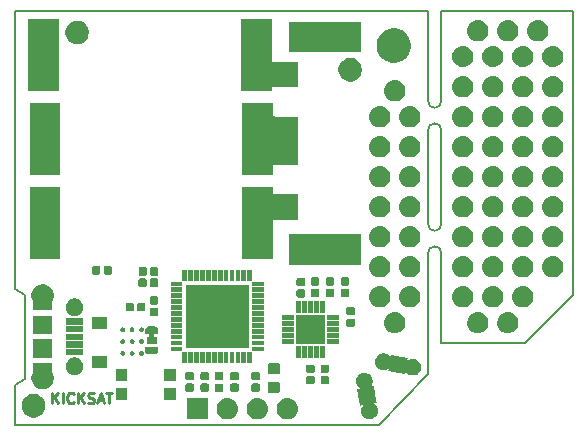
<source format=gbr>
%TF.GenerationSoftware,KiCad,Pcbnew,(6.0.0-rc1-dev-1614-ge850a482d)*%
%TF.CreationDate,2019-02-15T08:23:26-08:00*%
%TF.ProjectId,spriteSAMD,73707269-7465-4534-914d-442e6b696361,rev?*%
%TF.SameCoordinates,Original*%
%TF.FileFunction,Soldermask,Top*%
%TF.FilePolarity,Negative*%
%FSLAX46Y46*%
G04 Gerber Fmt 4.6, Leading zero omitted, Abs format (unit mm)*
G04 Created by KiCad (PCBNEW (6.0.0-rc1-dev-1614-ge850a482d)) date 2019-02-15 08:23:26*
%MOMM*%
%LPD*%
G04 APERTURE LIST*
%ADD10C,0.025400*%
%ADD11C,0.222250*%
%ADD12C,0.150000*%
%ADD13C,0.100000*%
G04 APERTURE END LIST*
D10*
G36*
X105600500Y-80391000D02*
G01*
X101282500Y-80391000D01*
X101282500Y-78295500D01*
X105600500Y-78295500D01*
X105600500Y-80391000D01*
G37*
X105600500Y-80391000D02*
X101282500Y-80391000D01*
X101282500Y-78295500D01*
X105600500Y-78295500D01*
X105600500Y-80391000D01*
G36*
X105600500Y-91630500D02*
G01*
X101600000Y-91630500D01*
X101600000Y-89535000D01*
X105600500Y-89535000D01*
X105600500Y-91630500D01*
G37*
X105600500Y-91630500D02*
X101600000Y-91630500D01*
X101600000Y-89535000D01*
X105600500Y-89535000D01*
X105600500Y-91630500D01*
G36*
X105600500Y-82994500D02*
G01*
X105600500Y-86995000D01*
X101917500Y-86995000D01*
X101917500Y-82931000D01*
X105600500Y-82994500D01*
G37*
X105600500Y-82994500D02*
X105600500Y-86995000D01*
X101917500Y-86995000D01*
X101917500Y-82931000D01*
X105600500Y-82994500D01*
D11*
X84874629Y-107221866D02*
X84874629Y-106332866D01*
X85382629Y-107221866D02*
X85001629Y-106713866D01*
X85382629Y-106332866D02*
X84874629Y-106840866D01*
X85763629Y-107221866D02*
X85763629Y-106332866D01*
X86694962Y-107137200D02*
X86652629Y-107179533D01*
X86525629Y-107221866D01*
X86440962Y-107221866D01*
X86313962Y-107179533D01*
X86229295Y-107094866D01*
X86186962Y-107010200D01*
X86144629Y-106840866D01*
X86144629Y-106713866D01*
X86186962Y-106544533D01*
X86229295Y-106459866D01*
X86313962Y-106375200D01*
X86440962Y-106332866D01*
X86525629Y-106332866D01*
X86652629Y-106375200D01*
X86694962Y-106417533D01*
X87075962Y-107221866D02*
X87075962Y-106332866D01*
X87583962Y-107221866D02*
X87202962Y-106713866D01*
X87583962Y-106332866D02*
X87075962Y-106840866D01*
X87922629Y-107179533D02*
X88049629Y-107221866D01*
X88261295Y-107221866D01*
X88345962Y-107179533D01*
X88388295Y-107137200D01*
X88430629Y-107052533D01*
X88430629Y-106967866D01*
X88388295Y-106883200D01*
X88345962Y-106840866D01*
X88261295Y-106798533D01*
X88091962Y-106756200D01*
X88007295Y-106713866D01*
X87964962Y-106671533D01*
X87922629Y-106586866D01*
X87922629Y-106502200D01*
X87964962Y-106417533D01*
X88007295Y-106375200D01*
X88091962Y-106332866D01*
X88303629Y-106332866D01*
X88430629Y-106375200D01*
X88769295Y-106967866D02*
X89192629Y-106967866D01*
X88684629Y-107221866D02*
X88980962Y-106332866D01*
X89277295Y-107221866D01*
X89446629Y-106332866D02*
X89954629Y-106332866D01*
X89700629Y-107221866D02*
X89700629Y-106332866D01*
D12*
X116701044Y-84099400D02*
G75*
G02X117842556Y-84099400I570756J0D01*
G01*
X117842556Y-81635600D02*
G75*
G02X116701044Y-81635600I-570756J0D01*
G01*
X116701044Y-94513400D02*
G75*
G02X117842556Y-94513400I570756J0D01*
G01*
X117842556Y-92049600D02*
G75*
G02X116701044Y-92049600I-570756J0D01*
G01*
X116700300Y-104775000D02*
X112522000Y-109041600D01*
X117843300Y-84099400D02*
X117843300Y-92049600D01*
X117843300Y-74041000D02*
X117843300Y-81610200D01*
X117843300Y-94513400D02*
X117843300Y-102108000D01*
X116700300Y-104775000D02*
X116700300Y-94538800D01*
X116700300Y-92024200D02*
X116700300Y-84124800D01*
X116700300Y-81635600D02*
X116700300Y-74041000D01*
X124891800Y-102108000D02*
X117856000Y-102108000D01*
X128955800Y-98044000D02*
X124891800Y-102108000D01*
X128955800Y-74041600D02*
X128955800Y-98044000D01*
X117843300Y-74041000D02*
X128955800Y-74041000D01*
X82550000Y-98044000D02*
X81725100Y-97536000D01*
X82550000Y-105156000D02*
X81725100Y-105664000D01*
X81725100Y-105664000D02*
X81725100Y-109041600D01*
X82550000Y-98044000D02*
X82550000Y-105156000D01*
X81725100Y-109041600D02*
X112522000Y-109041600D01*
X116700300Y-74041600D02*
X81725100Y-74041600D01*
X81725100Y-74041600D02*
X81725100Y-97536000D01*
D13*
G36*
X104964288Y-106802234D02*
G01*
X104964291Y-106802235D01*
X105134088Y-106853742D01*
X105290578Y-106937388D01*
X105427743Y-107049957D01*
X105540312Y-107187122D01*
X105623958Y-107343612D01*
X105669575Y-107493992D01*
X105675466Y-107513412D01*
X105692858Y-107690000D01*
X105675466Y-107866588D01*
X105675465Y-107866591D01*
X105623958Y-108036388D01*
X105540312Y-108192878D01*
X105427743Y-108330043D01*
X105290578Y-108442612D01*
X105134088Y-108526258D01*
X104983708Y-108571875D01*
X104964288Y-108577766D01*
X104831949Y-108590800D01*
X104743451Y-108590800D01*
X104611112Y-108577766D01*
X104591692Y-108571875D01*
X104441312Y-108526258D01*
X104284822Y-108442612D01*
X104147657Y-108330043D01*
X104035088Y-108192878D01*
X103951442Y-108036388D01*
X103899935Y-107866591D01*
X103899934Y-107866588D01*
X103882542Y-107690000D01*
X103899934Y-107513412D01*
X103905825Y-107493992D01*
X103951442Y-107343612D01*
X104035088Y-107187122D01*
X104147657Y-107049957D01*
X104284822Y-106937388D01*
X104441312Y-106853742D01*
X104611109Y-106802235D01*
X104611112Y-106802234D01*
X104743451Y-106789200D01*
X104831949Y-106789200D01*
X104964288Y-106802234D01*
X104964288Y-106802234D01*
G37*
G36*
X102424288Y-106802234D02*
G01*
X102424291Y-106802235D01*
X102594088Y-106853742D01*
X102750578Y-106937388D01*
X102887743Y-107049957D01*
X103000312Y-107187122D01*
X103083958Y-107343612D01*
X103129575Y-107493992D01*
X103135466Y-107513412D01*
X103152858Y-107690000D01*
X103135466Y-107866588D01*
X103135465Y-107866591D01*
X103083958Y-108036388D01*
X103000312Y-108192878D01*
X102887743Y-108330043D01*
X102750578Y-108442612D01*
X102594088Y-108526258D01*
X102443708Y-108571875D01*
X102424288Y-108577766D01*
X102291949Y-108590800D01*
X102203451Y-108590800D01*
X102071112Y-108577766D01*
X102051692Y-108571875D01*
X101901312Y-108526258D01*
X101744822Y-108442612D01*
X101607657Y-108330043D01*
X101495088Y-108192878D01*
X101411442Y-108036388D01*
X101359935Y-107866591D01*
X101359934Y-107866588D01*
X101342542Y-107690000D01*
X101359934Y-107513412D01*
X101365825Y-107493992D01*
X101411442Y-107343612D01*
X101495088Y-107187122D01*
X101607657Y-107049957D01*
X101744822Y-106937388D01*
X101901312Y-106853742D01*
X102071109Y-106802235D01*
X102071112Y-106802234D01*
X102203451Y-106789200D01*
X102291949Y-106789200D01*
X102424288Y-106802234D01*
X102424288Y-106802234D01*
G37*
G36*
X99884288Y-106802234D02*
G01*
X99884291Y-106802235D01*
X100054088Y-106853742D01*
X100210578Y-106937388D01*
X100347743Y-107049957D01*
X100460312Y-107187122D01*
X100543958Y-107343612D01*
X100589575Y-107493992D01*
X100595466Y-107513412D01*
X100612858Y-107690000D01*
X100595466Y-107866588D01*
X100595465Y-107866591D01*
X100543958Y-108036388D01*
X100460312Y-108192878D01*
X100347743Y-108330043D01*
X100210578Y-108442612D01*
X100054088Y-108526258D01*
X99903708Y-108571875D01*
X99884288Y-108577766D01*
X99751949Y-108590800D01*
X99663451Y-108590800D01*
X99531112Y-108577766D01*
X99511692Y-108571875D01*
X99361312Y-108526258D01*
X99204822Y-108442612D01*
X99067657Y-108330043D01*
X98955088Y-108192878D01*
X98871442Y-108036388D01*
X98819935Y-107866591D01*
X98819934Y-107866588D01*
X98802542Y-107690000D01*
X98819934Y-107513412D01*
X98825825Y-107493992D01*
X98871442Y-107343612D01*
X98955088Y-107187122D01*
X99067657Y-107049957D01*
X99204822Y-106937388D01*
X99361312Y-106853742D01*
X99531109Y-106802235D01*
X99531112Y-106802234D01*
X99663451Y-106789200D01*
X99751949Y-106789200D01*
X99884288Y-106802234D01*
X99884288Y-106802234D01*
G37*
G36*
X98068500Y-108590800D02*
G01*
X96266900Y-108590800D01*
X96266900Y-106789200D01*
X98068500Y-106789200D01*
X98068500Y-108590800D01*
X98068500Y-108590800D01*
G37*
G36*
X111512016Y-104657025D02*
G01*
X111641446Y-104710637D01*
X111757930Y-104788469D01*
X111856992Y-104887531D01*
X111934824Y-105004015D01*
X111988436Y-105133445D01*
X112015767Y-105270847D01*
X112015767Y-105410941D01*
X111988436Y-105548343D01*
X111934824Y-105677773D01*
X111877421Y-105763683D01*
X111875076Y-105768070D01*
X111873631Y-105772835D01*
X111873143Y-105777790D01*
X111873631Y-105782745D01*
X111875076Y-105787510D01*
X111877424Y-105791901D01*
X111880582Y-105795750D01*
X111884431Y-105798909D01*
X111888822Y-105801256D01*
X111893587Y-105802701D01*
X111898542Y-105803189D01*
X111902952Y-105802803D01*
X111942952Y-105795750D01*
X112101997Y-105767706D01*
X112308244Y-106937389D01*
X112348994Y-107168497D01*
X112148876Y-107203783D01*
X112144085Y-107205123D01*
X112139644Y-107207374D01*
X112135727Y-107210448D01*
X112132485Y-107214227D01*
X112130043Y-107218566D01*
X112128494Y-107223298D01*
X112127898Y-107228241D01*
X112128278Y-107233206D01*
X112129619Y-107238001D01*
X112131870Y-107242442D01*
X112134944Y-107246359D01*
X112139176Y-107249911D01*
X112198996Y-107289881D01*
X112298058Y-107388943D01*
X112375890Y-107505427D01*
X112429502Y-107634857D01*
X112456833Y-107772259D01*
X112456833Y-107912353D01*
X112429502Y-108049755D01*
X112375890Y-108179185D01*
X112298058Y-108295669D01*
X112198996Y-108394731D01*
X112082512Y-108472563D01*
X111953082Y-108526175D01*
X111815680Y-108553506D01*
X111675586Y-108553506D01*
X111538184Y-108526175D01*
X111408754Y-108472563D01*
X111292270Y-108394731D01*
X111193208Y-108295669D01*
X111115376Y-108179185D01*
X111061764Y-108049755D01*
X111034433Y-107912353D01*
X111034433Y-107772259D01*
X111061764Y-107634857D01*
X111115376Y-107505427D01*
X111172779Y-107419517D01*
X111175124Y-107415130D01*
X111176569Y-107410365D01*
X111177057Y-107405410D01*
X111176569Y-107400455D01*
X111175124Y-107395690D01*
X111172776Y-107391299D01*
X111169618Y-107387450D01*
X111165769Y-107384291D01*
X111161378Y-107381944D01*
X111156613Y-107380499D01*
X111151658Y-107380011D01*
X111147248Y-107380397D01*
X110948203Y-107415494D01*
X110701206Y-106014704D01*
X110701206Y-106014703D01*
X110901324Y-105979417D01*
X110906115Y-105978077D01*
X110910556Y-105975826D01*
X110914473Y-105972752D01*
X110917715Y-105968973D01*
X110920157Y-105964634D01*
X110921706Y-105959902D01*
X110922302Y-105954959D01*
X110921922Y-105949994D01*
X110920581Y-105945199D01*
X110918330Y-105940758D01*
X110915256Y-105936841D01*
X110911024Y-105933289D01*
X110851204Y-105893319D01*
X110752142Y-105794257D01*
X110674310Y-105677773D01*
X110620698Y-105548343D01*
X110593367Y-105410941D01*
X110593367Y-105270847D01*
X110620698Y-105133445D01*
X110674310Y-105004015D01*
X110752142Y-104887531D01*
X110851204Y-104788469D01*
X110967688Y-104710637D01*
X111097118Y-104657025D01*
X111234520Y-104629694D01*
X111374614Y-104629694D01*
X111512016Y-104657025D01*
X111512016Y-104657025D01*
G37*
G36*
X83603689Y-106480429D02*
G01*
X83785678Y-106555811D01*
X83949463Y-106665249D01*
X84088751Y-106804537D01*
X84198189Y-106968322D01*
X84273571Y-107150311D01*
X84312000Y-107343509D01*
X84312000Y-107540491D01*
X84273571Y-107733689D01*
X84198189Y-107915678D01*
X84088751Y-108079463D01*
X83949463Y-108218751D01*
X83785678Y-108328189D01*
X83603689Y-108403571D01*
X83410491Y-108442000D01*
X83213509Y-108442000D01*
X83020311Y-108403571D01*
X82838322Y-108328189D01*
X82674537Y-108218751D01*
X82535249Y-108079463D01*
X82425811Y-107915678D01*
X82350429Y-107733689D01*
X82312000Y-107540491D01*
X82312000Y-107343509D01*
X82350429Y-107150311D01*
X82425811Y-106968322D01*
X82535249Y-106804537D01*
X82674537Y-106665249D01*
X82838322Y-106555811D01*
X83020311Y-106480429D01*
X83213509Y-106442000D01*
X83410491Y-106442000D01*
X83603689Y-106480429D01*
X83603689Y-106480429D01*
G37*
G36*
X95359860Y-106911460D02*
G01*
X94358260Y-106911460D01*
X94358260Y-105909860D01*
X95359860Y-105909860D01*
X95359860Y-106911460D01*
X95359860Y-106911460D01*
G37*
G36*
X91259860Y-106911460D02*
G01*
X90258260Y-106911460D01*
X90258260Y-105909860D01*
X91259860Y-105909860D01*
X91259860Y-106911460D01*
X91259860Y-106911460D01*
G37*
G36*
X103989263Y-105391188D02*
G01*
X104032653Y-105404350D01*
X104072648Y-105425728D01*
X104107703Y-105454497D01*
X104136472Y-105489552D01*
X104157850Y-105529547D01*
X104171012Y-105572937D01*
X104175580Y-105619320D01*
X104175580Y-106130520D01*
X104171012Y-106176903D01*
X104157850Y-106220293D01*
X104136472Y-106260288D01*
X104107703Y-106295343D01*
X104072648Y-106324112D01*
X104032653Y-106345490D01*
X103989263Y-106358652D01*
X103942880Y-106363220D01*
X103356680Y-106363220D01*
X103310297Y-106358652D01*
X103266907Y-106345490D01*
X103226912Y-106324112D01*
X103191857Y-106295343D01*
X103163088Y-106260288D01*
X103141710Y-106220293D01*
X103128548Y-106176903D01*
X103123980Y-106130520D01*
X103123980Y-105619320D01*
X103128548Y-105572937D01*
X103141710Y-105529547D01*
X103163088Y-105489552D01*
X103191857Y-105454497D01*
X103226912Y-105425728D01*
X103266907Y-105404350D01*
X103310297Y-105391188D01*
X103356680Y-105386620D01*
X103942880Y-105386620D01*
X103989263Y-105391188D01*
X103989263Y-105391188D01*
G37*
G36*
X99251033Y-105565099D02*
G01*
X99281057Y-105574207D01*
X99308733Y-105589000D01*
X99332991Y-105608909D01*
X99352900Y-105633167D01*
X99367693Y-105660843D01*
X99376801Y-105690867D01*
X99380000Y-105723350D01*
X99380000Y-106092050D01*
X99376801Y-106124533D01*
X99367693Y-106154557D01*
X99352900Y-106182233D01*
X99332991Y-106206491D01*
X99308733Y-106226400D01*
X99281057Y-106241193D01*
X99251033Y-106250301D01*
X99218550Y-106253500D01*
X98799850Y-106253500D01*
X98767367Y-106250301D01*
X98737343Y-106241193D01*
X98709667Y-106226400D01*
X98685409Y-106206491D01*
X98665500Y-106182233D01*
X98650707Y-106154557D01*
X98641599Y-106124533D01*
X98638400Y-106092050D01*
X98638400Y-105723350D01*
X98641599Y-105690867D01*
X98650707Y-105660843D01*
X98665500Y-105633167D01*
X98685409Y-105608909D01*
X98709667Y-105589000D01*
X98737343Y-105574207D01*
X98767367Y-105565099D01*
X98799850Y-105561900D01*
X99218550Y-105561900D01*
X99251033Y-105565099D01*
X99251033Y-105565099D01*
G37*
G36*
X96761833Y-105552399D02*
G01*
X96791857Y-105561507D01*
X96819533Y-105576300D01*
X96843791Y-105596209D01*
X96863700Y-105620467D01*
X96878493Y-105648143D01*
X96887601Y-105678167D01*
X96890800Y-105710650D01*
X96890800Y-106079350D01*
X96887601Y-106111833D01*
X96878493Y-106141857D01*
X96863700Y-106169533D01*
X96843791Y-106193791D01*
X96819533Y-106213700D01*
X96791857Y-106228493D01*
X96761833Y-106237601D01*
X96729350Y-106240800D01*
X96310650Y-106240800D01*
X96278167Y-106237601D01*
X96248143Y-106228493D01*
X96220467Y-106213700D01*
X96196209Y-106193791D01*
X96176300Y-106169533D01*
X96161507Y-106141857D01*
X96152399Y-106111833D01*
X96149200Y-106079350D01*
X96149200Y-105710650D01*
X96152399Y-105678167D01*
X96161507Y-105648143D01*
X96176300Y-105620467D01*
X96196209Y-105596209D01*
X96220467Y-105576300D01*
X96248143Y-105561507D01*
X96278167Y-105552399D01*
X96310650Y-105549200D01*
X96729350Y-105549200D01*
X96761833Y-105552399D01*
X96761833Y-105552399D01*
G37*
G36*
X102349833Y-105552399D02*
G01*
X102379857Y-105561507D01*
X102407533Y-105576300D01*
X102431791Y-105596209D01*
X102451700Y-105620467D01*
X102466493Y-105648143D01*
X102475601Y-105678167D01*
X102478800Y-105710650D01*
X102478800Y-106079350D01*
X102475601Y-106111833D01*
X102466493Y-106141857D01*
X102451700Y-106169533D01*
X102431791Y-106193791D01*
X102407533Y-106213700D01*
X102379857Y-106228493D01*
X102349833Y-106237601D01*
X102317350Y-106240800D01*
X101898650Y-106240800D01*
X101866167Y-106237601D01*
X101836143Y-106228493D01*
X101808467Y-106213700D01*
X101784209Y-106193791D01*
X101764300Y-106169533D01*
X101749507Y-106141857D01*
X101740399Y-106111833D01*
X101737200Y-106079350D01*
X101737200Y-105710650D01*
X101740399Y-105678167D01*
X101749507Y-105648143D01*
X101764300Y-105620467D01*
X101784209Y-105596209D01*
X101808467Y-105576300D01*
X101836143Y-105561507D01*
X101866167Y-105552399D01*
X101898650Y-105549200D01*
X102317350Y-105549200D01*
X102349833Y-105552399D01*
X102349833Y-105552399D01*
G37*
G36*
X100561673Y-105552399D02*
G01*
X100591697Y-105561507D01*
X100619373Y-105576300D01*
X100643631Y-105596209D01*
X100663540Y-105620467D01*
X100678333Y-105648143D01*
X100687441Y-105678167D01*
X100690640Y-105710650D01*
X100690640Y-106079350D01*
X100687441Y-106111833D01*
X100678333Y-106141857D01*
X100663540Y-106169533D01*
X100643631Y-106193791D01*
X100619373Y-106213700D01*
X100591697Y-106228493D01*
X100561673Y-106237601D01*
X100529190Y-106240800D01*
X100110490Y-106240800D01*
X100078007Y-106237601D01*
X100047983Y-106228493D01*
X100020307Y-106213700D01*
X99996049Y-106193791D01*
X99976140Y-106169533D01*
X99961347Y-106141857D01*
X99952239Y-106111833D01*
X99949040Y-106079350D01*
X99949040Y-105710650D01*
X99952239Y-105678167D01*
X99961347Y-105648143D01*
X99976140Y-105620467D01*
X99996049Y-105596209D01*
X100020307Y-105576300D01*
X100047983Y-105561507D01*
X100078007Y-105552399D01*
X100110490Y-105549200D01*
X100529190Y-105549200D01*
X100561673Y-105552399D01*
X100561673Y-105552399D01*
G37*
G36*
X98052153Y-105552399D02*
G01*
X98082177Y-105561507D01*
X98109853Y-105576300D01*
X98134111Y-105596209D01*
X98154020Y-105620467D01*
X98168813Y-105648143D01*
X98177921Y-105678167D01*
X98181120Y-105710650D01*
X98181120Y-106079350D01*
X98177921Y-106111833D01*
X98168813Y-106141857D01*
X98154020Y-106169533D01*
X98134111Y-106193791D01*
X98109853Y-106213700D01*
X98082177Y-106228493D01*
X98052153Y-106237601D01*
X98019670Y-106240800D01*
X97600970Y-106240800D01*
X97568487Y-106237601D01*
X97538463Y-106228493D01*
X97510787Y-106213700D01*
X97486529Y-106193791D01*
X97466620Y-106169533D01*
X97451827Y-106141857D01*
X97442719Y-106111833D01*
X97439520Y-106079350D01*
X97439520Y-105710650D01*
X97442719Y-105678167D01*
X97451827Y-105648143D01*
X97466620Y-105620467D01*
X97486529Y-105596209D01*
X97510787Y-105576300D01*
X97538463Y-105561507D01*
X97568487Y-105552399D01*
X97600970Y-105549200D01*
X98019670Y-105549200D01*
X98052153Y-105552399D01*
X98052153Y-105552399D01*
G37*
G36*
X84899800Y-104616799D02*
G01*
X84900288Y-104621754D01*
X84901733Y-104626519D01*
X84904078Y-104630904D01*
X84916588Y-104649627D01*
X84988262Y-104822662D01*
X85024800Y-105006354D01*
X85024800Y-105193646D01*
X84988262Y-105377338D01*
X84916588Y-105550373D01*
X84812535Y-105706100D01*
X84680100Y-105838535D01*
X84524373Y-105942588D01*
X84351338Y-106014262D01*
X84167646Y-106050800D01*
X83980354Y-106050800D01*
X83796662Y-106014262D01*
X83623627Y-105942588D01*
X83467900Y-105838535D01*
X83335465Y-105706100D01*
X83231412Y-105550373D01*
X83159738Y-105377338D01*
X83123200Y-105193646D01*
X83123200Y-105006354D01*
X83159738Y-104822662D01*
X83231412Y-104649627D01*
X83243922Y-104630904D01*
X83246267Y-104626519D01*
X83247712Y-104621754D01*
X83248200Y-104616799D01*
X83248200Y-103849200D01*
X84899800Y-103849200D01*
X84899800Y-104616799D01*
X84899800Y-104616799D01*
G37*
G36*
X106987873Y-104927559D02*
G01*
X107017897Y-104936667D01*
X107045573Y-104951460D01*
X107069831Y-104971369D01*
X107089740Y-104995627D01*
X107104533Y-105023303D01*
X107113641Y-105053327D01*
X107116840Y-105085810D01*
X107116840Y-105454510D01*
X107113641Y-105486993D01*
X107104533Y-105517017D01*
X107089740Y-105544693D01*
X107069831Y-105568951D01*
X107045573Y-105588860D01*
X107017897Y-105603653D01*
X106987873Y-105612761D01*
X106955390Y-105615960D01*
X106536690Y-105615960D01*
X106504207Y-105612761D01*
X106474183Y-105603653D01*
X106446507Y-105588860D01*
X106422249Y-105568951D01*
X106402340Y-105544693D01*
X106387547Y-105517017D01*
X106378439Y-105486993D01*
X106375240Y-105454510D01*
X106375240Y-105085810D01*
X106378439Y-105053327D01*
X106387547Y-105023303D01*
X106402340Y-104995627D01*
X106422249Y-104971369D01*
X106446507Y-104951460D01*
X106474183Y-104936667D01*
X106504207Y-104927559D01*
X106536690Y-104924360D01*
X106955390Y-104924360D01*
X106987873Y-104927559D01*
X106987873Y-104927559D01*
G37*
G36*
X108219773Y-104919939D02*
G01*
X108249797Y-104929047D01*
X108277473Y-104943840D01*
X108301731Y-104963749D01*
X108321640Y-104988007D01*
X108336433Y-105015683D01*
X108345541Y-105045707D01*
X108348740Y-105078190D01*
X108348740Y-105446890D01*
X108345541Y-105479373D01*
X108336433Y-105509397D01*
X108321640Y-105537073D01*
X108301731Y-105561331D01*
X108277473Y-105581240D01*
X108249797Y-105596033D01*
X108219773Y-105605141D01*
X108187290Y-105608340D01*
X107768590Y-105608340D01*
X107736107Y-105605141D01*
X107706083Y-105596033D01*
X107678407Y-105581240D01*
X107654149Y-105561331D01*
X107634240Y-105537073D01*
X107619447Y-105509397D01*
X107610339Y-105479373D01*
X107607140Y-105446890D01*
X107607140Y-105078190D01*
X107610339Y-105045707D01*
X107619447Y-105015683D01*
X107634240Y-104988007D01*
X107654149Y-104963749D01*
X107678407Y-104943840D01*
X107706083Y-104929047D01*
X107736107Y-104919939D01*
X107768590Y-104916740D01*
X108187290Y-104916740D01*
X108219773Y-104919939D01*
X108219773Y-104919939D01*
G37*
G36*
X91259860Y-105311460D02*
G01*
X90258260Y-105311460D01*
X90258260Y-104309860D01*
X91259860Y-104309860D01*
X91259860Y-105311460D01*
X91259860Y-105311460D01*
G37*
G36*
X95359860Y-105311460D02*
G01*
X94358260Y-105311460D01*
X94358260Y-104309860D01*
X95359860Y-104309860D01*
X95359860Y-105311460D01*
X95359860Y-105311460D01*
G37*
G36*
X99251033Y-104595099D02*
G01*
X99281057Y-104604207D01*
X99308733Y-104619000D01*
X99332991Y-104638909D01*
X99352900Y-104663167D01*
X99367693Y-104690843D01*
X99376801Y-104720867D01*
X99380000Y-104753350D01*
X99380000Y-105122050D01*
X99376801Y-105154533D01*
X99367693Y-105184557D01*
X99352900Y-105212233D01*
X99332991Y-105236491D01*
X99308733Y-105256400D01*
X99281057Y-105271193D01*
X99251033Y-105280301D01*
X99218550Y-105283500D01*
X98799850Y-105283500D01*
X98767367Y-105280301D01*
X98737343Y-105271193D01*
X98709667Y-105256400D01*
X98685409Y-105236491D01*
X98665500Y-105212233D01*
X98650707Y-105184557D01*
X98641599Y-105154533D01*
X98638400Y-105122050D01*
X98638400Y-104753350D01*
X98641599Y-104720867D01*
X98650707Y-104690843D01*
X98665500Y-104663167D01*
X98685409Y-104638909D01*
X98709667Y-104619000D01*
X98737343Y-104604207D01*
X98767367Y-104595099D01*
X98799850Y-104591900D01*
X99218550Y-104591900D01*
X99251033Y-104595099D01*
X99251033Y-104595099D01*
G37*
G36*
X102349833Y-104582399D02*
G01*
X102379857Y-104591507D01*
X102407533Y-104606300D01*
X102431791Y-104626209D01*
X102451700Y-104650467D01*
X102466493Y-104678143D01*
X102475601Y-104708167D01*
X102478800Y-104740650D01*
X102478800Y-105109350D01*
X102475601Y-105141833D01*
X102466493Y-105171857D01*
X102451700Y-105199533D01*
X102431791Y-105223791D01*
X102407533Y-105243700D01*
X102379857Y-105258493D01*
X102349833Y-105267601D01*
X102317350Y-105270800D01*
X101898650Y-105270800D01*
X101866167Y-105267601D01*
X101836143Y-105258493D01*
X101808467Y-105243700D01*
X101784209Y-105223791D01*
X101764300Y-105199533D01*
X101749507Y-105171857D01*
X101740399Y-105141833D01*
X101737200Y-105109350D01*
X101737200Y-104740650D01*
X101740399Y-104708167D01*
X101749507Y-104678143D01*
X101764300Y-104650467D01*
X101784209Y-104626209D01*
X101808467Y-104606300D01*
X101836143Y-104591507D01*
X101866167Y-104582399D01*
X101898650Y-104579200D01*
X102317350Y-104579200D01*
X102349833Y-104582399D01*
X102349833Y-104582399D01*
G37*
G36*
X100561673Y-104582399D02*
G01*
X100591697Y-104591507D01*
X100619373Y-104606300D01*
X100643631Y-104626209D01*
X100663540Y-104650467D01*
X100678333Y-104678143D01*
X100687441Y-104708167D01*
X100690640Y-104740650D01*
X100690640Y-105109350D01*
X100687441Y-105141833D01*
X100678333Y-105171857D01*
X100663540Y-105199533D01*
X100643631Y-105223791D01*
X100619373Y-105243700D01*
X100591697Y-105258493D01*
X100561673Y-105267601D01*
X100529190Y-105270800D01*
X100110490Y-105270800D01*
X100078007Y-105267601D01*
X100047983Y-105258493D01*
X100020307Y-105243700D01*
X99996049Y-105223791D01*
X99976140Y-105199533D01*
X99961347Y-105171857D01*
X99952239Y-105141833D01*
X99949040Y-105109350D01*
X99949040Y-104740650D01*
X99952239Y-104708167D01*
X99961347Y-104678143D01*
X99976140Y-104650467D01*
X99996049Y-104626209D01*
X100020307Y-104606300D01*
X100047983Y-104591507D01*
X100078007Y-104582399D01*
X100110490Y-104579200D01*
X100529190Y-104579200D01*
X100561673Y-104582399D01*
X100561673Y-104582399D01*
G37*
G36*
X96761833Y-104582399D02*
G01*
X96791857Y-104591507D01*
X96819533Y-104606300D01*
X96843791Y-104626209D01*
X96863700Y-104650467D01*
X96878493Y-104678143D01*
X96887601Y-104708167D01*
X96890800Y-104740650D01*
X96890800Y-105109350D01*
X96887601Y-105141833D01*
X96878493Y-105171857D01*
X96863700Y-105199533D01*
X96843791Y-105223791D01*
X96819533Y-105243700D01*
X96791857Y-105258493D01*
X96761833Y-105267601D01*
X96729350Y-105270800D01*
X96310650Y-105270800D01*
X96278167Y-105267601D01*
X96248143Y-105258493D01*
X96220467Y-105243700D01*
X96196209Y-105223791D01*
X96176300Y-105199533D01*
X96161507Y-105171857D01*
X96152399Y-105141833D01*
X96149200Y-105109350D01*
X96149200Y-104740650D01*
X96152399Y-104708167D01*
X96161507Y-104678143D01*
X96176300Y-104650467D01*
X96196209Y-104626209D01*
X96220467Y-104606300D01*
X96248143Y-104591507D01*
X96278167Y-104582399D01*
X96310650Y-104579200D01*
X96729350Y-104579200D01*
X96761833Y-104582399D01*
X96761833Y-104582399D01*
G37*
G36*
X98052153Y-104582399D02*
G01*
X98082177Y-104591507D01*
X98109853Y-104606300D01*
X98134111Y-104626209D01*
X98154020Y-104650467D01*
X98168813Y-104678143D01*
X98177921Y-104708167D01*
X98181120Y-104740650D01*
X98181120Y-105109350D01*
X98177921Y-105141833D01*
X98168813Y-105171857D01*
X98154020Y-105199533D01*
X98134111Y-105223791D01*
X98109853Y-105243700D01*
X98082177Y-105258493D01*
X98052153Y-105267601D01*
X98019670Y-105270800D01*
X97600970Y-105270800D01*
X97568487Y-105267601D01*
X97538463Y-105258493D01*
X97510787Y-105243700D01*
X97486529Y-105223791D01*
X97466620Y-105199533D01*
X97451827Y-105171857D01*
X97442719Y-105141833D01*
X97439520Y-105109350D01*
X97439520Y-104740650D01*
X97442719Y-104708167D01*
X97451827Y-104678143D01*
X97466620Y-104650467D01*
X97486529Y-104626209D01*
X97510787Y-104606300D01*
X97538463Y-104591507D01*
X97568487Y-104582399D01*
X97600970Y-104579200D01*
X98019670Y-104579200D01*
X98052153Y-104582399D01*
X98052153Y-104582399D01*
G37*
G36*
X113131843Y-103037198D02*
G01*
X113261273Y-103090810D01*
X113377757Y-103168642D01*
X113476819Y-103267704D01*
X113516790Y-103327525D01*
X113519945Y-103331369D01*
X113523794Y-103334527D01*
X113528185Y-103336875D01*
X113532950Y-103338320D01*
X113537905Y-103338808D01*
X113542860Y-103338320D01*
X113547625Y-103336875D01*
X113552016Y-103334528D01*
X113555865Y-103331369D01*
X113559023Y-103327520D01*
X113561371Y-103323129D01*
X113562918Y-103317820D01*
X113598203Y-103117706D01*
X113598204Y-103117706D01*
X114998994Y-103364703D01*
X114963897Y-103563748D01*
X114963517Y-103568712D01*
X114964113Y-103573655D01*
X114965662Y-103578387D01*
X114968104Y-103582726D01*
X114971346Y-103586505D01*
X114975263Y-103589579D01*
X114979704Y-103591830D01*
X114984500Y-103593171D01*
X114989464Y-103593551D01*
X114994407Y-103592955D01*
X114999139Y-103591406D01*
X115003017Y-103589279D01*
X115088927Y-103531876D01*
X115218357Y-103478264D01*
X115355759Y-103450933D01*
X115495853Y-103450933D01*
X115633255Y-103478264D01*
X115762685Y-103531876D01*
X115879169Y-103609708D01*
X115978231Y-103708770D01*
X116056063Y-103825254D01*
X116109675Y-103954684D01*
X116137006Y-104092086D01*
X116137006Y-104232180D01*
X116109675Y-104369582D01*
X116056063Y-104499012D01*
X115978231Y-104615496D01*
X115879169Y-104714558D01*
X115762685Y-104792390D01*
X115633255Y-104846002D01*
X115495853Y-104873333D01*
X115355759Y-104873333D01*
X115218357Y-104846002D01*
X115088927Y-104792390D01*
X114972443Y-104714558D01*
X114873381Y-104615496D01*
X114833410Y-104555675D01*
X114830255Y-104551831D01*
X114826406Y-104548673D01*
X114822015Y-104546325D01*
X114817250Y-104544880D01*
X114812295Y-104544392D01*
X114807340Y-104544880D01*
X114802575Y-104546325D01*
X114798184Y-104548672D01*
X114794335Y-104551831D01*
X114791177Y-104555680D01*
X114788829Y-104560071D01*
X114787283Y-104565376D01*
X114751997Y-104765494D01*
X114751996Y-104765494D01*
X113351206Y-104518497D01*
X113386303Y-104319452D01*
X113386683Y-104314488D01*
X113386087Y-104309545D01*
X113384538Y-104304813D01*
X113382096Y-104300474D01*
X113378854Y-104296695D01*
X113374937Y-104293621D01*
X113370496Y-104291370D01*
X113365700Y-104290029D01*
X113360736Y-104289649D01*
X113355793Y-104290245D01*
X113351061Y-104291794D01*
X113347183Y-104293921D01*
X113261273Y-104351324D01*
X113131843Y-104404936D01*
X112994441Y-104432267D01*
X112854347Y-104432267D01*
X112716945Y-104404936D01*
X112587515Y-104351324D01*
X112471031Y-104273492D01*
X112371969Y-104174430D01*
X112294137Y-104057946D01*
X112240525Y-103928516D01*
X112213194Y-103791114D01*
X112213194Y-103651020D01*
X112240525Y-103513618D01*
X112294137Y-103384188D01*
X112371969Y-103267704D01*
X112471031Y-103168642D01*
X112587515Y-103090810D01*
X112716945Y-103037198D01*
X112854347Y-103009867D01*
X112994441Y-103009867D01*
X113131843Y-103037198D01*
X113131843Y-103037198D01*
G37*
G36*
X86994167Y-103374207D02*
G01*
X87131532Y-103431105D01*
X87255157Y-103513709D01*
X87360291Y-103618843D01*
X87442895Y-103742468D01*
X87499793Y-103879833D01*
X87528800Y-104025659D01*
X87528800Y-104174341D01*
X87499793Y-104320167D01*
X87442895Y-104457532D01*
X87360291Y-104581157D01*
X87255157Y-104686291D01*
X87131532Y-104768895D01*
X86994167Y-104825793D01*
X86848341Y-104854800D01*
X86699659Y-104854800D01*
X86553833Y-104825793D01*
X86416468Y-104768895D01*
X86292843Y-104686291D01*
X86187709Y-104581157D01*
X86105105Y-104457532D01*
X86048207Y-104320167D01*
X86019200Y-104174341D01*
X86019200Y-104025659D01*
X86048207Y-103879833D01*
X86105105Y-103742468D01*
X86187709Y-103618843D01*
X86292843Y-103513709D01*
X86416468Y-103431105D01*
X86553833Y-103374207D01*
X86699659Y-103345200D01*
X86848341Y-103345200D01*
X86994167Y-103374207D01*
X86994167Y-103374207D01*
G37*
G36*
X103989263Y-103816188D02*
G01*
X104032653Y-103829350D01*
X104072648Y-103850728D01*
X104107703Y-103879497D01*
X104136472Y-103914552D01*
X104157850Y-103954547D01*
X104171012Y-103997937D01*
X104175580Y-104044320D01*
X104175580Y-104555520D01*
X104171012Y-104601903D01*
X104157850Y-104645293D01*
X104136472Y-104685288D01*
X104107703Y-104720343D01*
X104072648Y-104749112D01*
X104032653Y-104770490D01*
X103989263Y-104783652D01*
X103942880Y-104788220D01*
X103356680Y-104788220D01*
X103310297Y-104783652D01*
X103266907Y-104770490D01*
X103226912Y-104749112D01*
X103191857Y-104720343D01*
X103163088Y-104685288D01*
X103141710Y-104645293D01*
X103128548Y-104601903D01*
X103123980Y-104555520D01*
X103123980Y-104044320D01*
X103128548Y-103997937D01*
X103141710Y-103954547D01*
X103163088Y-103914552D01*
X103191857Y-103879497D01*
X103226912Y-103850728D01*
X103266907Y-103829350D01*
X103310297Y-103816188D01*
X103356680Y-103811620D01*
X103942880Y-103811620D01*
X103989263Y-103816188D01*
X103989263Y-103816188D01*
G37*
G36*
X106987873Y-103957559D02*
G01*
X107017897Y-103966667D01*
X107045573Y-103981460D01*
X107069831Y-104001369D01*
X107089740Y-104025627D01*
X107104533Y-104053303D01*
X107113641Y-104083327D01*
X107116840Y-104115810D01*
X107116840Y-104484510D01*
X107113641Y-104516993D01*
X107104533Y-104547017D01*
X107089740Y-104574693D01*
X107069831Y-104598951D01*
X107045573Y-104618860D01*
X107017897Y-104633653D01*
X106987873Y-104642761D01*
X106955390Y-104645960D01*
X106536690Y-104645960D01*
X106504207Y-104642761D01*
X106474183Y-104633653D01*
X106446507Y-104618860D01*
X106422249Y-104598951D01*
X106402340Y-104574693D01*
X106387547Y-104547017D01*
X106378439Y-104516993D01*
X106375240Y-104484510D01*
X106375240Y-104115810D01*
X106378439Y-104083327D01*
X106387547Y-104053303D01*
X106402340Y-104025627D01*
X106422249Y-104001369D01*
X106446507Y-103981460D01*
X106474183Y-103966667D01*
X106504207Y-103957559D01*
X106536690Y-103954360D01*
X106955390Y-103954360D01*
X106987873Y-103957559D01*
X106987873Y-103957559D01*
G37*
G36*
X108219773Y-103949939D02*
G01*
X108249797Y-103959047D01*
X108277473Y-103973840D01*
X108301731Y-103993749D01*
X108321640Y-104018007D01*
X108336433Y-104045683D01*
X108345541Y-104075707D01*
X108348740Y-104108190D01*
X108348740Y-104476890D01*
X108345541Y-104509373D01*
X108336433Y-104539397D01*
X108321640Y-104567073D01*
X108301731Y-104591331D01*
X108277473Y-104611240D01*
X108249797Y-104626033D01*
X108219773Y-104635141D01*
X108187290Y-104638340D01*
X107768590Y-104638340D01*
X107736107Y-104635141D01*
X107706083Y-104626033D01*
X107678407Y-104611240D01*
X107654149Y-104591331D01*
X107634240Y-104567073D01*
X107619447Y-104539397D01*
X107610339Y-104509373D01*
X107607140Y-104476890D01*
X107607140Y-104108190D01*
X107610339Y-104075707D01*
X107619447Y-104045683D01*
X107634240Y-104018007D01*
X107654149Y-103993749D01*
X107678407Y-103973840D01*
X107706083Y-103959047D01*
X107736107Y-103949939D01*
X107768590Y-103946740D01*
X108187290Y-103946740D01*
X108219773Y-103949939D01*
X108219773Y-103949939D01*
G37*
G36*
X89550800Y-104258800D02*
G01*
X88249200Y-104258800D01*
X88249200Y-103257200D01*
X89550800Y-103257200D01*
X89550800Y-104258800D01*
X89550800Y-104258800D01*
G37*
G36*
X95907999Y-102847000D02*
G01*
X96307600Y-102847000D01*
X96307600Y-103798600D01*
X95906000Y-103798600D01*
X95906000Y-102848999D01*
X95905782Y-102846782D01*
X95907999Y-102847000D01*
X95907999Y-102847000D01*
G37*
G36*
X101807600Y-102848999D02*
G01*
X101807600Y-103798600D01*
X101406000Y-103798600D01*
X101406000Y-102847000D01*
X101805601Y-102847000D01*
X101807818Y-102846782D01*
X101807600Y-102848999D01*
X101807600Y-102848999D01*
G37*
G36*
X99307600Y-103798600D02*
G01*
X98906000Y-103798600D01*
X98906000Y-102847000D01*
X99307600Y-102847000D01*
X99307600Y-103798600D01*
X99307600Y-103798600D01*
G37*
G36*
X96807600Y-103798600D02*
G01*
X96406000Y-103798600D01*
X96406000Y-102847000D01*
X96807600Y-102847000D01*
X96807600Y-103798600D01*
X96807600Y-103798600D01*
G37*
G36*
X97307600Y-103798600D02*
G01*
X96906000Y-103798600D01*
X96906000Y-102847000D01*
X97307600Y-102847000D01*
X97307600Y-103798600D01*
X97307600Y-103798600D01*
G37*
G36*
X97807600Y-103798600D02*
G01*
X97406000Y-103798600D01*
X97406000Y-102847000D01*
X97807600Y-102847000D01*
X97807600Y-103798600D01*
X97807600Y-103798600D01*
G37*
G36*
X98307600Y-103798600D02*
G01*
X97906000Y-103798600D01*
X97906000Y-102847000D01*
X98307600Y-102847000D01*
X98307600Y-103798600D01*
X98307600Y-103798600D01*
G37*
G36*
X99807600Y-103798600D02*
G01*
X99406000Y-103798600D01*
X99406000Y-102847000D01*
X99807600Y-102847000D01*
X99807600Y-103798600D01*
X99807600Y-103798600D01*
G37*
G36*
X100307600Y-103798600D02*
G01*
X99906000Y-103798600D01*
X99906000Y-102847000D01*
X100307600Y-102847000D01*
X100307600Y-103798600D01*
X100307600Y-103798600D01*
G37*
G36*
X100807600Y-103798600D02*
G01*
X100406000Y-103798600D01*
X100406000Y-102847000D01*
X100807600Y-102847000D01*
X100807600Y-103798600D01*
X100807600Y-103798600D01*
G37*
G36*
X101307600Y-103798600D02*
G01*
X100906000Y-103798600D01*
X100906000Y-102847000D01*
X101307600Y-102847000D01*
X101307600Y-103798600D01*
X101307600Y-103798600D01*
G37*
G36*
X98807600Y-103798600D02*
G01*
X98406000Y-103798600D01*
X98406000Y-102847000D01*
X98807600Y-102847000D01*
X98807600Y-103798600D01*
X98807600Y-103798600D01*
G37*
G36*
X105953199Y-103405700D02*
G01*
X105546799Y-103405700D01*
X105546799Y-102351600D01*
X105953199Y-102351600D01*
X105953199Y-103405700D01*
X105953199Y-103405700D01*
G37*
G36*
X106453201Y-103405700D02*
G01*
X106046801Y-103405700D01*
X106046801Y-102351600D01*
X106453201Y-102351600D01*
X106453201Y-103405700D01*
X106453201Y-103405700D01*
G37*
G36*
X106953200Y-103405700D02*
G01*
X106546800Y-103405700D01*
X106546800Y-102351600D01*
X106953200Y-102351600D01*
X106953200Y-103405700D01*
X106953200Y-103405700D01*
G37*
G36*
X107453199Y-103405700D02*
G01*
X107046799Y-103405700D01*
X107046799Y-102351600D01*
X107453199Y-102351600D01*
X107453199Y-103405700D01*
X107453199Y-103405700D01*
G37*
G36*
X107953201Y-103405700D02*
G01*
X107546801Y-103405700D01*
X107546801Y-102351600D01*
X107953201Y-102351600D01*
X107953201Y-103405700D01*
X107953201Y-103405700D01*
G37*
G36*
X84899800Y-103400800D02*
G01*
X83248200Y-103400800D01*
X83248200Y-101799200D01*
X84899800Y-101799200D01*
X84899800Y-103400800D01*
X84899800Y-103400800D01*
G37*
G36*
X92511932Y-102805698D02*
G01*
X92548475Y-102820835D01*
X92548476Y-102820836D01*
X92548479Y-102820837D01*
X92561461Y-102829512D01*
X92581363Y-102842810D01*
X92609332Y-102870779D01*
X92613040Y-102876329D01*
X92631305Y-102903663D01*
X92631306Y-102903666D01*
X92631307Y-102903667D01*
X92646444Y-102940210D01*
X92654160Y-102979004D01*
X92654160Y-103018558D01*
X92646444Y-103057352D01*
X92631361Y-103093765D01*
X92631305Y-103093899D01*
X92616657Y-103115820D01*
X92609332Y-103126783D01*
X92581363Y-103154752D01*
X92570400Y-103162077D01*
X92548479Y-103176725D01*
X92548476Y-103176726D01*
X92548475Y-103176727D01*
X92511932Y-103191864D01*
X92473138Y-103199580D01*
X92433584Y-103199580D01*
X92394790Y-103191864D01*
X92358247Y-103176727D01*
X92358246Y-103176726D01*
X92358243Y-103176725D01*
X92336322Y-103162077D01*
X92325359Y-103154752D01*
X92297390Y-103126783D01*
X92290065Y-103115820D01*
X92275417Y-103093899D01*
X92275361Y-103093765D01*
X92260278Y-103057352D01*
X92252562Y-103018558D01*
X92252562Y-102979004D01*
X92260278Y-102940210D01*
X92275415Y-102903667D01*
X92275416Y-102903666D01*
X92275417Y-102903663D01*
X92293682Y-102876329D01*
X92297390Y-102870779D01*
X92325359Y-102842810D01*
X92345261Y-102829512D01*
X92358243Y-102820837D01*
X92358246Y-102820836D01*
X92358247Y-102820835D01*
X92394790Y-102805698D01*
X92433584Y-102797982D01*
X92473138Y-102797982D01*
X92511932Y-102805698D01*
X92511932Y-102805698D01*
G37*
G36*
X91711934Y-102805698D02*
G01*
X91748477Y-102820835D01*
X91748478Y-102820836D01*
X91748481Y-102820837D01*
X91761463Y-102829512D01*
X91781365Y-102842810D01*
X91809334Y-102870779D01*
X91813042Y-102876329D01*
X91831307Y-102903663D01*
X91831308Y-102903666D01*
X91831309Y-102903667D01*
X91846446Y-102940210D01*
X91854162Y-102979004D01*
X91854162Y-103018558D01*
X91846446Y-103057352D01*
X91831363Y-103093765D01*
X91831307Y-103093899D01*
X91816659Y-103115820D01*
X91809334Y-103126783D01*
X91781365Y-103154752D01*
X91770402Y-103162077D01*
X91748481Y-103176725D01*
X91748478Y-103176726D01*
X91748477Y-103176727D01*
X91711934Y-103191864D01*
X91673140Y-103199580D01*
X91633586Y-103199580D01*
X91594792Y-103191864D01*
X91558249Y-103176727D01*
X91558248Y-103176726D01*
X91558245Y-103176725D01*
X91536324Y-103162077D01*
X91525361Y-103154752D01*
X91497392Y-103126783D01*
X91490067Y-103115820D01*
X91475419Y-103093899D01*
X91475363Y-103093765D01*
X91460280Y-103057352D01*
X91452564Y-103018558D01*
X91452564Y-102979004D01*
X91460280Y-102940210D01*
X91475417Y-102903667D01*
X91475418Y-102903666D01*
X91475419Y-102903663D01*
X91493684Y-102876329D01*
X91497392Y-102870779D01*
X91525361Y-102842810D01*
X91545263Y-102829512D01*
X91558245Y-102820837D01*
X91558248Y-102820836D01*
X91558249Y-102820835D01*
X91594792Y-102805698D01*
X91633586Y-102797982D01*
X91673140Y-102797982D01*
X91711934Y-102805698D01*
X91711934Y-102805698D01*
G37*
G36*
X90911933Y-102805698D02*
G01*
X90948476Y-102820835D01*
X90948477Y-102820836D01*
X90948480Y-102820837D01*
X90961462Y-102829512D01*
X90981364Y-102842810D01*
X91009333Y-102870779D01*
X91013041Y-102876329D01*
X91031306Y-102903663D01*
X91031307Y-102903666D01*
X91031308Y-102903667D01*
X91046445Y-102940210D01*
X91054161Y-102979004D01*
X91054161Y-103018558D01*
X91046445Y-103057352D01*
X91031362Y-103093765D01*
X91031306Y-103093899D01*
X91016658Y-103115820D01*
X91009333Y-103126783D01*
X90981364Y-103154752D01*
X90970401Y-103162077D01*
X90948480Y-103176725D01*
X90948477Y-103176726D01*
X90948476Y-103176727D01*
X90911933Y-103191864D01*
X90873139Y-103199580D01*
X90833585Y-103199580D01*
X90794791Y-103191864D01*
X90758248Y-103176727D01*
X90758247Y-103176726D01*
X90758244Y-103176725D01*
X90736323Y-103162077D01*
X90725360Y-103154752D01*
X90697391Y-103126783D01*
X90690066Y-103115820D01*
X90675418Y-103093899D01*
X90675362Y-103093765D01*
X90660279Y-103057352D01*
X90652563Y-103018558D01*
X90652563Y-102979004D01*
X90660279Y-102940210D01*
X90675416Y-102903667D01*
X90675417Y-102903666D01*
X90675418Y-102903663D01*
X90693683Y-102876329D01*
X90697391Y-102870779D01*
X90725360Y-102842810D01*
X90745262Y-102829512D01*
X90758244Y-102820837D01*
X90758247Y-102820836D01*
X90758248Y-102820835D01*
X90794791Y-102805698D01*
X90833585Y-102797982D01*
X90873139Y-102797982D01*
X90911933Y-102805698D01*
X90911933Y-102805698D01*
G37*
G36*
X87474800Y-103175800D02*
G01*
X86023200Y-103175800D01*
X86023200Y-102624200D01*
X87474800Y-102624200D01*
X87474800Y-103175800D01*
X87474800Y-103175800D01*
G37*
G36*
X93819599Y-102467754D02*
G01*
X93819600Y-102467754D01*
X93821772Y-102467968D01*
X93829562Y-102468735D01*
X93839132Y-102471638D01*
X93847959Y-102476356D01*
X93855695Y-102482705D01*
X93862044Y-102490441D01*
X93866762Y-102499268D01*
X93869665Y-102508838D01*
X93870769Y-102520050D01*
X93870769Y-102792550D01*
X93869687Y-102803538D01*
X93869565Y-102806027D01*
X93869565Y-102817054D01*
X93868338Y-102829512D01*
X93859264Y-102875129D01*
X93855632Y-102887101D01*
X93837829Y-102930082D01*
X93831934Y-102941110D01*
X93806091Y-102979788D01*
X93798151Y-102989464D01*
X93765264Y-103022351D01*
X93755588Y-103030291D01*
X93716910Y-103056134D01*
X93705882Y-103062029D01*
X93662901Y-103079832D01*
X93661710Y-103080193D01*
X93661706Y-103080195D01*
X93652129Y-103083100D01*
X93650929Y-103083464D01*
X93605312Y-103092538D01*
X93599083Y-103093152D01*
X93594104Y-103093642D01*
X93594103Y-103093642D01*
X93592854Y-103093765D01*
X93581827Y-103093765D01*
X93579338Y-103093887D01*
X93572308Y-103094579D01*
X93569600Y-103094846D01*
X93569599Y-103094846D01*
X93568350Y-103094969D01*
X93070850Y-103094969D01*
X93069601Y-103094846D01*
X93069600Y-103094846D01*
X93066892Y-103094579D01*
X93059862Y-103093887D01*
X93057373Y-103093765D01*
X93046346Y-103093765D01*
X93045097Y-103093642D01*
X93045096Y-103093642D01*
X93040117Y-103093152D01*
X93033888Y-103092538D01*
X92988271Y-103083464D01*
X92987071Y-103083100D01*
X92977494Y-103080195D01*
X92977490Y-103080193D01*
X92976299Y-103079832D01*
X92933318Y-103062029D01*
X92922290Y-103056134D01*
X92883612Y-103030291D01*
X92873936Y-103022351D01*
X92841049Y-102989464D01*
X92833109Y-102979788D01*
X92807266Y-102941110D01*
X92801371Y-102930082D01*
X92783568Y-102887101D01*
X92779936Y-102875129D01*
X92770862Y-102829512D01*
X92769635Y-102817054D01*
X92769635Y-102806027D01*
X92769513Y-102803538D01*
X92768431Y-102792550D01*
X92768431Y-102520050D01*
X92769535Y-102508838D01*
X92772438Y-102499268D01*
X92777156Y-102490441D01*
X92783505Y-102482705D01*
X92791241Y-102476356D01*
X92800068Y-102471638D01*
X92809638Y-102468735D01*
X92817428Y-102467968D01*
X92819600Y-102467754D01*
X92819601Y-102467754D01*
X92820850Y-102467631D01*
X93818350Y-102467631D01*
X93819599Y-102467754D01*
X93819599Y-102467754D01*
G37*
G36*
X95882600Y-102821601D02*
G01*
X95882818Y-102823818D01*
X95880601Y-102823600D01*
X94931000Y-102823600D01*
X94931000Y-102422000D01*
X95882600Y-102422000D01*
X95882600Y-102821601D01*
X95882600Y-102821601D01*
G37*
G36*
X102782600Y-102823600D02*
G01*
X101832999Y-102823600D01*
X101830782Y-102823818D01*
X101831000Y-102821601D01*
X101831000Y-102422000D01*
X102782600Y-102422000D01*
X102782600Y-102823600D01*
X102782600Y-102823600D01*
G37*
G36*
X101532600Y-102548600D02*
G01*
X96181000Y-102548600D01*
X96181000Y-97197000D01*
X101532600Y-97197000D01*
X101532600Y-102548600D01*
X101532600Y-102548600D01*
G37*
G36*
X87474800Y-102525800D02*
G01*
X86023200Y-102525800D01*
X86023200Y-101974200D01*
X87474800Y-101974200D01*
X87474800Y-102525800D01*
X87474800Y-102525800D01*
G37*
G36*
X95882600Y-102323600D02*
G01*
X94931000Y-102323600D01*
X94931000Y-101922000D01*
X95882600Y-101922000D01*
X95882600Y-102323600D01*
X95882600Y-102323600D01*
G37*
G36*
X102782600Y-102323600D02*
G01*
X101831000Y-102323600D01*
X101831000Y-101922000D01*
X102782600Y-101922000D01*
X102782600Y-102323600D01*
X102782600Y-102323600D01*
G37*
G36*
X108007300Y-102237300D02*
G01*
X105492700Y-102237300D01*
X105492700Y-99722700D01*
X108007300Y-99722700D01*
X108007300Y-102237300D01*
X108007300Y-102237300D01*
G37*
G36*
X93569599Y-100714754D02*
G01*
X93569600Y-100714754D01*
X93572308Y-100715021D01*
X93579338Y-100715713D01*
X93581827Y-100715835D01*
X93592854Y-100715835D01*
X93594103Y-100715958D01*
X93594104Y-100715958D01*
X93599083Y-100716448D01*
X93605312Y-100717062D01*
X93650929Y-100726136D01*
X93652129Y-100726500D01*
X93661706Y-100729405D01*
X93661710Y-100729407D01*
X93662901Y-100729768D01*
X93705882Y-100747571D01*
X93716910Y-100753466D01*
X93755588Y-100779309D01*
X93765264Y-100787249D01*
X93798151Y-100820136D01*
X93806091Y-100829812D01*
X93831934Y-100868490D01*
X93837829Y-100879518D01*
X93855632Y-100922499D01*
X93859264Y-100934471D01*
X93868338Y-100980088D01*
X93869565Y-100992546D01*
X93869565Y-101003573D01*
X93869687Y-101006062D01*
X93870769Y-101017050D01*
X93870769Y-101289550D01*
X93869665Y-101300762D01*
X93866762Y-101310332D01*
X93862044Y-101319159D01*
X93855695Y-101326895D01*
X93847959Y-101333244D01*
X93839132Y-101337962D01*
X93829562Y-101340865D01*
X93821772Y-101341632D01*
X93819600Y-101341846D01*
X93819599Y-101341846D01*
X93818350Y-101341969D01*
X93546168Y-101341969D01*
X93541213Y-101342457D01*
X93536448Y-101343902D01*
X93532057Y-101346250D01*
X93528208Y-101349408D01*
X93525050Y-101353257D01*
X93522702Y-101357648D01*
X93521257Y-101362413D01*
X93520769Y-101367368D01*
X93520769Y-101578601D01*
X93521257Y-101583556D01*
X93522702Y-101588321D01*
X93525050Y-101592712D01*
X93528208Y-101596561D01*
X93532057Y-101599719D01*
X93536448Y-101602067D01*
X93541213Y-101603512D01*
X93546168Y-101604000D01*
X93745400Y-101604000D01*
X93745400Y-102205600D01*
X92893800Y-102205600D01*
X92893800Y-101604000D01*
X93093032Y-101604000D01*
X93097987Y-101603512D01*
X93102752Y-101602067D01*
X93107143Y-101599719D01*
X93110992Y-101596561D01*
X93114150Y-101592712D01*
X93116498Y-101588321D01*
X93117943Y-101583556D01*
X93118431Y-101578601D01*
X93118431Y-101367368D01*
X93117943Y-101362413D01*
X93116498Y-101357648D01*
X93114150Y-101353257D01*
X93110992Y-101349408D01*
X93107143Y-101346250D01*
X93102752Y-101343902D01*
X93097987Y-101342457D01*
X93093032Y-101341969D01*
X92820850Y-101341969D01*
X92819601Y-101341846D01*
X92819600Y-101341846D01*
X92817428Y-101341632D01*
X92809638Y-101340865D01*
X92800068Y-101337962D01*
X92791241Y-101333244D01*
X92783505Y-101326895D01*
X92777156Y-101319159D01*
X92772438Y-101310332D01*
X92769535Y-101300762D01*
X92768431Y-101289550D01*
X92768431Y-101017050D01*
X92769513Y-101006062D01*
X92769635Y-101003573D01*
X92769635Y-100992546D01*
X92770862Y-100980088D01*
X92779936Y-100934471D01*
X92783568Y-100922499D01*
X92801371Y-100879518D01*
X92807266Y-100868490D01*
X92833109Y-100829812D01*
X92841049Y-100820136D01*
X92873936Y-100787249D01*
X92883612Y-100779309D01*
X92922290Y-100753466D01*
X92933318Y-100747571D01*
X92976299Y-100729768D01*
X92977490Y-100729407D01*
X92977494Y-100729405D01*
X92987071Y-100726500D01*
X92988271Y-100726136D01*
X93033888Y-100717062D01*
X93040117Y-100716449D01*
X93045096Y-100715958D01*
X93045097Y-100715958D01*
X93046346Y-100715835D01*
X93057373Y-100715835D01*
X93059862Y-100715713D01*
X93066892Y-100715021D01*
X93069600Y-100714754D01*
X93069601Y-100714754D01*
X93070850Y-100714631D01*
X93568350Y-100714631D01*
X93569599Y-100714754D01*
X93569599Y-100714754D01*
G37*
G36*
X91711931Y-101805697D02*
G01*
X91748474Y-101820834D01*
X91748475Y-101820835D01*
X91748478Y-101820836D01*
X91752614Y-101823600D01*
X91781362Y-101842809D01*
X91809331Y-101870778D01*
X91816656Y-101881741D01*
X91831304Y-101903662D01*
X91831305Y-101903665D01*
X91831306Y-101903666D01*
X91846443Y-101940209D01*
X91854159Y-101979003D01*
X91854159Y-102018557D01*
X91846443Y-102057351D01*
X91831306Y-102093894D01*
X91831304Y-102093898D01*
X91816656Y-102115819D01*
X91809331Y-102126782D01*
X91781362Y-102154751D01*
X91770399Y-102162076D01*
X91748478Y-102176724D01*
X91748475Y-102176725D01*
X91748474Y-102176726D01*
X91711931Y-102191863D01*
X91673137Y-102199579D01*
X91633583Y-102199579D01*
X91594789Y-102191863D01*
X91558246Y-102176726D01*
X91558245Y-102176725D01*
X91558242Y-102176724D01*
X91536321Y-102162076D01*
X91525358Y-102154751D01*
X91497389Y-102126782D01*
X91490064Y-102115819D01*
X91475416Y-102093898D01*
X91475414Y-102093894D01*
X91460277Y-102057351D01*
X91452561Y-102018557D01*
X91452561Y-101979003D01*
X91460277Y-101940209D01*
X91475414Y-101903666D01*
X91475415Y-101903665D01*
X91475416Y-101903662D01*
X91490064Y-101881741D01*
X91497389Y-101870778D01*
X91525358Y-101842809D01*
X91554106Y-101823600D01*
X91558242Y-101820836D01*
X91558245Y-101820835D01*
X91558246Y-101820834D01*
X91594789Y-101805697D01*
X91633583Y-101797981D01*
X91673137Y-101797981D01*
X91711931Y-101805697D01*
X91711931Y-101805697D01*
G37*
G36*
X90911933Y-101805697D02*
G01*
X90948476Y-101820834D01*
X90948477Y-101820835D01*
X90948480Y-101820836D01*
X90952616Y-101823600D01*
X90981364Y-101842809D01*
X91009333Y-101870778D01*
X91016658Y-101881741D01*
X91031306Y-101903662D01*
X91031307Y-101903665D01*
X91031308Y-101903666D01*
X91046445Y-101940209D01*
X91054161Y-101979003D01*
X91054161Y-102018557D01*
X91046445Y-102057351D01*
X91031308Y-102093894D01*
X91031306Y-102093898D01*
X91016658Y-102115819D01*
X91009333Y-102126782D01*
X90981364Y-102154751D01*
X90970401Y-102162076D01*
X90948480Y-102176724D01*
X90948477Y-102176725D01*
X90948476Y-102176726D01*
X90911933Y-102191863D01*
X90873139Y-102199579D01*
X90833585Y-102199579D01*
X90794791Y-102191863D01*
X90758248Y-102176726D01*
X90758247Y-102176725D01*
X90758244Y-102176724D01*
X90736323Y-102162076D01*
X90725360Y-102154751D01*
X90697391Y-102126782D01*
X90690066Y-102115819D01*
X90675418Y-102093898D01*
X90675416Y-102093894D01*
X90660279Y-102057351D01*
X90652563Y-102018557D01*
X90652563Y-101979003D01*
X90660279Y-101940209D01*
X90675416Y-101903666D01*
X90675417Y-101903665D01*
X90675418Y-101903662D01*
X90690066Y-101881741D01*
X90697391Y-101870778D01*
X90725360Y-101842809D01*
X90754108Y-101823600D01*
X90758244Y-101820836D01*
X90758247Y-101820835D01*
X90758248Y-101820834D01*
X90794791Y-101805697D01*
X90833585Y-101797981D01*
X90873139Y-101797981D01*
X90911933Y-101805697D01*
X90911933Y-101805697D01*
G37*
G36*
X92511932Y-101805697D02*
G01*
X92548475Y-101820834D01*
X92548476Y-101820835D01*
X92548479Y-101820836D01*
X92552615Y-101823600D01*
X92581363Y-101842809D01*
X92609332Y-101870778D01*
X92616657Y-101881741D01*
X92631305Y-101903662D01*
X92631306Y-101903665D01*
X92631307Y-101903666D01*
X92646444Y-101940209D01*
X92654160Y-101979003D01*
X92654160Y-102018557D01*
X92646444Y-102057351D01*
X92631307Y-102093894D01*
X92631305Y-102093898D01*
X92616657Y-102115819D01*
X92609332Y-102126782D01*
X92581363Y-102154751D01*
X92570400Y-102162076D01*
X92548479Y-102176724D01*
X92548476Y-102176725D01*
X92548475Y-102176726D01*
X92511932Y-102191863D01*
X92473138Y-102199579D01*
X92433584Y-102199579D01*
X92394790Y-102191863D01*
X92358247Y-102176726D01*
X92358246Y-102176725D01*
X92358243Y-102176724D01*
X92336322Y-102162076D01*
X92325359Y-102154751D01*
X92297390Y-102126782D01*
X92290065Y-102115819D01*
X92275417Y-102093898D01*
X92275415Y-102093894D01*
X92260278Y-102057351D01*
X92252562Y-102018557D01*
X92252562Y-101979003D01*
X92260278Y-101940209D01*
X92275415Y-101903666D01*
X92275416Y-101903665D01*
X92275417Y-101903662D01*
X92290065Y-101881741D01*
X92297390Y-101870778D01*
X92325359Y-101842809D01*
X92354107Y-101823600D01*
X92358243Y-101820836D01*
X92358246Y-101820835D01*
X92358247Y-101820834D01*
X92394790Y-101805697D01*
X92433584Y-101797981D01*
X92473138Y-101797981D01*
X92511932Y-101805697D01*
X92511932Y-101805697D01*
G37*
G36*
X109175700Y-102183201D02*
G01*
X108121600Y-102183201D01*
X108121600Y-101776801D01*
X109175700Y-101776801D01*
X109175700Y-102183201D01*
X109175700Y-102183201D01*
G37*
G36*
X105378400Y-102183201D02*
G01*
X104324300Y-102183201D01*
X104324300Y-101776801D01*
X105378400Y-101776801D01*
X105378400Y-102183201D01*
X105378400Y-102183201D01*
G37*
G36*
X87474800Y-101875800D02*
G01*
X86023200Y-101875800D01*
X86023200Y-101324200D01*
X87474800Y-101324200D01*
X87474800Y-101875800D01*
X87474800Y-101875800D01*
G37*
G36*
X102782600Y-101823600D02*
G01*
X101831000Y-101823600D01*
X101831000Y-101422000D01*
X102782600Y-101422000D01*
X102782600Y-101823600D01*
X102782600Y-101823600D01*
G37*
G36*
X95882600Y-101823600D02*
G01*
X94931000Y-101823600D01*
X94931000Y-101422000D01*
X95882600Y-101422000D01*
X95882600Y-101823600D01*
X95882600Y-101823600D01*
G37*
G36*
X105378400Y-101683199D02*
G01*
X104324300Y-101683199D01*
X104324300Y-101276799D01*
X105378400Y-101276799D01*
X105378400Y-101683199D01*
X105378400Y-101683199D01*
G37*
G36*
X109175700Y-101683199D02*
G01*
X108121600Y-101683199D01*
X108121600Y-101276799D01*
X109175700Y-101276799D01*
X109175700Y-101683199D01*
X109175700Y-101683199D01*
G37*
G36*
X84899800Y-101400800D02*
G01*
X83248200Y-101400800D01*
X83248200Y-99799200D01*
X84899800Y-99799200D01*
X84899800Y-101400800D01*
X84899800Y-101400800D01*
G37*
G36*
X102782600Y-101323600D02*
G01*
X101831000Y-101323600D01*
X101831000Y-100922000D01*
X102782600Y-100922000D01*
X102782600Y-101323600D01*
X102782600Y-101323600D01*
G37*
G36*
X95882600Y-101323600D02*
G01*
X94931000Y-101323600D01*
X94931000Y-100922000D01*
X95882600Y-100922000D01*
X95882600Y-101323600D01*
X95882600Y-101323600D01*
G37*
G36*
X121093288Y-99508338D02*
G01*
X121093291Y-99508339D01*
X121263088Y-99559846D01*
X121419578Y-99643492D01*
X121556743Y-99756061D01*
X121669312Y-99893226D01*
X121752958Y-100049716D01*
X121782500Y-100147103D01*
X121804466Y-100219516D01*
X121821858Y-100396104D01*
X121804466Y-100572692D01*
X121804465Y-100572695D01*
X121752958Y-100742492D01*
X121669312Y-100898982D01*
X121556743Y-101036147D01*
X121419578Y-101148716D01*
X121263088Y-101232362D01*
X121116598Y-101276799D01*
X121093288Y-101283870D01*
X120960949Y-101296904D01*
X120872451Y-101296904D01*
X120740112Y-101283870D01*
X120716802Y-101276799D01*
X120570312Y-101232362D01*
X120413822Y-101148716D01*
X120276657Y-101036147D01*
X120164088Y-100898982D01*
X120080442Y-100742492D01*
X120028935Y-100572695D01*
X120028934Y-100572692D01*
X120011542Y-100396104D01*
X120028934Y-100219516D01*
X120050900Y-100147103D01*
X120080442Y-100049716D01*
X120164088Y-99893226D01*
X120276657Y-99756061D01*
X120413822Y-99643492D01*
X120570312Y-99559846D01*
X120740109Y-99508339D01*
X120740112Y-99508338D01*
X120872451Y-99495304D01*
X120960949Y-99495304D01*
X121093288Y-99508338D01*
X121093288Y-99508338D01*
G37*
G36*
X114057488Y-99508338D02*
G01*
X114057491Y-99508339D01*
X114227288Y-99559846D01*
X114383778Y-99643492D01*
X114520943Y-99756061D01*
X114633512Y-99893226D01*
X114717158Y-100049716D01*
X114746700Y-100147103D01*
X114768666Y-100219516D01*
X114786058Y-100396104D01*
X114768666Y-100572692D01*
X114768665Y-100572695D01*
X114717158Y-100742492D01*
X114633512Y-100898982D01*
X114520943Y-101036147D01*
X114383778Y-101148716D01*
X114227288Y-101232362D01*
X114080798Y-101276799D01*
X114057488Y-101283870D01*
X113925149Y-101296904D01*
X113836651Y-101296904D01*
X113704312Y-101283870D01*
X113681002Y-101276799D01*
X113534512Y-101232362D01*
X113378022Y-101148716D01*
X113240857Y-101036147D01*
X113128288Y-100898982D01*
X113044642Y-100742492D01*
X112993135Y-100572695D01*
X112993134Y-100572692D01*
X112975742Y-100396104D01*
X112993134Y-100219516D01*
X113015100Y-100147103D01*
X113044642Y-100049716D01*
X113128288Y-99893226D01*
X113240857Y-99756061D01*
X113378022Y-99643492D01*
X113534512Y-99559846D01*
X113704309Y-99508339D01*
X113704312Y-99508338D01*
X113836651Y-99495304D01*
X113925149Y-99495304D01*
X114057488Y-99508338D01*
X114057488Y-99508338D01*
G37*
G36*
X123633288Y-99508338D02*
G01*
X123633291Y-99508339D01*
X123803088Y-99559846D01*
X123959578Y-99643492D01*
X124096743Y-99756061D01*
X124209312Y-99893226D01*
X124292958Y-100049716D01*
X124322500Y-100147103D01*
X124344466Y-100219516D01*
X124361858Y-100396104D01*
X124344466Y-100572692D01*
X124344465Y-100572695D01*
X124292958Y-100742492D01*
X124209312Y-100898982D01*
X124096743Y-101036147D01*
X123959578Y-101148716D01*
X123803088Y-101232362D01*
X123656598Y-101276799D01*
X123633288Y-101283870D01*
X123500949Y-101296904D01*
X123412451Y-101296904D01*
X123280112Y-101283870D01*
X123256802Y-101276799D01*
X123110312Y-101232362D01*
X122953822Y-101148716D01*
X122816657Y-101036147D01*
X122704088Y-100898982D01*
X122620442Y-100742492D01*
X122568935Y-100572695D01*
X122568934Y-100572692D01*
X122551542Y-100396104D01*
X122568934Y-100219516D01*
X122590900Y-100147103D01*
X122620442Y-100049716D01*
X122704088Y-99893226D01*
X122816657Y-99756061D01*
X122953822Y-99643492D01*
X123110312Y-99559846D01*
X123280109Y-99508339D01*
X123280112Y-99508338D01*
X123412451Y-99495304D01*
X123500949Y-99495304D01*
X123633288Y-99508338D01*
X123633288Y-99508338D01*
G37*
G36*
X87474800Y-101225800D02*
G01*
X86023200Y-101225800D01*
X86023200Y-100674200D01*
X87474800Y-100674200D01*
X87474800Y-101225800D01*
X87474800Y-101225800D01*
G37*
G36*
X91711934Y-100805699D02*
G01*
X91748477Y-100820836D01*
X91748478Y-100820837D01*
X91748481Y-100820838D01*
X91761911Y-100829812D01*
X91781365Y-100842811D01*
X91809334Y-100870780D01*
X91816659Y-100881743D01*
X91831307Y-100903664D01*
X91831308Y-100903667D01*
X91831309Y-100903668D01*
X91846446Y-100940211D01*
X91854162Y-100979005D01*
X91854162Y-101018559D01*
X91846446Y-101057353D01*
X91831309Y-101093896D01*
X91831307Y-101093900D01*
X91816659Y-101115821D01*
X91809334Y-101126784D01*
X91781365Y-101154753D01*
X91770402Y-101162078D01*
X91748481Y-101176726D01*
X91748478Y-101176727D01*
X91748477Y-101176728D01*
X91711934Y-101191865D01*
X91673140Y-101199581D01*
X91633586Y-101199581D01*
X91594792Y-101191865D01*
X91558249Y-101176728D01*
X91558248Y-101176727D01*
X91558245Y-101176726D01*
X91536324Y-101162078D01*
X91525361Y-101154753D01*
X91497392Y-101126784D01*
X91490067Y-101115821D01*
X91475419Y-101093900D01*
X91475417Y-101093896D01*
X91460280Y-101057353D01*
X91452564Y-101018559D01*
X91452564Y-100979005D01*
X91460280Y-100940211D01*
X91475417Y-100903668D01*
X91475418Y-100903667D01*
X91475419Y-100903664D01*
X91490067Y-100881743D01*
X91497392Y-100870780D01*
X91525361Y-100842811D01*
X91544815Y-100829812D01*
X91558245Y-100820838D01*
X91558248Y-100820837D01*
X91558249Y-100820836D01*
X91594792Y-100805699D01*
X91633586Y-100797983D01*
X91673140Y-100797983D01*
X91711934Y-100805699D01*
X91711934Y-100805699D01*
G37*
G36*
X92511932Y-100805699D02*
G01*
X92548475Y-100820836D01*
X92548476Y-100820837D01*
X92548479Y-100820838D01*
X92561909Y-100829812D01*
X92581363Y-100842811D01*
X92609332Y-100870780D01*
X92616657Y-100881743D01*
X92631305Y-100903664D01*
X92631306Y-100903667D01*
X92631307Y-100903668D01*
X92646444Y-100940211D01*
X92654160Y-100979005D01*
X92654160Y-101018559D01*
X92646444Y-101057353D01*
X92631307Y-101093896D01*
X92631305Y-101093900D01*
X92616657Y-101115821D01*
X92609332Y-101126784D01*
X92581363Y-101154753D01*
X92570400Y-101162078D01*
X92548479Y-101176726D01*
X92548476Y-101176727D01*
X92548475Y-101176728D01*
X92511932Y-101191865D01*
X92473138Y-101199581D01*
X92433584Y-101199581D01*
X92394790Y-101191865D01*
X92358247Y-101176728D01*
X92358246Y-101176727D01*
X92358243Y-101176726D01*
X92336322Y-101162078D01*
X92325359Y-101154753D01*
X92297390Y-101126784D01*
X92290065Y-101115821D01*
X92275417Y-101093900D01*
X92275415Y-101093896D01*
X92260278Y-101057353D01*
X92252562Y-101018559D01*
X92252562Y-100979005D01*
X92260278Y-100940211D01*
X92275415Y-100903668D01*
X92275416Y-100903667D01*
X92275417Y-100903664D01*
X92290065Y-100881743D01*
X92297390Y-100870780D01*
X92325359Y-100842811D01*
X92344813Y-100829812D01*
X92358243Y-100820838D01*
X92358246Y-100820837D01*
X92358247Y-100820836D01*
X92394790Y-100805699D01*
X92433584Y-100797983D01*
X92473138Y-100797983D01*
X92511932Y-100805699D01*
X92511932Y-100805699D01*
G37*
G36*
X90911933Y-100805699D02*
G01*
X90948476Y-100820836D01*
X90948477Y-100820837D01*
X90948480Y-100820838D01*
X90961910Y-100829812D01*
X90981364Y-100842811D01*
X91009333Y-100870780D01*
X91016658Y-100881743D01*
X91031306Y-100903664D01*
X91031307Y-100903667D01*
X91031308Y-100903668D01*
X91046445Y-100940211D01*
X91054161Y-100979005D01*
X91054161Y-101018559D01*
X91046445Y-101057353D01*
X91031308Y-101093896D01*
X91031306Y-101093900D01*
X91016658Y-101115821D01*
X91009333Y-101126784D01*
X90981364Y-101154753D01*
X90970401Y-101162078D01*
X90948480Y-101176726D01*
X90948477Y-101176727D01*
X90948476Y-101176728D01*
X90911933Y-101191865D01*
X90873139Y-101199581D01*
X90833585Y-101199581D01*
X90794791Y-101191865D01*
X90758248Y-101176728D01*
X90758247Y-101176727D01*
X90758244Y-101176726D01*
X90736323Y-101162078D01*
X90725360Y-101154753D01*
X90697391Y-101126784D01*
X90690066Y-101115821D01*
X90675418Y-101093900D01*
X90675416Y-101093896D01*
X90660279Y-101057353D01*
X90652563Y-101018559D01*
X90652563Y-100979005D01*
X90660279Y-100940211D01*
X90675416Y-100903668D01*
X90675417Y-100903667D01*
X90675418Y-100903664D01*
X90690066Y-100881743D01*
X90697391Y-100870780D01*
X90725360Y-100842811D01*
X90744814Y-100829812D01*
X90758244Y-100820838D01*
X90758247Y-100820837D01*
X90758248Y-100820836D01*
X90794791Y-100805699D01*
X90833585Y-100797983D01*
X90873139Y-100797983D01*
X90911933Y-100805699D01*
X90911933Y-100805699D01*
G37*
G36*
X105378400Y-101183200D02*
G01*
X104324300Y-101183200D01*
X104324300Y-100776800D01*
X105378400Y-100776800D01*
X105378400Y-101183200D01*
X105378400Y-101183200D01*
G37*
G36*
X109175700Y-101183200D02*
G01*
X108121600Y-101183200D01*
X108121600Y-100776800D01*
X109175700Y-100776800D01*
X109175700Y-101183200D01*
X109175700Y-101183200D01*
G37*
G36*
X89550800Y-100958800D02*
G01*
X88249200Y-100958800D01*
X88249200Y-99957200D01*
X89550800Y-99957200D01*
X89550800Y-100958800D01*
X89550800Y-100958800D01*
G37*
G36*
X102782600Y-100823600D02*
G01*
X101831000Y-100823600D01*
X101831000Y-100422000D01*
X102782600Y-100422000D01*
X102782600Y-100823600D01*
X102782600Y-100823600D01*
G37*
G36*
X95882600Y-100823600D02*
G01*
X94931000Y-100823600D01*
X94931000Y-100422000D01*
X95882600Y-100422000D01*
X95882600Y-100823600D01*
X95882600Y-100823600D01*
G37*
G36*
X110394233Y-100051359D02*
G01*
X110424257Y-100060467D01*
X110451933Y-100075260D01*
X110476191Y-100095169D01*
X110496100Y-100119427D01*
X110510893Y-100147103D01*
X110520001Y-100177127D01*
X110523200Y-100209610D01*
X110523200Y-100578310D01*
X110520001Y-100610793D01*
X110510893Y-100640817D01*
X110496100Y-100668493D01*
X110476191Y-100692751D01*
X110451933Y-100712660D01*
X110424257Y-100727453D01*
X110394233Y-100736561D01*
X110361750Y-100739760D01*
X109943050Y-100739760D01*
X109910567Y-100736561D01*
X109880543Y-100727453D01*
X109852867Y-100712660D01*
X109828609Y-100692751D01*
X109808700Y-100668493D01*
X109793907Y-100640817D01*
X109784799Y-100610793D01*
X109781600Y-100578310D01*
X109781600Y-100209610D01*
X109784799Y-100177127D01*
X109793907Y-100147103D01*
X109808700Y-100119427D01*
X109828609Y-100095169D01*
X109852867Y-100075260D01*
X109880543Y-100060467D01*
X109910567Y-100051359D01*
X109943050Y-100048160D01*
X110361750Y-100048160D01*
X110394233Y-100051359D01*
X110394233Y-100051359D01*
G37*
G36*
X105378400Y-100683201D02*
G01*
X104324300Y-100683201D01*
X104324300Y-100276801D01*
X105378400Y-100276801D01*
X105378400Y-100683201D01*
X105378400Y-100683201D01*
G37*
G36*
X109175700Y-100683201D02*
G01*
X108121600Y-100683201D01*
X108121600Y-100276801D01*
X109175700Y-100276801D01*
X109175700Y-100683201D01*
X109175700Y-100683201D01*
G37*
G36*
X87474800Y-100575800D02*
G01*
X86023200Y-100575800D01*
X86023200Y-100024200D01*
X87474800Y-100024200D01*
X87474800Y-100575800D01*
X87474800Y-100575800D01*
G37*
G36*
X102782600Y-100323600D02*
G01*
X101831000Y-100323600D01*
X101831000Y-99922000D01*
X102782600Y-99922000D01*
X102782600Y-100323600D01*
X102782600Y-100323600D01*
G37*
G36*
X95882600Y-100323600D02*
G01*
X94931000Y-100323600D01*
X94931000Y-99922000D01*
X95882600Y-99922000D01*
X95882600Y-100323600D01*
X95882600Y-100323600D01*
G37*
G36*
X109175700Y-100183199D02*
G01*
X108121600Y-100183199D01*
X108121600Y-99776799D01*
X109175700Y-99776799D01*
X109175700Y-100183199D01*
X109175700Y-100183199D01*
G37*
G36*
X105378400Y-100183199D02*
G01*
X104324300Y-100183199D01*
X104324300Y-99776799D01*
X105378400Y-99776799D01*
X105378400Y-100183199D01*
X105378400Y-100183199D01*
G37*
G36*
X86994167Y-98374207D02*
G01*
X87131532Y-98431105D01*
X87255157Y-98513709D01*
X87360291Y-98618843D01*
X87442895Y-98742468D01*
X87499793Y-98879833D01*
X87528800Y-99025659D01*
X87528800Y-99174341D01*
X87499793Y-99320167D01*
X87442895Y-99457532D01*
X87360291Y-99581157D01*
X87255157Y-99686291D01*
X87131532Y-99768895D01*
X86994167Y-99825793D01*
X86848341Y-99854800D01*
X86699659Y-99854800D01*
X86553833Y-99825793D01*
X86416468Y-99768895D01*
X86292843Y-99686291D01*
X86187709Y-99581157D01*
X86105105Y-99457532D01*
X86048207Y-99320167D01*
X86019200Y-99174341D01*
X86019200Y-99025659D01*
X86048207Y-98879833D01*
X86105105Y-98742468D01*
X86187709Y-98618843D01*
X86292843Y-98513709D01*
X86416468Y-98431105D01*
X86553833Y-98374207D01*
X86699659Y-98345200D01*
X86848341Y-98345200D01*
X86994167Y-98374207D01*
X86994167Y-98374207D01*
G37*
G36*
X93739233Y-99143979D02*
G01*
X93769257Y-99153087D01*
X93796933Y-99167880D01*
X93821191Y-99187789D01*
X93841100Y-99212047D01*
X93855893Y-99239723D01*
X93865001Y-99269747D01*
X93868200Y-99302230D01*
X93868200Y-99670930D01*
X93865001Y-99703413D01*
X93855893Y-99733437D01*
X93841100Y-99761113D01*
X93821191Y-99785371D01*
X93796933Y-99805280D01*
X93769257Y-99820073D01*
X93739233Y-99829181D01*
X93706750Y-99832380D01*
X93288050Y-99832380D01*
X93255567Y-99829181D01*
X93225543Y-99820073D01*
X93197867Y-99805280D01*
X93173609Y-99785371D01*
X93153700Y-99761113D01*
X93138907Y-99733437D01*
X93129799Y-99703413D01*
X93126600Y-99670930D01*
X93126600Y-99302230D01*
X93129799Y-99269747D01*
X93138907Y-99239723D01*
X93153700Y-99212047D01*
X93173609Y-99187789D01*
X93197867Y-99167880D01*
X93225543Y-99153087D01*
X93255567Y-99143979D01*
X93288050Y-99140780D01*
X93706750Y-99140780D01*
X93739233Y-99143979D01*
X93739233Y-99143979D01*
G37*
G36*
X95882600Y-99823600D02*
G01*
X94931000Y-99823600D01*
X94931000Y-99422000D01*
X95882600Y-99422000D01*
X95882600Y-99823600D01*
X95882600Y-99823600D01*
G37*
G36*
X102782600Y-99823600D02*
G01*
X101831000Y-99823600D01*
X101831000Y-99422000D01*
X102782600Y-99422000D01*
X102782600Y-99823600D01*
X102782600Y-99823600D01*
G37*
G36*
X110394233Y-99081359D02*
G01*
X110424257Y-99090467D01*
X110451933Y-99105260D01*
X110476191Y-99125169D01*
X110496100Y-99149427D01*
X110510893Y-99177103D01*
X110520001Y-99207127D01*
X110523200Y-99239610D01*
X110523200Y-99608310D01*
X110520001Y-99640793D01*
X110510893Y-99670817D01*
X110496100Y-99698493D01*
X110476191Y-99722751D01*
X110451933Y-99742660D01*
X110424257Y-99757453D01*
X110394233Y-99766561D01*
X110361750Y-99769760D01*
X109943050Y-99769760D01*
X109910567Y-99766561D01*
X109880543Y-99757453D01*
X109852867Y-99742660D01*
X109828609Y-99722751D01*
X109808700Y-99698493D01*
X109793907Y-99670817D01*
X109784799Y-99640793D01*
X109781600Y-99608310D01*
X109781600Y-99239610D01*
X109784799Y-99207127D01*
X109793907Y-99177103D01*
X109808700Y-99149427D01*
X109828609Y-99125169D01*
X109852867Y-99105260D01*
X109880543Y-99090467D01*
X109910567Y-99081359D01*
X109943050Y-99078160D01*
X110361750Y-99078160D01*
X110394233Y-99081359D01*
X110394233Y-99081359D01*
G37*
G36*
X106453201Y-99608400D02*
G01*
X106046801Y-99608400D01*
X106046801Y-98554300D01*
X106453201Y-98554300D01*
X106453201Y-99608400D01*
X106453201Y-99608400D01*
G37*
G36*
X106953200Y-99608400D02*
G01*
X106546800Y-99608400D01*
X106546800Y-98554300D01*
X106953200Y-98554300D01*
X106953200Y-99608400D01*
X106953200Y-99608400D01*
G37*
G36*
X107453199Y-99608400D02*
G01*
X107046799Y-99608400D01*
X107046799Y-98554300D01*
X107453199Y-98554300D01*
X107453199Y-99608400D01*
X107453199Y-99608400D01*
G37*
G36*
X105953199Y-99608400D02*
G01*
X105546799Y-99608400D01*
X105546799Y-98554300D01*
X105953199Y-98554300D01*
X105953199Y-99608400D01*
X105953199Y-99608400D01*
G37*
G36*
X107953201Y-99608400D02*
G01*
X107546801Y-99608400D01*
X107546801Y-98554300D01*
X107953201Y-98554300D01*
X107953201Y-99608400D01*
X107953201Y-99608400D01*
G37*
G36*
X91659513Y-98712719D02*
G01*
X91689537Y-98721827D01*
X91717213Y-98736620D01*
X91741471Y-98756529D01*
X91761380Y-98780787D01*
X91776173Y-98808463D01*
X91785281Y-98838487D01*
X91788480Y-98870970D01*
X91788480Y-99289670D01*
X91785281Y-99322153D01*
X91776173Y-99352177D01*
X91761380Y-99379853D01*
X91741471Y-99404111D01*
X91717213Y-99424020D01*
X91689537Y-99438813D01*
X91659513Y-99447921D01*
X91627030Y-99451120D01*
X91258330Y-99451120D01*
X91225847Y-99447921D01*
X91195823Y-99438813D01*
X91168147Y-99424020D01*
X91143889Y-99404111D01*
X91123980Y-99379853D01*
X91109187Y-99352177D01*
X91100079Y-99322153D01*
X91096880Y-99289670D01*
X91096880Y-98870970D01*
X91100079Y-98838487D01*
X91109187Y-98808463D01*
X91123980Y-98780787D01*
X91143889Y-98756529D01*
X91168147Y-98736620D01*
X91195823Y-98721827D01*
X91225847Y-98712719D01*
X91258330Y-98709520D01*
X91627030Y-98709520D01*
X91659513Y-98712719D01*
X91659513Y-98712719D01*
G37*
G36*
X92629513Y-98712719D02*
G01*
X92659537Y-98721827D01*
X92687213Y-98736620D01*
X92711471Y-98756529D01*
X92731380Y-98780787D01*
X92746173Y-98808463D01*
X92755281Y-98838487D01*
X92758480Y-98870970D01*
X92758480Y-99289670D01*
X92755281Y-99322153D01*
X92746173Y-99352177D01*
X92731380Y-99379853D01*
X92711471Y-99404111D01*
X92687213Y-99424020D01*
X92659537Y-99438813D01*
X92629513Y-99447921D01*
X92597030Y-99451120D01*
X92228330Y-99451120D01*
X92195847Y-99447921D01*
X92165823Y-99438813D01*
X92138147Y-99424020D01*
X92113889Y-99404111D01*
X92093980Y-99379853D01*
X92079187Y-99352177D01*
X92070079Y-99322153D01*
X92066880Y-99289670D01*
X92066880Y-98870970D01*
X92070079Y-98838487D01*
X92079187Y-98808463D01*
X92093980Y-98780787D01*
X92113889Y-98756529D01*
X92138147Y-98736620D01*
X92165823Y-98721827D01*
X92195847Y-98712719D01*
X92228330Y-98709520D01*
X92597030Y-98709520D01*
X92629513Y-98712719D01*
X92629513Y-98712719D01*
G37*
G36*
X84351338Y-97185738D02*
G01*
X84524373Y-97257412D01*
X84680100Y-97361465D01*
X84812535Y-97493900D01*
X84916588Y-97649627D01*
X84988262Y-97822662D01*
X85024800Y-98006354D01*
X85024800Y-98193646D01*
X84988262Y-98377338D01*
X84916588Y-98550373D01*
X84904078Y-98569096D01*
X84901733Y-98573481D01*
X84900288Y-98578246D01*
X84899800Y-98583201D01*
X84899800Y-99350800D01*
X83248200Y-99350800D01*
X83248200Y-98583201D01*
X83247712Y-98578246D01*
X83246267Y-98573481D01*
X83243922Y-98569096D01*
X83231412Y-98550373D01*
X83159738Y-98377338D01*
X83123200Y-98193646D01*
X83123200Y-98006354D01*
X83159738Y-97822662D01*
X83231412Y-97649627D01*
X83335465Y-97493900D01*
X83467900Y-97361465D01*
X83623627Y-97257412D01*
X83796662Y-97185738D01*
X83980354Y-97149200D01*
X84167646Y-97149200D01*
X84351338Y-97185738D01*
X84351338Y-97185738D01*
G37*
G36*
X102782600Y-99323600D02*
G01*
X101831000Y-99323600D01*
X101831000Y-98922000D01*
X102782600Y-98922000D01*
X102782600Y-99323600D01*
X102782600Y-99323600D01*
G37*
G36*
X95882600Y-99323600D02*
G01*
X94931000Y-99323600D01*
X94931000Y-98922000D01*
X95882600Y-98922000D01*
X95882600Y-99323600D01*
X95882600Y-99323600D01*
G37*
G36*
X119823288Y-97308634D02*
G01*
X119823291Y-97308635D01*
X119993088Y-97360142D01*
X120149578Y-97443788D01*
X120286743Y-97556357D01*
X120399312Y-97693522D01*
X120482958Y-97850012D01*
X120504795Y-97922000D01*
X120534466Y-98019812D01*
X120551858Y-98196400D01*
X120534466Y-98372988D01*
X120534465Y-98372991D01*
X120482958Y-98542788D01*
X120399312Y-98699278D01*
X120286743Y-98836443D01*
X120149578Y-98949012D01*
X119993088Y-99032658D01*
X119843087Y-99078160D01*
X119823288Y-99084166D01*
X119690949Y-99097200D01*
X119602451Y-99097200D01*
X119470112Y-99084166D01*
X119450313Y-99078160D01*
X119300312Y-99032658D01*
X119143822Y-98949012D01*
X119006657Y-98836443D01*
X118894088Y-98699278D01*
X118810442Y-98542788D01*
X118758935Y-98372991D01*
X118758934Y-98372988D01*
X118741542Y-98196400D01*
X118758934Y-98019812D01*
X118788605Y-97922000D01*
X118810442Y-97850012D01*
X118894088Y-97693522D01*
X119006657Y-97556357D01*
X119143822Y-97443788D01*
X119300312Y-97360142D01*
X119470109Y-97308635D01*
X119470112Y-97308634D01*
X119602451Y-97295600D01*
X119690949Y-97295600D01*
X119823288Y-97308634D01*
X119823288Y-97308634D01*
G37*
G36*
X112787488Y-97308634D02*
G01*
X112787491Y-97308635D01*
X112957288Y-97360142D01*
X113113778Y-97443788D01*
X113250943Y-97556357D01*
X113363512Y-97693522D01*
X113447158Y-97850012D01*
X113468995Y-97922000D01*
X113498666Y-98019812D01*
X113516058Y-98196400D01*
X113498666Y-98372988D01*
X113498665Y-98372991D01*
X113447158Y-98542788D01*
X113363512Y-98699278D01*
X113250943Y-98836443D01*
X113113778Y-98949012D01*
X112957288Y-99032658D01*
X112807287Y-99078160D01*
X112787488Y-99084166D01*
X112655149Y-99097200D01*
X112566651Y-99097200D01*
X112434312Y-99084166D01*
X112414513Y-99078160D01*
X112264512Y-99032658D01*
X112108022Y-98949012D01*
X111970857Y-98836443D01*
X111858288Y-98699278D01*
X111774642Y-98542788D01*
X111723135Y-98372991D01*
X111723134Y-98372988D01*
X111705742Y-98196400D01*
X111723134Y-98019812D01*
X111752805Y-97922000D01*
X111774642Y-97850012D01*
X111858288Y-97693522D01*
X111970857Y-97556357D01*
X112108022Y-97443788D01*
X112264512Y-97360142D01*
X112434309Y-97308635D01*
X112434312Y-97308634D01*
X112566651Y-97295600D01*
X112655149Y-97295600D01*
X112787488Y-97308634D01*
X112787488Y-97308634D01*
G37*
G36*
X115327488Y-97308634D02*
G01*
X115327491Y-97308635D01*
X115497288Y-97360142D01*
X115653778Y-97443788D01*
X115790943Y-97556357D01*
X115903512Y-97693522D01*
X115987158Y-97850012D01*
X116008995Y-97922000D01*
X116038666Y-98019812D01*
X116056058Y-98196400D01*
X116038666Y-98372988D01*
X116038665Y-98372991D01*
X115987158Y-98542788D01*
X115903512Y-98699278D01*
X115790943Y-98836443D01*
X115653778Y-98949012D01*
X115497288Y-99032658D01*
X115347287Y-99078160D01*
X115327488Y-99084166D01*
X115195149Y-99097200D01*
X115106651Y-99097200D01*
X114974312Y-99084166D01*
X114954513Y-99078160D01*
X114804512Y-99032658D01*
X114648022Y-98949012D01*
X114510857Y-98836443D01*
X114398288Y-98699278D01*
X114314642Y-98542788D01*
X114263135Y-98372991D01*
X114263134Y-98372988D01*
X114245742Y-98196400D01*
X114263134Y-98019812D01*
X114292805Y-97922000D01*
X114314642Y-97850012D01*
X114398288Y-97693522D01*
X114510857Y-97556357D01*
X114648022Y-97443788D01*
X114804512Y-97360142D01*
X114974309Y-97308635D01*
X114974312Y-97308634D01*
X115106651Y-97295600D01*
X115195149Y-97295600D01*
X115327488Y-97308634D01*
X115327488Y-97308634D01*
G37*
G36*
X124903288Y-97308634D02*
G01*
X124903291Y-97308635D01*
X125073088Y-97360142D01*
X125229578Y-97443788D01*
X125366743Y-97556357D01*
X125479312Y-97693522D01*
X125562958Y-97850012D01*
X125584795Y-97922000D01*
X125614466Y-98019812D01*
X125631858Y-98196400D01*
X125614466Y-98372988D01*
X125614465Y-98372991D01*
X125562958Y-98542788D01*
X125479312Y-98699278D01*
X125366743Y-98836443D01*
X125229578Y-98949012D01*
X125073088Y-99032658D01*
X124923087Y-99078160D01*
X124903288Y-99084166D01*
X124770949Y-99097200D01*
X124682451Y-99097200D01*
X124550112Y-99084166D01*
X124530313Y-99078160D01*
X124380312Y-99032658D01*
X124223822Y-98949012D01*
X124086657Y-98836443D01*
X123974088Y-98699278D01*
X123890442Y-98542788D01*
X123838935Y-98372991D01*
X123838934Y-98372988D01*
X123821542Y-98196400D01*
X123838934Y-98019812D01*
X123868605Y-97922000D01*
X123890442Y-97850012D01*
X123974088Y-97693522D01*
X124086657Y-97556357D01*
X124223822Y-97443788D01*
X124380312Y-97360142D01*
X124550109Y-97308635D01*
X124550112Y-97308634D01*
X124682451Y-97295600D01*
X124770949Y-97295600D01*
X124903288Y-97308634D01*
X124903288Y-97308634D01*
G37*
G36*
X122363288Y-97308634D02*
G01*
X122363291Y-97308635D01*
X122533088Y-97360142D01*
X122689578Y-97443788D01*
X122826743Y-97556357D01*
X122939312Y-97693522D01*
X123022958Y-97850012D01*
X123044795Y-97922000D01*
X123074466Y-98019812D01*
X123091858Y-98196400D01*
X123074466Y-98372988D01*
X123074465Y-98372991D01*
X123022958Y-98542788D01*
X122939312Y-98699278D01*
X122826743Y-98836443D01*
X122689578Y-98949012D01*
X122533088Y-99032658D01*
X122383087Y-99078160D01*
X122363288Y-99084166D01*
X122230949Y-99097200D01*
X122142451Y-99097200D01*
X122010112Y-99084166D01*
X121990313Y-99078160D01*
X121840312Y-99032658D01*
X121683822Y-98949012D01*
X121546657Y-98836443D01*
X121434088Y-98699278D01*
X121350442Y-98542788D01*
X121298935Y-98372991D01*
X121298934Y-98372988D01*
X121281542Y-98196400D01*
X121298934Y-98019812D01*
X121328605Y-97922000D01*
X121350442Y-97850012D01*
X121434088Y-97693522D01*
X121546657Y-97556357D01*
X121683822Y-97443788D01*
X121840312Y-97360142D01*
X122010109Y-97308635D01*
X122010112Y-97308634D01*
X122142451Y-97295600D01*
X122230949Y-97295600D01*
X122363288Y-97308634D01*
X122363288Y-97308634D01*
G37*
G36*
X93739233Y-98173979D02*
G01*
X93769257Y-98183087D01*
X93796933Y-98197880D01*
X93821191Y-98217789D01*
X93841100Y-98242047D01*
X93855893Y-98269723D01*
X93865001Y-98299747D01*
X93868200Y-98332230D01*
X93868200Y-98700930D01*
X93865001Y-98733413D01*
X93855893Y-98763437D01*
X93841100Y-98791113D01*
X93821191Y-98815371D01*
X93796933Y-98835280D01*
X93769257Y-98850073D01*
X93739233Y-98859181D01*
X93706750Y-98862380D01*
X93288050Y-98862380D01*
X93255567Y-98859181D01*
X93225543Y-98850073D01*
X93197867Y-98835280D01*
X93173609Y-98815371D01*
X93153700Y-98791113D01*
X93138907Y-98763437D01*
X93129799Y-98733413D01*
X93126600Y-98700930D01*
X93126600Y-98332230D01*
X93129799Y-98299747D01*
X93138907Y-98269723D01*
X93153700Y-98242047D01*
X93173609Y-98217789D01*
X93197867Y-98197880D01*
X93225543Y-98183087D01*
X93255567Y-98173979D01*
X93288050Y-98170780D01*
X93706750Y-98170780D01*
X93739233Y-98173979D01*
X93739233Y-98173979D01*
G37*
G36*
X102782600Y-98823600D02*
G01*
X101831000Y-98823600D01*
X101831000Y-98422000D01*
X102782600Y-98422000D01*
X102782600Y-98823600D01*
X102782600Y-98823600D01*
G37*
G36*
X95882600Y-98823600D02*
G01*
X94931000Y-98823600D01*
X94931000Y-98422000D01*
X95882600Y-98422000D01*
X95882600Y-98823600D01*
X95882600Y-98823600D01*
G37*
G36*
X102782600Y-98323600D02*
G01*
X101831000Y-98323600D01*
X101831000Y-97922000D01*
X102782600Y-97922000D01*
X102782600Y-98323600D01*
X102782600Y-98323600D01*
G37*
G36*
X95882600Y-98323600D02*
G01*
X94931000Y-98323600D01*
X94931000Y-97922000D01*
X95882600Y-97922000D01*
X95882600Y-98323600D01*
X95882600Y-98323600D01*
G37*
G36*
X106180113Y-97582839D02*
G01*
X106210137Y-97591947D01*
X106237813Y-97606740D01*
X106262071Y-97626649D01*
X106281980Y-97650907D01*
X106296773Y-97678583D01*
X106305881Y-97708607D01*
X106309080Y-97741090D01*
X106309080Y-98109790D01*
X106305881Y-98142273D01*
X106296773Y-98172297D01*
X106281980Y-98199973D01*
X106262071Y-98224231D01*
X106237813Y-98244140D01*
X106210137Y-98258933D01*
X106180113Y-98268041D01*
X106147630Y-98271240D01*
X105728930Y-98271240D01*
X105696447Y-98268041D01*
X105666423Y-98258933D01*
X105638747Y-98244140D01*
X105614489Y-98224231D01*
X105594580Y-98199973D01*
X105579787Y-98172297D01*
X105570679Y-98142273D01*
X105567480Y-98109790D01*
X105567480Y-97741090D01*
X105570679Y-97708607D01*
X105579787Y-97678583D01*
X105594580Y-97650907D01*
X105614489Y-97626649D01*
X105638747Y-97606740D01*
X105666423Y-97591947D01*
X105696447Y-97582839D01*
X105728930Y-97579640D01*
X106147630Y-97579640D01*
X106180113Y-97582839D01*
X106180113Y-97582839D01*
G37*
G36*
X107373913Y-97539659D02*
G01*
X107403937Y-97548767D01*
X107431613Y-97563560D01*
X107455871Y-97583469D01*
X107475780Y-97607727D01*
X107490573Y-97635403D01*
X107499681Y-97665427D01*
X107502880Y-97697910D01*
X107502880Y-98066610D01*
X107499681Y-98099093D01*
X107490573Y-98129117D01*
X107475780Y-98156793D01*
X107455871Y-98181051D01*
X107431613Y-98200960D01*
X107403937Y-98215753D01*
X107373913Y-98224861D01*
X107341430Y-98228060D01*
X106922730Y-98228060D01*
X106890247Y-98224861D01*
X106860223Y-98215753D01*
X106832547Y-98200960D01*
X106808289Y-98181051D01*
X106788380Y-98156793D01*
X106773587Y-98129117D01*
X106764479Y-98099093D01*
X106761280Y-98066610D01*
X106761280Y-97697910D01*
X106764479Y-97665427D01*
X106773587Y-97635403D01*
X106788380Y-97607727D01*
X106808289Y-97583469D01*
X106832547Y-97563560D01*
X106860223Y-97548767D01*
X106890247Y-97539659D01*
X106922730Y-97536460D01*
X107341430Y-97536460D01*
X107373913Y-97539659D01*
X107373913Y-97539659D01*
G37*
G36*
X108643913Y-97539659D02*
G01*
X108673937Y-97548767D01*
X108701613Y-97563560D01*
X108725871Y-97583469D01*
X108745780Y-97607727D01*
X108760573Y-97635403D01*
X108769681Y-97665427D01*
X108772880Y-97697910D01*
X108772880Y-98066610D01*
X108769681Y-98099093D01*
X108760573Y-98129117D01*
X108745780Y-98156793D01*
X108725871Y-98181051D01*
X108701613Y-98200960D01*
X108673937Y-98215753D01*
X108643913Y-98224861D01*
X108611430Y-98228060D01*
X108192730Y-98228060D01*
X108160247Y-98224861D01*
X108130223Y-98215753D01*
X108102547Y-98200960D01*
X108078289Y-98181051D01*
X108058380Y-98156793D01*
X108043587Y-98129117D01*
X108034479Y-98099093D01*
X108031280Y-98066610D01*
X108031280Y-97697910D01*
X108034479Y-97665427D01*
X108043587Y-97635403D01*
X108058380Y-97607727D01*
X108078289Y-97583469D01*
X108102547Y-97563560D01*
X108130223Y-97548767D01*
X108160247Y-97539659D01*
X108192730Y-97536460D01*
X108611430Y-97536460D01*
X108643913Y-97539659D01*
X108643913Y-97539659D01*
G37*
G36*
X109913913Y-97539659D02*
G01*
X109943937Y-97548767D01*
X109971613Y-97563560D01*
X109995871Y-97583469D01*
X110015780Y-97607727D01*
X110030573Y-97635403D01*
X110039681Y-97665427D01*
X110042880Y-97697910D01*
X110042880Y-98066610D01*
X110039681Y-98099093D01*
X110030573Y-98129117D01*
X110015780Y-98156793D01*
X109995871Y-98181051D01*
X109971613Y-98200960D01*
X109943937Y-98215753D01*
X109913913Y-98224861D01*
X109881430Y-98228060D01*
X109462730Y-98228060D01*
X109430247Y-98224861D01*
X109400223Y-98215753D01*
X109372547Y-98200960D01*
X109348289Y-98181051D01*
X109328380Y-98156793D01*
X109313587Y-98129117D01*
X109304479Y-98099093D01*
X109301280Y-98066610D01*
X109301280Y-97697910D01*
X109304479Y-97665427D01*
X109313587Y-97635403D01*
X109328380Y-97607727D01*
X109348289Y-97583469D01*
X109372547Y-97563560D01*
X109400223Y-97548767D01*
X109430247Y-97539659D01*
X109462730Y-97536460D01*
X109881430Y-97536460D01*
X109913913Y-97539659D01*
X109913913Y-97539659D01*
G37*
G36*
X95882600Y-97823600D02*
G01*
X94931000Y-97823600D01*
X94931000Y-97422000D01*
X95882600Y-97422000D01*
X95882600Y-97823600D01*
X95882600Y-97823600D01*
G37*
G36*
X102782600Y-97823600D02*
G01*
X101831000Y-97823600D01*
X101831000Y-97422000D01*
X102782600Y-97422000D01*
X102782600Y-97823600D01*
X102782600Y-97823600D01*
G37*
G36*
X93716633Y-96660399D02*
G01*
X93746657Y-96669507D01*
X93774333Y-96684300D01*
X93798591Y-96704209D01*
X93818500Y-96728467D01*
X93833293Y-96756143D01*
X93842401Y-96786167D01*
X93845600Y-96818650D01*
X93845600Y-97237350D01*
X93842401Y-97269833D01*
X93833293Y-97299857D01*
X93818500Y-97327533D01*
X93798591Y-97351791D01*
X93774333Y-97371700D01*
X93746657Y-97386493D01*
X93716633Y-97395601D01*
X93684150Y-97398800D01*
X93315450Y-97398800D01*
X93282967Y-97395601D01*
X93252943Y-97386493D01*
X93225267Y-97371700D01*
X93201009Y-97351791D01*
X93181100Y-97327533D01*
X93166307Y-97299857D01*
X93157199Y-97269833D01*
X93154000Y-97237350D01*
X93154000Y-96818650D01*
X93157199Y-96786167D01*
X93166307Y-96756143D01*
X93181100Y-96728467D01*
X93201009Y-96704209D01*
X93225267Y-96684300D01*
X93252943Y-96669507D01*
X93282967Y-96660399D01*
X93315450Y-96657200D01*
X93684150Y-96657200D01*
X93716633Y-96660399D01*
X93716633Y-96660399D01*
G37*
G36*
X92746633Y-96660399D02*
G01*
X92776657Y-96669507D01*
X92804333Y-96684300D01*
X92828591Y-96704209D01*
X92848500Y-96728467D01*
X92863293Y-96756143D01*
X92872401Y-96786167D01*
X92875600Y-96818650D01*
X92875600Y-97237350D01*
X92872401Y-97269833D01*
X92863293Y-97299857D01*
X92848500Y-97327533D01*
X92828591Y-97351791D01*
X92804333Y-97371700D01*
X92776657Y-97386493D01*
X92746633Y-97395601D01*
X92714150Y-97398800D01*
X92345450Y-97398800D01*
X92312967Y-97395601D01*
X92282943Y-97386493D01*
X92255267Y-97371700D01*
X92231009Y-97351791D01*
X92211100Y-97327533D01*
X92196307Y-97299857D01*
X92187199Y-97269833D01*
X92184000Y-97237350D01*
X92184000Y-96818650D01*
X92187199Y-96786167D01*
X92196307Y-96756143D01*
X92211100Y-96728467D01*
X92231009Y-96704209D01*
X92255267Y-96684300D01*
X92282943Y-96669507D01*
X92312967Y-96660399D01*
X92345450Y-96657200D01*
X92714150Y-96657200D01*
X92746633Y-96660399D01*
X92746633Y-96660399D01*
G37*
G36*
X95882600Y-96923999D02*
G01*
X95882600Y-97323600D01*
X94931000Y-97323600D01*
X94931000Y-96922000D01*
X95880601Y-96922000D01*
X95882818Y-96921782D01*
X95882600Y-96923999D01*
X95882600Y-96923999D01*
G37*
G36*
X101832999Y-96922000D02*
G01*
X102782600Y-96922000D01*
X102782600Y-97323600D01*
X101831000Y-97323600D01*
X101831000Y-96923999D01*
X101830782Y-96921782D01*
X101832999Y-96922000D01*
X101832999Y-96922000D01*
G37*
G36*
X106180113Y-96612839D02*
G01*
X106210137Y-96621947D01*
X106237813Y-96636740D01*
X106262071Y-96656649D01*
X106281980Y-96680907D01*
X106296773Y-96708583D01*
X106305881Y-96738607D01*
X106309080Y-96771090D01*
X106309080Y-97139790D01*
X106305881Y-97172273D01*
X106296773Y-97202297D01*
X106281980Y-97229973D01*
X106262071Y-97254231D01*
X106237813Y-97274140D01*
X106210137Y-97288933D01*
X106180113Y-97298041D01*
X106147630Y-97301240D01*
X105728930Y-97301240D01*
X105696447Y-97298041D01*
X105666423Y-97288933D01*
X105638747Y-97274140D01*
X105614489Y-97254231D01*
X105594580Y-97229973D01*
X105579787Y-97202297D01*
X105570679Y-97172273D01*
X105567480Y-97139790D01*
X105567480Y-96771090D01*
X105570679Y-96738607D01*
X105579787Y-96708583D01*
X105594580Y-96680907D01*
X105614489Y-96656649D01*
X105638747Y-96636740D01*
X105666423Y-96621947D01*
X105696447Y-96612839D01*
X105728930Y-96609640D01*
X106147630Y-96609640D01*
X106180113Y-96612839D01*
X106180113Y-96612839D01*
G37*
G36*
X109913913Y-96569659D02*
G01*
X109943937Y-96578767D01*
X109971613Y-96593560D01*
X109995871Y-96613469D01*
X110015780Y-96637727D01*
X110030573Y-96665403D01*
X110039681Y-96695427D01*
X110042880Y-96727910D01*
X110042880Y-97096610D01*
X110039681Y-97129093D01*
X110030573Y-97159117D01*
X110015780Y-97186793D01*
X109995871Y-97211051D01*
X109971613Y-97230960D01*
X109943937Y-97245753D01*
X109913913Y-97254861D01*
X109881430Y-97258060D01*
X109462730Y-97258060D01*
X109430247Y-97254861D01*
X109400223Y-97245753D01*
X109372547Y-97230960D01*
X109348289Y-97211051D01*
X109328380Y-97186793D01*
X109313587Y-97159117D01*
X109304479Y-97129093D01*
X109301280Y-97096610D01*
X109301280Y-96727910D01*
X109304479Y-96695427D01*
X109313587Y-96665403D01*
X109328380Y-96637727D01*
X109348289Y-96613469D01*
X109372547Y-96593560D01*
X109400223Y-96578767D01*
X109430247Y-96569659D01*
X109462730Y-96566460D01*
X109881430Y-96566460D01*
X109913913Y-96569659D01*
X109913913Y-96569659D01*
G37*
G36*
X107373913Y-96569659D02*
G01*
X107403937Y-96578767D01*
X107431613Y-96593560D01*
X107455871Y-96613469D01*
X107475780Y-96637727D01*
X107490573Y-96665403D01*
X107499681Y-96695427D01*
X107502880Y-96727910D01*
X107502880Y-97096610D01*
X107499681Y-97129093D01*
X107490573Y-97159117D01*
X107475780Y-97186793D01*
X107455871Y-97211051D01*
X107431613Y-97230960D01*
X107403937Y-97245753D01*
X107373913Y-97254861D01*
X107341430Y-97258060D01*
X106922730Y-97258060D01*
X106890247Y-97254861D01*
X106860223Y-97245753D01*
X106832547Y-97230960D01*
X106808289Y-97211051D01*
X106788380Y-97186793D01*
X106773587Y-97159117D01*
X106764479Y-97129093D01*
X106761280Y-97096610D01*
X106761280Y-96727910D01*
X106764479Y-96695427D01*
X106773587Y-96665403D01*
X106788380Y-96637727D01*
X106808289Y-96613469D01*
X106832547Y-96593560D01*
X106860223Y-96578767D01*
X106890247Y-96569659D01*
X106922730Y-96566460D01*
X107341430Y-96566460D01*
X107373913Y-96569659D01*
X107373913Y-96569659D01*
G37*
G36*
X108643913Y-96569659D02*
G01*
X108673937Y-96578767D01*
X108701613Y-96593560D01*
X108725871Y-96613469D01*
X108745780Y-96637727D01*
X108760573Y-96665403D01*
X108769681Y-96695427D01*
X108772880Y-96727910D01*
X108772880Y-97096610D01*
X108769681Y-97129093D01*
X108760573Y-97159117D01*
X108745780Y-97186793D01*
X108725871Y-97211051D01*
X108701613Y-97230960D01*
X108673937Y-97245753D01*
X108643913Y-97254861D01*
X108611430Y-97258060D01*
X108192730Y-97258060D01*
X108160247Y-97254861D01*
X108130223Y-97245753D01*
X108102547Y-97230960D01*
X108078289Y-97211051D01*
X108058380Y-97186793D01*
X108043587Y-97159117D01*
X108034479Y-97129093D01*
X108031280Y-97096610D01*
X108031280Y-96727910D01*
X108034479Y-96695427D01*
X108043587Y-96665403D01*
X108058380Y-96637727D01*
X108078289Y-96613469D01*
X108102547Y-96593560D01*
X108130223Y-96578767D01*
X108160247Y-96569659D01*
X108192730Y-96566460D01*
X108611430Y-96566460D01*
X108643913Y-96569659D01*
X108643913Y-96569659D01*
G37*
G36*
X96307600Y-96898600D02*
G01*
X95907999Y-96898600D01*
X95905782Y-96898818D01*
X95906000Y-96896601D01*
X95906000Y-95947000D01*
X96307600Y-95947000D01*
X96307600Y-96898600D01*
X96307600Y-96898600D01*
G37*
G36*
X101807600Y-96896601D02*
G01*
X101807818Y-96898818D01*
X101805601Y-96898600D01*
X101406000Y-96898600D01*
X101406000Y-95947000D01*
X101807600Y-95947000D01*
X101807600Y-96896601D01*
X101807600Y-96896601D01*
G37*
G36*
X96807600Y-96898600D02*
G01*
X96406000Y-96898600D01*
X96406000Y-95947000D01*
X96807600Y-95947000D01*
X96807600Y-96898600D01*
X96807600Y-96898600D01*
G37*
G36*
X97307600Y-96898600D02*
G01*
X96906000Y-96898600D01*
X96906000Y-95947000D01*
X97307600Y-95947000D01*
X97307600Y-96898600D01*
X97307600Y-96898600D01*
G37*
G36*
X97807600Y-96898600D02*
G01*
X97406000Y-96898600D01*
X97406000Y-95947000D01*
X97807600Y-95947000D01*
X97807600Y-96898600D01*
X97807600Y-96898600D01*
G37*
G36*
X98307600Y-96898600D02*
G01*
X97906000Y-96898600D01*
X97906000Y-95947000D01*
X98307600Y-95947000D01*
X98307600Y-96898600D01*
X98307600Y-96898600D01*
G37*
G36*
X98807600Y-96898600D02*
G01*
X98406000Y-96898600D01*
X98406000Y-95947000D01*
X98807600Y-95947000D01*
X98807600Y-96898600D01*
X98807600Y-96898600D01*
G37*
G36*
X99307600Y-96898600D02*
G01*
X98906000Y-96898600D01*
X98906000Y-95947000D01*
X99307600Y-95947000D01*
X99307600Y-96898600D01*
X99307600Y-96898600D01*
G37*
G36*
X99807600Y-96898600D02*
G01*
X99406000Y-96898600D01*
X99406000Y-95947000D01*
X99807600Y-95947000D01*
X99807600Y-96898600D01*
X99807600Y-96898600D01*
G37*
G36*
X100307600Y-96898600D02*
G01*
X99906000Y-96898600D01*
X99906000Y-95947000D01*
X100307600Y-95947000D01*
X100307600Y-96898600D01*
X100307600Y-96898600D01*
G37*
G36*
X100807600Y-96898600D02*
G01*
X100406000Y-96898600D01*
X100406000Y-95947000D01*
X100807600Y-95947000D01*
X100807600Y-96898600D01*
X100807600Y-96898600D01*
G37*
G36*
X101307600Y-96898600D02*
G01*
X100906000Y-96898600D01*
X100906000Y-95947000D01*
X101307600Y-95947000D01*
X101307600Y-96898600D01*
X101307600Y-96898600D01*
G37*
G36*
X119823288Y-94768634D02*
G01*
X119823291Y-94768635D01*
X119993088Y-94820142D01*
X120149578Y-94903788D01*
X120286743Y-95016357D01*
X120399312Y-95153522D01*
X120482958Y-95310012D01*
X120528575Y-95460392D01*
X120534466Y-95479812D01*
X120551858Y-95656400D01*
X120534466Y-95832988D01*
X120534465Y-95832991D01*
X120482958Y-96002788D01*
X120399312Y-96159278D01*
X120286743Y-96296443D01*
X120149578Y-96409012D01*
X119993088Y-96492658D01*
X119842708Y-96538275D01*
X119823288Y-96544166D01*
X119690949Y-96557200D01*
X119602451Y-96557200D01*
X119470112Y-96544166D01*
X119450692Y-96538275D01*
X119300312Y-96492658D01*
X119143822Y-96409012D01*
X119006657Y-96296443D01*
X118894088Y-96159278D01*
X118810442Y-96002788D01*
X118758935Y-95832991D01*
X118758934Y-95832988D01*
X118741542Y-95656400D01*
X118758934Y-95479812D01*
X118764825Y-95460392D01*
X118810442Y-95310012D01*
X118894088Y-95153522D01*
X119006657Y-95016357D01*
X119143822Y-94903788D01*
X119300312Y-94820142D01*
X119470109Y-94768635D01*
X119470112Y-94768634D01*
X119602451Y-94755600D01*
X119690949Y-94755600D01*
X119823288Y-94768634D01*
X119823288Y-94768634D01*
G37*
G36*
X124903288Y-94768634D02*
G01*
X124903291Y-94768635D01*
X125073088Y-94820142D01*
X125229578Y-94903788D01*
X125366743Y-95016357D01*
X125479312Y-95153522D01*
X125562958Y-95310012D01*
X125608575Y-95460392D01*
X125614466Y-95479812D01*
X125631858Y-95656400D01*
X125614466Y-95832988D01*
X125614465Y-95832991D01*
X125562958Y-96002788D01*
X125479312Y-96159278D01*
X125366743Y-96296443D01*
X125229578Y-96409012D01*
X125073088Y-96492658D01*
X124922708Y-96538275D01*
X124903288Y-96544166D01*
X124770949Y-96557200D01*
X124682451Y-96557200D01*
X124550112Y-96544166D01*
X124530692Y-96538275D01*
X124380312Y-96492658D01*
X124223822Y-96409012D01*
X124086657Y-96296443D01*
X123974088Y-96159278D01*
X123890442Y-96002788D01*
X123838935Y-95832991D01*
X123838934Y-95832988D01*
X123821542Y-95656400D01*
X123838934Y-95479812D01*
X123844825Y-95460392D01*
X123890442Y-95310012D01*
X123974088Y-95153522D01*
X124086657Y-95016357D01*
X124223822Y-94903788D01*
X124380312Y-94820142D01*
X124550109Y-94768635D01*
X124550112Y-94768634D01*
X124682451Y-94755600D01*
X124770949Y-94755600D01*
X124903288Y-94768634D01*
X124903288Y-94768634D01*
G37*
G36*
X127443288Y-94768634D02*
G01*
X127443291Y-94768635D01*
X127613088Y-94820142D01*
X127769578Y-94903788D01*
X127906743Y-95016357D01*
X128019312Y-95153522D01*
X128102958Y-95310012D01*
X128148575Y-95460392D01*
X128154466Y-95479812D01*
X128171858Y-95656400D01*
X128154466Y-95832988D01*
X128154465Y-95832991D01*
X128102958Y-96002788D01*
X128019312Y-96159278D01*
X127906743Y-96296443D01*
X127769578Y-96409012D01*
X127613088Y-96492658D01*
X127462708Y-96538275D01*
X127443288Y-96544166D01*
X127310949Y-96557200D01*
X127222451Y-96557200D01*
X127090112Y-96544166D01*
X127070692Y-96538275D01*
X126920312Y-96492658D01*
X126763822Y-96409012D01*
X126626657Y-96296443D01*
X126514088Y-96159278D01*
X126430442Y-96002788D01*
X126378935Y-95832991D01*
X126378934Y-95832988D01*
X126361542Y-95656400D01*
X126378934Y-95479812D01*
X126384825Y-95460392D01*
X126430442Y-95310012D01*
X126514088Y-95153522D01*
X126626657Y-95016357D01*
X126763822Y-94903788D01*
X126920312Y-94820142D01*
X127090109Y-94768635D01*
X127090112Y-94768634D01*
X127222451Y-94755600D01*
X127310949Y-94755600D01*
X127443288Y-94768634D01*
X127443288Y-94768634D01*
G37*
G36*
X112787488Y-94768634D02*
G01*
X112787491Y-94768635D01*
X112957288Y-94820142D01*
X113113778Y-94903788D01*
X113250943Y-95016357D01*
X113363512Y-95153522D01*
X113447158Y-95310012D01*
X113492775Y-95460392D01*
X113498666Y-95479812D01*
X113516058Y-95656400D01*
X113498666Y-95832988D01*
X113498665Y-95832991D01*
X113447158Y-96002788D01*
X113363512Y-96159278D01*
X113250943Y-96296443D01*
X113113778Y-96409012D01*
X112957288Y-96492658D01*
X112806908Y-96538275D01*
X112787488Y-96544166D01*
X112655149Y-96557200D01*
X112566651Y-96557200D01*
X112434312Y-96544166D01*
X112414892Y-96538275D01*
X112264512Y-96492658D01*
X112108022Y-96409012D01*
X111970857Y-96296443D01*
X111858288Y-96159278D01*
X111774642Y-96002788D01*
X111723135Y-95832991D01*
X111723134Y-95832988D01*
X111705742Y-95656400D01*
X111723134Y-95479812D01*
X111729025Y-95460392D01*
X111774642Y-95310012D01*
X111858288Y-95153522D01*
X111970857Y-95016357D01*
X112108022Y-94903788D01*
X112264512Y-94820142D01*
X112434309Y-94768635D01*
X112434312Y-94768634D01*
X112566651Y-94755600D01*
X112655149Y-94755600D01*
X112787488Y-94768634D01*
X112787488Y-94768634D01*
G37*
G36*
X115327488Y-94768634D02*
G01*
X115327491Y-94768635D01*
X115497288Y-94820142D01*
X115653778Y-94903788D01*
X115790943Y-95016357D01*
X115903512Y-95153522D01*
X115987158Y-95310012D01*
X116032775Y-95460392D01*
X116038666Y-95479812D01*
X116056058Y-95656400D01*
X116038666Y-95832988D01*
X116038665Y-95832991D01*
X115987158Y-96002788D01*
X115903512Y-96159278D01*
X115790943Y-96296443D01*
X115653778Y-96409012D01*
X115497288Y-96492658D01*
X115346908Y-96538275D01*
X115327488Y-96544166D01*
X115195149Y-96557200D01*
X115106651Y-96557200D01*
X114974312Y-96544166D01*
X114954892Y-96538275D01*
X114804512Y-96492658D01*
X114648022Y-96409012D01*
X114510857Y-96296443D01*
X114398288Y-96159278D01*
X114314642Y-96002788D01*
X114263135Y-95832991D01*
X114263134Y-95832988D01*
X114245742Y-95656400D01*
X114263134Y-95479812D01*
X114269025Y-95460392D01*
X114314642Y-95310012D01*
X114398288Y-95153522D01*
X114510857Y-95016357D01*
X114648022Y-94903788D01*
X114804512Y-94820142D01*
X114974309Y-94768635D01*
X114974312Y-94768634D01*
X115106651Y-94755600D01*
X115195149Y-94755600D01*
X115327488Y-94768634D01*
X115327488Y-94768634D01*
G37*
G36*
X122363288Y-94768634D02*
G01*
X122363291Y-94768635D01*
X122533088Y-94820142D01*
X122689578Y-94903788D01*
X122826743Y-95016357D01*
X122939312Y-95153522D01*
X123022958Y-95310012D01*
X123068575Y-95460392D01*
X123074466Y-95479812D01*
X123091858Y-95656400D01*
X123074466Y-95832988D01*
X123074465Y-95832991D01*
X123022958Y-96002788D01*
X122939312Y-96159278D01*
X122826743Y-96296443D01*
X122689578Y-96409012D01*
X122533088Y-96492658D01*
X122382708Y-96538275D01*
X122363288Y-96544166D01*
X122230949Y-96557200D01*
X122142451Y-96557200D01*
X122010112Y-96544166D01*
X121990692Y-96538275D01*
X121840312Y-96492658D01*
X121683822Y-96409012D01*
X121546657Y-96296443D01*
X121434088Y-96159278D01*
X121350442Y-96002788D01*
X121298935Y-95832991D01*
X121298934Y-95832988D01*
X121281542Y-95656400D01*
X121298934Y-95479812D01*
X121304825Y-95460392D01*
X121350442Y-95310012D01*
X121434088Y-95153522D01*
X121546657Y-95016357D01*
X121683822Y-94903788D01*
X121840312Y-94820142D01*
X122010109Y-94768635D01*
X122010112Y-94768634D01*
X122142451Y-94755600D01*
X122230949Y-94755600D01*
X122363288Y-94768634D01*
X122363288Y-94768634D01*
G37*
G36*
X92754253Y-95697739D02*
G01*
X92784277Y-95706847D01*
X92811953Y-95721640D01*
X92836211Y-95741549D01*
X92856120Y-95765807D01*
X92870913Y-95793483D01*
X92880021Y-95823507D01*
X92883220Y-95855990D01*
X92883220Y-96274690D01*
X92880021Y-96307173D01*
X92870913Y-96337197D01*
X92856120Y-96364873D01*
X92836211Y-96389131D01*
X92811953Y-96409040D01*
X92784277Y-96423833D01*
X92754253Y-96432941D01*
X92721770Y-96436140D01*
X92353070Y-96436140D01*
X92320587Y-96432941D01*
X92290563Y-96423833D01*
X92262887Y-96409040D01*
X92238629Y-96389131D01*
X92218720Y-96364873D01*
X92203927Y-96337197D01*
X92194819Y-96307173D01*
X92191620Y-96274690D01*
X92191620Y-95855990D01*
X92194819Y-95823507D01*
X92203927Y-95793483D01*
X92218720Y-95765807D01*
X92238629Y-95741549D01*
X92262887Y-95721640D01*
X92290563Y-95706847D01*
X92320587Y-95697739D01*
X92353070Y-95694540D01*
X92721770Y-95694540D01*
X92754253Y-95697739D01*
X92754253Y-95697739D01*
G37*
G36*
X93724253Y-95697739D02*
G01*
X93754277Y-95706847D01*
X93781953Y-95721640D01*
X93806211Y-95741549D01*
X93826120Y-95765807D01*
X93840913Y-95793483D01*
X93850021Y-95823507D01*
X93853220Y-95855990D01*
X93853220Y-96274690D01*
X93850021Y-96307173D01*
X93840913Y-96337197D01*
X93826120Y-96364873D01*
X93806211Y-96389131D01*
X93781953Y-96409040D01*
X93754277Y-96423833D01*
X93724253Y-96432941D01*
X93691770Y-96436140D01*
X93323070Y-96436140D01*
X93290587Y-96432941D01*
X93260563Y-96423833D01*
X93232887Y-96409040D01*
X93208629Y-96389131D01*
X93188720Y-96364873D01*
X93173927Y-96337197D01*
X93164819Y-96307173D01*
X93161620Y-96274690D01*
X93161620Y-95855990D01*
X93164819Y-95823507D01*
X93173927Y-95793483D01*
X93188720Y-95765807D01*
X93208629Y-95741549D01*
X93232887Y-95721640D01*
X93260563Y-95706847D01*
X93290587Y-95697739D01*
X93323070Y-95694540D01*
X93691770Y-95694540D01*
X93724253Y-95697739D01*
X93724253Y-95697739D01*
G37*
G36*
X88829953Y-95591059D02*
G01*
X88859977Y-95600167D01*
X88887653Y-95614960D01*
X88911911Y-95634869D01*
X88931820Y-95659127D01*
X88946613Y-95686803D01*
X88955721Y-95716827D01*
X88958920Y-95749310D01*
X88958920Y-96168010D01*
X88955721Y-96200493D01*
X88946613Y-96230517D01*
X88931820Y-96258193D01*
X88911911Y-96282451D01*
X88887653Y-96302360D01*
X88859977Y-96317153D01*
X88829953Y-96326261D01*
X88797470Y-96329460D01*
X88428770Y-96329460D01*
X88396287Y-96326261D01*
X88366263Y-96317153D01*
X88338587Y-96302360D01*
X88314329Y-96282451D01*
X88294420Y-96258193D01*
X88279627Y-96230517D01*
X88270519Y-96200493D01*
X88267320Y-96168010D01*
X88267320Y-95749310D01*
X88270519Y-95716827D01*
X88279627Y-95686803D01*
X88294420Y-95659127D01*
X88314329Y-95634869D01*
X88338587Y-95614960D01*
X88366263Y-95600167D01*
X88396287Y-95591059D01*
X88428770Y-95587860D01*
X88797470Y-95587860D01*
X88829953Y-95591059D01*
X88829953Y-95591059D01*
G37*
G36*
X89799953Y-95591059D02*
G01*
X89829977Y-95600167D01*
X89857653Y-95614960D01*
X89881911Y-95634869D01*
X89901820Y-95659127D01*
X89916613Y-95686803D01*
X89925721Y-95716827D01*
X89928920Y-95749310D01*
X89928920Y-96168010D01*
X89925721Y-96200493D01*
X89916613Y-96230517D01*
X89901820Y-96258193D01*
X89881911Y-96282451D01*
X89857653Y-96302360D01*
X89829977Y-96317153D01*
X89799953Y-96326261D01*
X89767470Y-96329460D01*
X89398770Y-96329460D01*
X89366287Y-96326261D01*
X89336263Y-96317153D01*
X89308587Y-96302360D01*
X89284329Y-96282451D01*
X89264420Y-96258193D01*
X89249627Y-96230517D01*
X89240519Y-96200493D01*
X89237320Y-96168010D01*
X89237320Y-95749310D01*
X89240519Y-95716827D01*
X89249627Y-95686803D01*
X89264420Y-95659127D01*
X89284329Y-95634869D01*
X89308587Y-95614960D01*
X89336263Y-95600167D01*
X89366287Y-95591059D01*
X89398770Y-95587860D01*
X89767470Y-95587860D01*
X89799953Y-95591059D01*
X89799953Y-95591059D01*
G37*
G36*
X110993180Y-95505900D02*
G01*
X104891580Y-95505900D01*
X104891580Y-92904300D01*
X110993180Y-92904300D01*
X110993180Y-95505900D01*
X110993180Y-95505900D01*
G37*
G36*
X85568800Y-94998800D02*
G01*
X82967200Y-94998800D01*
X82967200Y-88897200D01*
X85568800Y-88897200D01*
X85568800Y-94998800D01*
X85568800Y-94998800D01*
G37*
G36*
X103568800Y-94998800D02*
G01*
X100967200Y-94998800D01*
X100967200Y-88897200D01*
X103568800Y-88897200D01*
X103568800Y-94998800D01*
X103568800Y-94998800D01*
G37*
G36*
X124903288Y-92228634D02*
G01*
X124903291Y-92228635D01*
X125073088Y-92280142D01*
X125229578Y-92363788D01*
X125366743Y-92476357D01*
X125479312Y-92613522D01*
X125562958Y-92770012D01*
X125608575Y-92920392D01*
X125614466Y-92939812D01*
X125631858Y-93116400D01*
X125614466Y-93292988D01*
X125614465Y-93292991D01*
X125562958Y-93462788D01*
X125479312Y-93619278D01*
X125366743Y-93756443D01*
X125229578Y-93869012D01*
X125073088Y-93952658D01*
X124922708Y-93998275D01*
X124903288Y-94004166D01*
X124770949Y-94017200D01*
X124682451Y-94017200D01*
X124550112Y-94004166D01*
X124530692Y-93998275D01*
X124380312Y-93952658D01*
X124223822Y-93869012D01*
X124086657Y-93756443D01*
X123974088Y-93619278D01*
X123890442Y-93462788D01*
X123838935Y-93292991D01*
X123838934Y-93292988D01*
X123821542Y-93116400D01*
X123838934Y-92939812D01*
X123844825Y-92920392D01*
X123890442Y-92770012D01*
X123974088Y-92613522D01*
X124086657Y-92476357D01*
X124223822Y-92363788D01*
X124380312Y-92280142D01*
X124550109Y-92228635D01*
X124550112Y-92228634D01*
X124682451Y-92215600D01*
X124770949Y-92215600D01*
X124903288Y-92228634D01*
X124903288Y-92228634D01*
G37*
G36*
X127443288Y-92228634D02*
G01*
X127443291Y-92228635D01*
X127613088Y-92280142D01*
X127769578Y-92363788D01*
X127906743Y-92476357D01*
X128019312Y-92613522D01*
X128102958Y-92770012D01*
X128148575Y-92920392D01*
X128154466Y-92939812D01*
X128171858Y-93116400D01*
X128154466Y-93292988D01*
X128154465Y-93292991D01*
X128102958Y-93462788D01*
X128019312Y-93619278D01*
X127906743Y-93756443D01*
X127769578Y-93869012D01*
X127613088Y-93952658D01*
X127462708Y-93998275D01*
X127443288Y-94004166D01*
X127310949Y-94017200D01*
X127222451Y-94017200D01*
X127090112Y-94004166D01*
X127070692Y-93998275D01*
X126920312Y-93952658D01*
X126763822Y-93869012D01*
X126626657Y-93756443D01*
X126514088Y-93619278D01*
X126430442Y-93462788D01*
X126378935Y-93292991D01*
X126378934Y-93292988D01*
X126361542Y-93116400D01*
X126378934Y-92939812D01*
X126384825Y-92920392D01*
X126430442Y-92770012D01*
X126514088Y-92613522D01*
X126626657Y-92476357D01*
X126763822Y-92363788D01*
X126920312Y-92280142D01*
X127090109Y-92228635D01*
X127090112Y-92228634D01*
X127222451Y-92215600D01*
X127310949Y-92215600D01*
X127443288Y-92228634D01*
X127443288Y-92228634D01*
G37*
G36*
X122363288Y-92228634D02*
G01*
X122363291Y-92228635D01*
X122533088Y-92280142D01*
X122689578Y-92363788D01*
X122826743Y-92476357D01*
X122939312Y-92613522D01*
X123022958Y-92770012D01*
X123068575Y-92920392D01*
X123074466Y-92939812D01*
X123091858Y-93116400D01*
X123074466Y-93292988D01*
X123074465Y-93292991D01*
X123022958Y-93462788D01*
X122939312Y-93619278D01*
X122826743Y-93756443D01*
X122689578Y-93869012D01*
X122533088Y-93952658D01*
X122382708Y-93998275D01*
X122363288Y-94004166D01*
X122230949Y-94017200D01*
X122142451Y-94017200D01*
X122010112Y-94004166D01*
X121990692Y-93998275D01*
X121840312Y-93952658D01*
X121683822Y-93869012D01*
X121546657Y-93756443D01*
X121434088Y-93619278D01*
X121350442Y-93462788D01*
X121298935Y-93292991D01*
X121298934Y-93292988D01*
X121281542Y-93116400D01*
X121298934Y-92939812D01*
X121304825Y-92920392D01*
X121350442Y-92770012D01*
X121434088Y-92613522D01*
X121546657Y-92476357D01*
X121683822Y-92363788D01*
X121840312Y-92280142D01*
X122010109Y-92228635D01*
X122010112Y-92228634D01*
X122142451Y-92215600D01*
X122230949Y-92215600D01*
X122363288Y-92228634D01*
X122363288Y-92228634D01*
G37*
G36*
X119823288Y-92228634D02*
G01*
X119823291Y-92228635D01*
X119993088Y-92280142D01*
X120149578Y-92363788D01*
X120286743Y-92476357D01*
X120399312Y-92613522D01*
X120482958Y-92770012D01*
X120528575Y-92920392D01*
X120534466Y-92939812D01*
X120551858Y-93116400D01*
X120534466Y-93292988D01*
X120534465Y-93292991D01*
X120482958Y-93462788D01*
X120399312Y-93619278D01*
X120286743Y-93756443D01*
X120149578Y-93869012D01*
X119993088Y-93952658D01*
X119842708Y-93998275D01*
X119823288Y-94004166D01*
X119690949Y-94017200D01*
X119602451Y-94017200D01*
X119470112Y-94004166D01*
X119450692Y-93998275D01*
X119300312Y-93952658D01*
X119143822Y-93869012D01*
X119006657Y-93756443D01*
X118894088Y-93619278D01*
X118810442Y-93462788D01*
X118758935Y-93292991D01*
X118758934Y-93292988D01*
X118741542Y-93116400D01*
X118758934Y-92939812D01*
X118764825Y-92920392D01*
X118810442Y-92770012D01*
X118894088Y-92613522D01*
X119006657Y-92476357D01*
X119143822Y-92363788D01*
X119300312Y-92280142D01*
X119470109Y-92228635D01*
X119470112Y-92228634D01*
X119602451Y-92215600D01*
X119690949Y-92215600D01*
X119823288Y-92228634D01*
X119823288Y-92228634D01*
G37*
G36*
X115327488Y-92228634D02*
G01*
X115327491Y-92228635D01*
X115497288Y-92280142D01*
X115653778Y-92363788D01*
X115790943Y-92476357D01*
X115903512Y-92613522D01*
X115987158Y-92770012D01*
X116032775Y-92920392D01*
X116038666Y-92939812D01*
X116056058Y-93116400D01*
X116038666Y-93292988D01*
X116038665Y-93292991D01*
X115987158Y-93462788D01*
X115903512Y-93619278D01*
X115790943Y-93756443D01*
X115653778Y-93869012D01*
X115497288Y-93952658D01*
X115346908Y-93998275D01*
X115327488Y-94004166D01*
X115195149Y-94017200D01*
X115106651Y-94017200D01*
X114974312Y-94004166D01*
X114954892Y-93998275D01*
X114804512Y-93952658D01*
X114648022Y-93869012D01*
X114510857Y-93756443D01*
X114398288Y-93619278D01*
X114314642Y-93462788D01*
X114263135Y-93292991D01*
X114263134Y-93292988D01*
X114245742Y-93116400D01*
X114263134Y-92939812D01*
X114269025Y-92920392D01*
X114314642Y-92770012D01*
X114398288Y-92613522D01*
X114510857Y-92476357D01*
X114648022Y-92363788D01*
X114804512Y-92280142D01*
X114974309Y-92228635D01*
X114974312Y-92228634D01*
X115106651Y-92215600D01*
X115195149Y-92215600D01*
X115327488Y-92228634D01*
X115327488Y-92228634D01*
G37*
G36*
X112787488Y-92228634D02*
G01*
X112787491Y-92228635D01*
X112957288Y-92280142D01*
X113113778Y-92363788D01*
X113250943Y-92476357D01*
X113363512Y-92613522D01*
X113447158Y-92770012D01*
X113492775Y-92920392D01*
X113498666Y-92939812D01*
X113516058Y-93116400D01*
X113498666Y-93292988D01*
X113498665Y-93292991D01*
X113447158Y-93462788D01*
X113363512Y-93619278D01*
X113250943Y-93756443D01*
X113113778Y-93869012D01*
X112957288Y-93952658D01*
X112806908Y-93998275D01*
X112787488Y-94004166D01*
X112655149Y-94017200D01*
X112566651Y-94017200D01*
X112434312Y-94004166D01*
X112414892Y-93998275D01*
X112264512Y-93952658D01*
X112108022Y-93869012D01*
X111970857Y-93756443D01*
X111858288Y-93619278D01*
X111774642Y-93462788D01*
X111723135Y-93292991D01*
X111723134Y-93292988D01*
X111705742Y-93116400D01*
X111723134Y-92939812D01*
X111729025Y-92920392D01*
X111774642Y-92770012D01*
X111858288Y-92613522D01*
X111970857Y-92476357D01*
X112108022Y-92363788D01*
X112264512Y-92280142D01*
X112434309Y-92228635D01*
X112434312Y-92228634D01*
X112566651Y-92215600D01*
X112655149Y-92215600D01*
X112787488Y-92228634D01*
X112787488Y-92228634D01*
G37*
G36*
X115327488Y-89688634D02*
G01*
X115327491Y-89688635D01*
X115497288Y-89740142D01*
X115653778Y-89823788D01*
X115790943Y-89936357D01*
X115903512Y-90073522D01*
X115987158Y-90230012D01*
X116032775Y-90380392D01*
X116038666Y-90399812D01*
X116056058Y-90576400D01*
X116038666Y-90752988D01*
X116038665Y-90752991D01*
X115987158Y-90922788D01*
X115903512Y-91079278D01*
X115790943Y-91216443D01*
X115653778Y-91329012D01*
X115497288Y-91412658D01*
X115346908Y-91458275D01*
X115327488Y-91464166D01*
X115195149Y-91477200D01*
X115106651Y-91477200D01*
X114974312Y-91464166D01*
X114954892Y-91458275D01*
X114804512Y-91412658D01*
X114648022Y-91329012D01*
X114510857Y-91216443D01*
X114398288Y-91079278D01*
X114314642Y-90922788D01*
X114263135Y-90752991D01*
X114263134Y-90752988D01*
X114245742Y-90576400D01*
X114263134Y-90399812D01*
X114269025Y-90380392D01*
X114314642Y-90230012D01*
X114398288Y-90073522D01*
X114510857Y-89936357D01*
X114648022Y-89823788D01*
X114804512Y-89740142D01*
X114974309Y-89688635D01*
X114974312Y-89688634D01*
X115106651Y-89675600D01*
X115195149Y-89675600D01*
X115327488Y-89688634D01*
X115327488Y-89688634D01*
G37*
G36*
X112787488Y-89688634D02*
G01*
X112787491Y-89688635D01*
X112957288Y-89740142D01*
X113113778Y-89823788D01*
X113250943Y-89936357D01*
X113363512Y-90073522D01*
X113447158Y-90230012D01*
X113492775Y-90380392D01*
X113498666Y-90399812D01*
X113516058Y-90576400D01*
X113498666Y-90752988D01*
X113498665Y-90752991D01*
X113447158Y-90922788D01*
X113363512Y-91079278D01*
X113250943Y-91216443D01*
X113113778Y-91329012D01*
X112957288Y-91412658D01*
X112806908Y-91458275D01*
X112787488Y-91464166D01*
X112655149Y-91477200D01*
X112566651Y-91477200D01*
X112434312Y-91464166D01*
X112414892Y-91458275D01*
X112264512Y-91412658D01*
X112108022Y-91329012D01*
X111970857Y-91216443D01*
X111858288Y-91079278D01*
X111774642Y-90922788D01*
X111723135Y-90752991D01*
X111723134Y-90752988D01*
X111705742Y-90576400D01*
X111723134Y-90399812D01*
X111729025Y-90380392D01*
X111774642Y-90230012D01*
X111858288Y-90073522D01*
X111970857Y-89936357D01*
X112108022Y-89823788D01*
X112264512Y-89740142D01*
X112434309Y-89688635D01*
X112434312Y-89688634D01*
X112566651Y-89675600D01*
X112655149Y-89675600D01*
X112787488Y-89688634D01*
X112787488Y-89688634D01*
G37*
G36*
X119823288Y-89688634D02*
G01*
X119823291Y-89688635D01*
X119993088Y-89740142D01*
X120149578Y-89823788D01*
X120286743Y-89936357D01*
X120399312Y-90073522D01*
X120482958Y-90230012D01*
X120528575Y-90380392D01*
X120534466Y-90399812D01*
X120551858Y-90576400D01*
X120534466Y-90752988D01*
X120534465Y-90752991D01*
X120482958Y-90922788D01*
X120399312Y-91079278D01*
X120286743Y-91216443D01*
X120149578Y-91329012D01*
X119993088Y-91412658D01*
X119842708Y-91458275D01*
X119823288Y-91464166D01*
X119690949Y-91477200D01*
X119602451Y-91477200D01*
X119470112Y-91464166D01*
X119450692Y-91458275D01*
X119300312Y-91412658D01*
X119143822Y-91329012D01*
X119006657Y-91216443D01*
X118894088Y-91079278D01*
X118810442Y-90922788D01*
X118758935Y-90752991D01*
X118758934Y-90752988D01*
X118741542Y-90576400D01*
X118758934Y-90399812D01*
X118764825Y-90380392D01*
X118810442Y-90230012D01*
X118894088Y-90073522D01*
X119006657Y-89936357D01*
X119143822Y-89823788D01*
X119300312Y-89740142D01*
X119470109Y-89688635D01*
X119470112Y-89688634D01*
X119602451Y-89675600D01*
X119690949Y-89675600D01*
X119823288Y-89688634D01*
X119823288Y-89688634D01*
G37*
G36*
X122363288Y-89688634D02*
G01*
X122363291Y-89688635D01*
X122533088Y-89740142D01*
X122689578Y-89823788D01*
X122826743Y-89936357D01*
X122939312Y-90073522D01*
X123022958Y-90230012D01*
X123068575Y-90380392D01*
X123074466Y-90399812D01*
X123091858Y-90576400D01*
X123074466Y-90752988D01*
X123074465Y-90752991D01*
X123022958Y-90922788D01*
X122939312Y-91079278D01*
X122826743Y-91216443D01*
X122689578Y-91329012D01*
X122533088Y-91412658D01*
X122382708Y-91458275D01*
X122363288Y-91464166D01*
X122230949Y-91477200D01*
X122142451Y-91477200D01*
X122010112Y-91464166D01*
X121990692Y-91458275D01*
X121840312Y-91412658D01*
X121683822Y-91329012D01*
X121546657Y-91216443D01*
X121434088Y-91079278D01*
X121350442Y-90922788D01*
X121298935Y-90752991D01*
X121298934Y-90752988D01*
X121281542Y-90576400D01*
X121298934Y-90399812D01*
X121304825Y-90380392D01*
X121350442Y-90230012D01*
X121434088Y-90073522D01*
X121546657Y-89936357D01*
X121683822Y-89823788D01*
X121840312Y-89740142D01*
X122010109Y-89688635D01*
X122010112Y-89688634D01*
X122142451Y-89675600D01*
X122230949Y-89675600D01*
X122363288Y-89688634D01*
X122363288Y-89688634D01*
G37*
G36*
X124903288Y-89688634D02*
G01*
X124903291Y-89688635D01*
X125073088Y-89740142D01*
X125229578Y-89823788D01*
X125366743Y-89936357D01*
X125479312Y-90073522D01*
X125562958Y-90230012D01*
X125608575Y-90380392D01*
X125614466Y-90399812D01*
X125631858Y-90576400D01*
X125614466Y-90752988D01*
X125614465Y-90752991D01*
X125562958Y-90922788D01*
X125479312Y-91079278D01*
X125366743Y-91216443D01*
X125229578Y-91329012D01*
X125073088Y-91412658D01*
X124922708Y-91458275D01*
X124903288Y-91464166D01*
X124770949Y-91477200D01*
X124682451Y-91477200D01*
X124550112Y-91464166D01*
X124530692Y-91458275D01*
X124380312Y-91412658D01*
X124223822Y-91329012D01*
X124086657Y-91216443D01*
X123974088Y-91079278D01*
X123890442Y-90922788D01*
X123838935Y-90752991D01*
X123838934Y-90752988D01*
X123821542Y-90576400D01*
X123838934Y-90399812D01*
X123844825Y-90380392D01*
X123890442Y-90230012D01*
X123974088Y-90073522D01*
X124086657Y-89936357D01*
X124223822Y-89823788D01*
X124380312Y-89740142D01*
X124550109Y-89688635D01*
X124550112Y-89688634D01*
X124682451Y-89675600D01*
X124770949Y-89675600D01*
X124903288Y-89688634D01*
X124903288Y-89688634D01*
G37*
G36*
X127443288Y-89688634D02*
G01*
X127443291Y-89688635D01*
X127613088Y-89740142D01*
X127769578Y-89823788D01*
X127906743Y-89936357D01*
X128019312Y-90073522D01*
X128102958Y-90230012D01*
X128148575Y-90380392D01*
X128154466Y-90399812D01*
X128171858Y-90576400D01*
X128154466Y-90752988D01*
X128154465Y-90752991D01*
X128102958Y-90922788D01*
X128019312Y-91079278D01*
X127906743Y-91216443D01*
X127769578Y-91329012D01*
X127613088Y-91412658D01*
X127462708Y-91458275D01*
X127443288Y-91464166D01*
X127310949Y-91477200D01*
X127222451Y-91477200D01*
X127090112Y-91464166D01*
X127070692Y-91458275D01*
X126920312Y-91412658D01*
X126763822Y-91329012D01*
X126626657Y-91216443D01*
X126514088Y-91079278D01*
X126430442Y-90922788D01*
X126378935Y-90752991D01*
X126378934Y-90752988D01*
X126361542Y-90576400D01*
X126378934Y-90399812D01*
X126384825Y-90380392D01*
X126430442Y-90230012D01*
X126514088Y-90073522D01*
X126626657Y-89936357D01*
X126763822Y-89823788D01*
X126920312Y-89740142D01*
X127090109Y-89688635D01*
X127090112Y-89688634D01*
X127222451Y-89675600D01*
X127310949Y-89675600D01*
X127443288Y-89688634D01*
X127443288Y-89688634D01*
G37*
G36*
X112787488Y-87148634D02*
G01*
X112787491Y-87148635D01*
X112957288Y-87200142D01*
X113113778Y-87283788D01*
X113250943Y-87396357D01*
X113363512Y-87533522D01*
X113447158Y-87690012D01*
X113492775Y-87840392D01*
X113498666Y-87859812D01*
X113516058Y-88036400D01*
X113498666Y-88212988D01*
X113498665Y-88212991D01*
X113447158Y-88382788D01*
X113363512Y-88539278D01*
X113250943Y-88676443D01*
X113113778Y-88789012D01*
X112957288Y-88872658D01*
X112806908Y-88918275D01*
X112787488Y-88924166D01*
X112655149Y-88937200D01*
X112566651Y-88937200D01*
X112434312Y-88924166D01*
X112414892Y-88918275D01*
X112264512Y-88872658D01*
X112108022Y-88789012D01*
X111970857Y-88676443D01*
X111858288Y-88539278D01*
X111774642Y-88382788D01*
X111723135Y-88212991D01*
X111723134Y-88212988D01*
X111705742Y-88036400D01*
X111723134Y-87859812D01*
X111729025Y-87840392D01*
X111774642Y-87690012D01*
X111858288Y-87533522D01*
X111970857Y-87396357D01*
X112108022Y-87283788D01*
X112264512Y-87200142D01*
X112434309Y-87148635D01*
X112434312Y-87148634D01*
X112566651Y-87135600D01*
X112655149Y-87135600D01*
X112787488Y-87148634D01*
X112787488Y-87148634D01*
G37*
G36*
X122363288Y-87148634D02*
G01*
X122363291Y-87148635D01*
X122533088Y-87200142D01*
X122689578Y-87283788D01*
X122826743Y-87396357D01*
X122939312Y-87533522D01*
X123022958Y-87690012D01*
X123068575Y-87840392D01*
X123074466Y-87859812D01*
X123091858Y-88036400D01*
X123074466Y-88212988D01*
X123074465Y-88212991D01*
X123022958Y-88382788D01*
X122939312Y-88539278D01*
X122826743Y-88676443D01*
X122689578Y-88789012D01*
X122533088Y-88872658D01*
X122382708Y-88918275D01*
X122363288Y-88924166D01*
X122230949Y-88937200D01*
X122142451Y-88937200D01*
X122010112Y-88924166D01*
X121990692Y-88918275D01*
X121840312Y-88872658D01*
X121683822Y-88789012D01*
X121546657Y-88676443D01*
X121434088Y-88539278D01*
X121350442Y-88382788D01*
X121298935Y-88212991D01*
X121298934Y-88212988D01*
X121281542Y-88036400D01*
X121298934Y-87859812D01*
X121304825Y-87840392D01*
X121350442Y-87690012D01*
X121434088Y-87533522D01*
X121546657Y-87396357D01*
X121683822Y-87283788D01*
X121840312Y-87200142D01*
X122010109Y-87148635D01*
X122010112Y-87148634D01*
X122142451Y-87135600D01*
X122230949Y-87135600D01*
X122363288Y-87148634D01*
X122363288Y-87148634D01*
G37*
G36*
X119823288Y-87148634D02*
G01*
X119823291Y-87148635D01*
X119993088Y-87200142D01*
X120149578Y-87283788D01*
X120286743Y-87396357D01*
X120399312Y-87533522D01*
X120482958Y-87690012D01*
X120528575Y-87840392D01*
X120534466Y-87859812D01*
X120551858Y-88036400D01*
X120534466Y-88212988D01*
X120534465Y-88212991D01*
X120482958Y-88382788D01*
X120399312Y-88539278D01*
X120286743Y-88676443D01*
X120149578Y-88789012D01*
X119993088Y-88872658D01*
X119842708Y-88918275D01*
X119823288Y-88924166D01*
X119690949Y-88937200D01*
X119602451Y-88937200D01*
X119470112Y-88924166D01*
X119450692Y-88918275D01*
X119300312Y-88872658D01*
X119143822Y-88789012D01*
X119006657Y-88676443D01*
X118894088Y-88539278D01*
X118810442Y-88382788D01*
X118758935Y-88212991D01*
X118758934Y-88212988D01*
X118741542Y-88036400D01*
X118758934Y-87859812D01*
X118764825Y-87840392D01*
X118810442Y-87690012D01*
X118894088Y-87533522D01*
X119006657Y-87396357D01*
X119143822Y-87283788D01*
X119300312Y-87200142D01*
X119470109Y-87148635D01*
X119470112Y-87148634D01*
X119602451Y-87135600D01*
X119690949Y-87135600D01*
X119823288Y-87148634D01*
X119823288Y-87148634D01*
G37*
G36*
X115327488Y-87148634D02*
G01*
X115327491Y-87148635D01*
X115497288Y-87200142D01*
X115653778Y-87283788D01*
X115790943Y-87396357D01*
X115903512Y-87533522D01*
X115987158Y-87690012D01*
X116032775Y-87840392D01*
X116038666Y-87859812D01*
X116056058Y-88036400D01*
X116038666Y-88212988D01*
X116038665Y-88212991D01*
X115987158Y-88382788D01*
X115903512Y-88539278D01*
X115790943Y-88676443D01*
X115653778Y-88789012D01*
X115497288Y-88872658D01*
X115346908Y-88918275D01*
X115327488Y-88924166D01*
X115195149Y-88937200D01*
X115106651Y-88937200D01*
X114974312Y-88924166D01*
X114954892Y-88918275D01*
X114804512Y-88872658D01*
X114648022Y-88789012D01*
X114510857Y-88676443D01*
X114398288Y-88539278D01*
X114314642Y-88382788D01*
X114263135Y-88212991D01*
X114263134Y-88212988D01*
X114245742Y-88036400D01*
X114263134Y-87859812D01*
X114269025Y-87840392D01*
X114314642Y-87690012D01*
X114398288Y-87533522D01*
X114510857Y-87396357D01*
X114648022Y-87283788D01*
X114804512Y-87200142D01*
X114974309Y-87148635D01*
X114974312Y-87148634D01*
X115106651Y-87135600D01*
X115195149Y-87135600D01*
X115327488Y-87148634D01*
X115327488Y-87148634D01*
G37*
G36*
X124903288Y-87148634D02*
G01*
X124903291Y-87148635D01*
X125073088Y-87200142D01*
X125229578Y-87283788D01*
X125366743Y-87396357D01*
X125479312Y-87533522D01*
X125562958Y-87690012D01*
X125608575Y-87840392D01*
X125614466Y-87859812D01*
X125631858Y-88036400D01*
X125614466Y-88212988D01*
X125614465Y-88212991D01*
X125562958Y-88382788D01*
X125479312Y-88539278D01*
X125366743Y-88676443D01*
X125229578Y-88789012D01*
X125073088Y-88872658D01*
X124922708Y-88918275D01*
X124903288Y-88924166D01*
X124770949Y-88937200D01*
X124682451Y-88937200D01*
X124550112Y-88924166D01*
X124530692Y-88918275D01*
X124380312Y-88872658D01*
X124223822Y-88789012D01*
X124086657Y-88676443D01*
X123974088Y-88539278D01*
X123890442Y-88382788D01*
X123838935Y-88212991D01*
X123838934Y-88212988D01*
X123821542Y-88036400D01*
X123838934Y-87859812D01*
X123844825Y-87840392D01*
X123890442Y-87690012D01*
X123974088Y-87533522D01*
X124086657Y-87396357D01*
X124223822Y-87283788D01*
X124380312Y-87200142D01*
X124550109Y-87148635D01*
X124550112Y-87148634D01*
X124682451Y-87135600D01*
X124770949Y-87135600D01*
X124903288Y-87148634D01*
X124903288Y-87148634D01*
G37*
G36*
X127443288Y-87148634D02*
G01*
X127443291Y-87148635D01*
X127613088Y-87200142D01*
X127769578Y-87283788D01*
X127906743Y-87396357D01*
X128019312Y-87533522D01*
X128102958Y-87690012D01*
X128148575Y-87840392D01*
X128154466Y-87859812D01*
X128171858Y-88036400D01*
X128154466Y-88212988D01*
X128154465Y-88212991D01*
X128102958Y-88382788D01*
X128019312Y-88539278D01*
X127906743Y-88676443D01*
X127769578Y-88789012D01*
X127613088Y-88872658D01*
X127462708Y-88918275D01*
X127443288Y-88924166D01*
X127310949Y-88937200D01*
X127222451Y-88937200D01*
X127090112Y-88924166D01*
X127070692Y-88918275D01*
X126920312Y-88872658D01*
X126763822Y-88789012D01*
X126626657Y-88676443D01*
X126514088Y-88539278D01*
X126430442Y-88382788D01*
X126378935Y-88212991D01*
X126378934Y-88212988D01*
X126361542Y-88036400D01*
X126378934Y-87859812D01*
X126384825Y-87840392D01*
X126430442Y-87690012D01*
X126514088Y-87533522D01*
X126626657Y-87396357D01*
X126763822Y-87283788D01*
X126920312Y-87200142D01*
X127090109Y-87148635D01*
X127090112Y-87148634D01*
X127222451Y-87135600D01*
X127310949Y-87135600D01*
X127443288Y-87148634D01*
X127443288Y-87148634D01*
G37*
G36*
X103568800Y-87886800D02*
G01*
X100967200Y-87886800D01*
X100967200Y-81785200D01*
X103568800Y-81785200D01*
X103568800Y-87886800D01*
X103568800Y-87886800D01*
G37*
G36*
X85568800Y-87886800D02*
G01*
X82967200Y-87886800D01*
X82967200Y-81785200D01*
X85568800Y-81785200D01*
X85568800Y-87886800D01*
X85568800Y-87886800D01*
G37*
G36*
X112787488Y-84608634D02*
G01*
X112787491Y-84608635D01*
X112957288Y-84660142D01*
X113113778Y-84743788D01*
X113250943Y-84856357D01*
X113363512Y-84993522D01*
X113447158Y-85150012D01*
X113492775Y-85300392D01*
X113498666Y-85319812D01*
X113516058Y-85496400D01*
X113498666Y-85672988D01*
X113498665Y-85672991D01*
X113447158Y-85842788D01*
X113363512Y-85999278D01*
X113250943Y-86136443D01*
X113113778Y-86249012D01*
X112957288Y-86332658D01*
X112806908Y-86378275D01*
X112787488Y-86384166D01*
X112655149Y-86397200D01*
X112566651Y-86397200D01*
X112434312Y-86384166D01*
X112414892Y-86378275D01*
X112264512Y-86332658D01*
X112108022Y-86249012D01*
X111970857Y-86136443D01*
X111858288Y-85999278D01*
X111774642Y-85842788D01*
X111723135Y-85672991D01*
X111723134Y-85672988D01*
X111705742Y-85496400D01*
X111723134Y-85319812D01*
X111729025Y-85300392D01*
X111774642Y-85150012D01*
X111858288Y-84993522D01*
X111970857Y-84856357D01*
X112108022Y-84743788D01*
X112264512Y-84660142D01*
X112434309Y-84608635D01*
X112434312Y-84608634D01*
X112566651Y-84595600D01*
X112655149Y-84595600D01*
X112787488Y-84608634D01*
X112787488Y-84608634D01*
G37*
G36*
X115327488Y-84608634D02*
G01*
X115327491Y-84608635D01*
X115497288Y-84660142D01*
X115653778Y-84743788D01*
X115790943Y-84856357D01*
X115903512Y-84993522D01*
X115987158Y-85150012D01*
X116032775Y-85300392D01*
X116038666Y-85319812D01*
X116056058Y-85496400D01*
X116038666Y-85672988D01*
X116038665Y-85672991D01*
X115987158Y-85842788D01*
X115903512Y-85999278D01*
X115790943Y-86136443D01*
X115653778Y-86249012D01*
X115497288Y-86332658D01*
X115346908Y-86378275D01*
X115327488Y-86384166D01*
X115195149Y-86397200D01*
X115106651Y-86397200D01*
X114974312Y-86384166D01*
X114954892Y-86378275D01*
X114804512Y-86332658D01*
X114648022Y-86249012D01*
X114510857Y-86136443D01*
X114398288Y-85999278D01*
X114314642Y-85842788D01*
X114263135Y-85672991D01*
X114263134Y-85672988D01*
X114245742Y-85496400D01*
X114263134Y-85319812D01*
X114269025Y-85300392D01*
X114314642Y-85150012D01*
X114398288Y-84993522D01*
X114510857Y-84856357D01*
X114648022Y-84743788D01*
X114804512Y-84660142D01*
X114974309Y-84608635D01*
X114974312Y-84608634D01*
X115106651Y-84595600D01*
X115195149Y-84595600D01*
X115327488Y-84608634D01*
X115327488Y-84608634D01*
G37*
G36*
X119823288Y-84608634D02*
G01*
X119823291Y-84608635D01*
X119993088Y-84660142D01*
X120149578Y-84743788D01*
X120286743Y-84856357D01*
X120399312Y-84993522D01*
X120482958Y-85150012D01*
X120528575Y-85300392D01*
X120534466Y-85319812D01*
X120551858Y-85496400D01*
X120534466Y-85672988D01*
X120534465Y-85672991D01*
X120482958Y-85842788D01*
X120399312Y-85999278D01*
X120286743Y-86136443D01*
X120149578Y-86249012D01*
X119993088Y-86332658D01*
X119842708Y-86378275D01*
X119823288Y-86384166D01*
X119690949Y-86397200D01*
X119602451Y-86397200D01*
X119470112Y-86384166D01*
X119450692Y-86378275D01*
X119300312Y-86332658D01*
X119143822Y-86249012D01*
X119006657Y-86136443D01*
X118894088Y-85999278D01*
X118810442Y-85842788D01*
X118758935Y-85672991D01*
X118758934Y-85672988D01*
X118741542Y-85496400D01*
X118758934Y-85319812D01*
X118764825Y-85300392D01*
X118810442Y-85150012D01*
X118894088Y-84993522D01*
X119006657Y-84856357D01*
X119143822Y-84743788D01*
X119300312Y-84660142D01*
X119470109Y-84608635D01*
X119470112Y-84608634D01*
X119602451Y-84595600D01*
X119690949Y-84595600D01*
X119823288Y-84608634D01*
X119823288Y-84608634D01*
G37*
G36*
X124903288Y-84608634D02*
G01*
X124903291Y-84608635D01*
X125073088Y-84660142D01*
X125229578Y-84743788D01*
X125366743Y-84856357D01*
X125479312Y-84993522D01*
X125562958Y-85150012D01*
X125608575Y-85300392D01*
X125614466Y-85319812D01*
X125631858Y-85496400D01*
X125614466Y-85672988D01*
X125614465Y-85672991D01*
X125562958Y-85842788D01*
X125479312Y-85999278D01*
X125366743Y-86136443D01*
X125229578Y-86249012D01*
X125073088Y-86332658D01*
X124922708Y-86378275D01*
X124903288Y-86384166D01*
X124770949Y-86397200D01*
X124682451Y-86397200D01*
X124550112Y-86384166D01*
X124530692Y-86378275D01*
X124380312Y-86332658D01*
X124223822Y-86249012D01*
X124086657Y-86136443D01*
X123974088Y-85999278D01*
X123890442Y-85842788D01*
X123838935Y-85672991D01*
X123838934Y-85672988D01*
X123821542Y-85496400D01*
X123838934Y-85319812D01*
X123844825Y-85300392D01*
X123890442Y-85150012D01*
X123974088Y-84993522D01*
X124086657Y-84856357D01*
X124223822Y-84743788D01*
X124380312Y-84660142D01*
X124550109Y-84608635D01*
X124550112Y-84608634D01*
X124682451Y-84595600D01*
X124770949Y-84595600D01*
X124903288Y-84608634D01*
X124903288Y-84608634D01*
G37*
G36*
X127443288Y-84608634D02*
G01*
X127443291Y-84608635D01*
X127613088Y-84660142D01*
X127769578Y-84743788D01*
X127906743Y-84856357D01*
X128019312Y-84993522D01*
X128102958Y-85150012D01*
X128148575Y-85300392D01*
X128154466Y-85319812D01*
X128171858Y-85496400D01*
X128154466Y-85672988D01*
X128154465Y-85672991D01*
X128102958Y-85842788D01*
X128019312Y-85999278D01*
X127906743Y-86136443D01*
X127769578Y-86249012D01*
X127613088Y-86332658D01*
X127462708Y-86378275D01*
X127443288Y-86384166D01*
X127310949Y-86397200D01*
X127222451Y-86397200D01*
X127090112Y-86384166D01*
X127070692Y-86378275D01*
X126920312Y-86332658D01*
X126763822Y-86249012D01*
X126626657Y-86136443D01*
X126514088Y-85999278D01*
X126430442Y-85842788D01*
X126378935Y-85672991D01*
X126378934Y-85672988D01*
X126361542Y-85496400D01*
X126378934Y-85319812D01*
X126384825Y-85300392D01*
X126430442Y-85150012D01*
X126514088Y-84993522D01*
X126626657Y-84856357D01*
X126763822Y-84743788D01*
X126920312Y-84660142D01*
X127090109Y-84608635D01*
X127090112Y-84608634D01*
X127222451Y-84595600D01*
X127310949Y-84595600D01*
X127443288Y-84608634D01*
X127443288Y-84608634D01*
G37*
G36*
X122363288Y-84608634D02*
G01*
X122363291Y-84608635D01*
X122533088Y-84660142D01*
X122689578Y-84743788D01*
X122826743Y-84856357D01*
X122939312Y-84993522D01*
X123022958Y-85150012D01*
X123068575Y-85300392D01*
X123074466Y-85319812D01*
X123091858Y-85496400D01*
X123074466Y-85672988D01*
X123074465Y-85672991D01*
X123022958Y-85842788D01*
X122939312Y-85999278D01*
X122826743Y-86136443D01*
X122689578Y-86249012D01*
X122533088Y-86332658D01*
X122382708Y-86378275D01*
X122363288Y-86384166D01*
X122230949Y-86397200D01*
X122142451Y-86397200D01*
X122010112Y-86384166D01*
X121990692Y-86378275D01*
X121840312Y-86332658D01*
X121683822Y-86249012D01*
X121546657Y-86136443D01*
X121434088Y-85999278D01*
X121350442Y-85842788D01*
X121298935Y-85672991D01*
X121298934Y-85672988D01*
X121281542Y-85496400D01*
X121298934Y-85319812D01*
X121304825Y-85300392D01*
X121350442Y-85150012D01*
X121434088Y-84993522D01*
X121546657Y-84856357D01*
X121683822Y-84743788D01*
X121840312Y-84660142D01*
X122010109Y-84608635D01*
X122010112Y-84608634D01*
X122142451Y-84595600D01*
X122230949Y-84595600D01*
X122363288Y-84608634D01*
X122363288Y-84608634D01*
G37*
G36*
X115327488Y-82068634D02*
G01*
X115327491Y-82068635D01*
X115497288Y-82120142D01*
X115653778Y-82203788D01*
X115790943Y-82316357D01*
X115903512Y-82453522D01*
X115987158Y-82610012D01*
X116032775Y-82760392D01*
X116038666Y-82779812D01*
X116056058Y-82956400D01*
X116038666Y-83132988D01*
X116038665Y-83132991D01*
X115987158Y-83302788D01*
X115903512Y-83459278D01*
X115790943Y-83596443D01*
X115653778Y-83709012D01*
X115497288Y-83792658D01*
X115346908Y-83838275D01*
X115327488Y-83844166D01*
X115195149Y-83857200D01*
X115106651Y-83857200D01*
X114974312Y-83844166D01*
X114954892Y-83838275D01*
X114804512Y-83792658D01*
X114648022Y-83709012D01*
X114510857Y-83596443D01*
X114398288Y-83459278D01*
X114314642Y-83302788D01*
X114263135Y-83132991D01*
X114263134Y-83132988D01*
X114245742Y-82956400D01*
X114263134Y-82779812D01*
X114269025Y-82760392D01*
X114314642Y-82610012D01*
X114398288Y-82453522D01*
X114510857Y-82316357D01*
X114648022Y-82203788D01*
X114804512Y-82120142D01*
X114974309Y-82068635D01*
X114974312Y-82068634D01*
X115106651Y-82055600D01*
X115195149Y-82055600D01*
X115327488Y-82068634D01*
X115327488Y-82068634D01*
G37*
G36*
X112787488Y-82068634D02*
G01*
X112787491Y-82068635D01*
X112957288Y-82120142D01*
X113113778Y-82203788D01*
X113250943Y-82316357D01*
X113363512Y-82453522D01*
X113447158Y-82610012D01*
X113492775Y-82760392D01*
X113498666Y-82779812D01*
X113516058Y-82956400D01*
X113498666Y-83132988D01*
X113498665Y-83132991D01*
X113447158Y-83302788D01*
X113363512Y-83459278D01*
X113250943Y-83596443D01*
X113113778Y-83709012D01*
X112957288Y-83792658D01*
X112806908Y-83838275D01*
X112787488Y-83844166D01*
X112655149Y-83857200D01*
X112566651Y-83857200D01*
X112434312Y-83844166D01*
X112414892Y-83838275D01*
X112264512Y-83792658D01*
X112108022Y-83709012D01*
X111970857Y-83596443D01*
X111858288Y-83459278D01*
X111774642Y-83302788D01*
X111723135Y-83132991D01*
X111723134Y-83132988D01*
X111705742Y-82956400D01*
X111723134Y-82779812D01*
X111729025Y-82760392D01*
X111774642Y-82610012D01*
X111858288Y-82453522D01*
X111970857Y-82316357D01*
X112108022Y-82203788D01*
X112264512Y-82120142D01*
X112434309Y-82068635D01*
X112434312Y-82068634D01*
X112566651Y-82055600D01*
X112655149Y-82055600D01*
X112787488Y-82068634D01*
X112787488Y-82068634D01*
G37*
G36*
X127443288Y-82068634D02*
G01*
X127443291Y-82068635D01*
X127613088Y-82120142D01*
X127769578Y-82203788D01*
X127906743Y-82316357D01*
X128019312Y-82453522D01*
X128102958Y-82610012D01*
X128148575Y-82760392D01*
X128154466Y-82779812D01*
X128171858Y-82956400D01*
X128154466Y-83132988D01*
X128154465Y-83132991D01*
X128102958Y-83302788D01*
X128019312Y-83459278D01*
X127906743Y-83596443D01*
X127769578Y-83709012D01*
X127613088Y-83792658D01*
X127462708Y-83838275D01*
X127443288Y-83844166D01*
X127310949Y-83857200D01*
X127222451Y-83857200D01*
X127090112Y-83844166D01*
X127070692Y-83838275D01*
X126920312Y-83792658D01*
X126763822Y-83709012D01*
X126626657Y-83596443D01*
X126514088Y-83459278D01*
X126430442Y-83302788D01*
X126378935Y-83132991D01*
X126378934Y-83132988D01*
X126361542Y-82956400D01*
X126378934Y-82779812D01*
X126384825Y-82760392D01*
X126430442Y-82610012D01*
X126514088Y-82453522D01*
X126626657Y-82316357D01*
X126763822Y-82203788D01*
X126920312Y-82120142D01*
X127090109Y-82068635D01*
X127090112Y-82068634D01*
X127222451Y-82055600D01*
X127310949Y-82055600D01*
X127443288Y-82068634D01*
X127443288Y-82068634D01*
G37*
G36*
X124903288Y-82068634D02*
G01*
X124903291Y-82068635D01*
X125073088Y-82120142D01*
X125229578Y-82203788D01*
X125366743Y-82316357D01*
X125479312Y-82453522D01*
X125562958Y-82610012D01*
X125608575Y-82760392D01*
X125614466Y-82779812D01*
X125631858Y-82956400D01*
X125614466Y-83132988D01*
X125614465Y-83132991D01*
X125562958Y-83302788D01*
X125479312Y-83459278D01*
X125366743Y-83596443D01*
X125229578Y-83709012D01*
X125073088Y-83792658D01*
X124922708Y-83838275D01*
X124903288Y-83844166D01*
X124770949Y-83857200D01*
X124682451Y-83857200D01*
X124550112Y-83844166D01*
X124530692Y-83838275D01*
X124380312Y-83792658D01*
X124223822Y-83709012D01*
X124086657Y-83596443D01*
X123974088Y-83459278D01*
X123890442Y-83302788D01*
X123838935Y-83132991D01*
X123838934Y-83132988D01*
X123821542Y-82956400D01*
X123838934Y-82779812D01*
X123844825Y-82760392D01*
X123890442Y-82610012D01*
X123974088Y-82453522D01*
X124086657Y-82316357D01*
X124223822Y-82203788D01*
X124380312Y-82120142D01*
X124550109Y-82068635D01*
X124550112Y-82068634D01*
X124682451Y-82055600D01*
X124770949Y-82055600D01*
X124903288Y-82068634D01*
X124903288Y-82068634D01*
G37*
G36*
X119823288Y-82068634D02*
G01*
X119823291Y-82068635D01*
X119993088Y-82120142D01*
X120149578Y-82203788D01*
X120286743Y-82316357D01*
X120399312Y-82453522D01*
X120482958Y-82610012D01*
X120528575Y-82760392D01*
X120534466Y-82779812D01*
X120551858Y-82956400D01*
X120534466Y-83132988D01*
X120534465Y-83132991D01*
X120482958Y-83302788D01*
X120399312Y-83459278D01*
X120286743Y-83596443D01*
X120149578Y-83709012D01*
X119993088Y-83792658D01*
X119842708Y-83838275D01*
X119823288Y-83844166D01*
X119690949Y-83857200D01*
X119602451Y-83857200D01*
X119470112Y-83844166D01*
X119450692Y-83838275D01*
X119300312Y-83792658D01*
X119143822Y-83709012D01*
X119006657Y-83596443D01*
X118894088Y-83459278D01*
X118810442Y-83302788D01*
X118758935Y-83132991D01*
X118758934Y-83132988D01*
X118741542Y-82956400D01*
X118758934Y-82779812D01*
X118764825Y-82760392D01*
X118810442Y-82610012D01*
X118894088Y-82453522D01*
X119006657Y-82316357D01*
X119143822Y-82203788D01*
X119300312Y-82120142D01*
X119470109Y-82068635D01*
X119470112Y-82068634D01*
X119602451Y-82055600D01*
X119690949Y-82055600D01*
X119823288Y-82068634D01*
X119823288Y-82068634D01*
G37*
G36*
X122363288Y-82068634D02*
G01*
X122363291Y-82068635D01*
X122533088Y-82120142D01*
X122689578Y-82203788D01*
X122826743Y-82316357D01*
X122939312Y-82453522D01*
X123022958Y-82610012D01*
X123068575Y-82760392D01*
X123074466Y-82779812D01*
X123091858Y-82956400D01*
X123074466Y-83132988D01*
X123074465Y-83132991D01*
X123022958Y-83302788D01*
X122939312Y-83459278D01*
X122826743Y-83596443D01*
X122689578Y-83709012D01*
X122533088Y-83792658D01*
X122382708Y-83838275D01*
X122363288Y-83844166D01*
X122230949Y-83857200D01*
X122142451Y-83857200D01*
X122010112Y-83844166D01*
X121990692Y-83838275D01*
X121840312Y-83792658D01*
X121683822Y-83709012D01*
X121546657Y-83596443D01*
X121434088Y-83459278D01*
X121350442Y-83302788D01*
X121298935Y-83132991D01*
X121298934Y-83132988D01*
X121281542Y-82956400D01*
X121298934Y-82779812D01*
X121304825Y-82760392D01*
X121350442Y-82610012D01*
X121434088Y-82453522D01*
X121546657Y-82316357D01*
X121683822Y-82203788D01*
X121840312Y-82120142D01*
X122010109Y-82068635D01*
X122010112Y-82068634D01*
X122142451Y-82055600D01*
X122230949Y-82055600D01*
X122363288Y-82068634D01*
X122363288Y-82068634D01*
G37*
G36*
X114057488Y-79868930D02*
G01*
X114057491Y-79868931D01*
X114227288Y-79920438D01*
X114383778Y-80004084D01*
X114520943Y-80116653D01*
X114633512Y-80253818D01*
X114717158Y-80410308D01*
X114762775Y-80560688D01*
X114768666Y-80580108D01*
X114786058Y-80756696D01*
X114768666Y-80933284D01*
X114768665Y-80933287D01*
X114717158Y-81103084D01*
X114633512Y-81259574D01*
X114520943Y-81396739D01*
X114383778Y-81509308D01*
X114227288Y-81592954D01*
X114076908Y-81638571D01*
X114057488Y-81644462D01*
X113925149Y-81657496D01*
X113836651Y-81657496D01*
X113704312Y-81644462D01*
X113684892Y-81638571D01*
X113534512Y-81592954D01*
X113378022Y-81509308D01*
X113240857Y-81396739D01*
X113128288Y-81259574D01*
X113044642Y-81103084D01*
X112993135Y-80933287D01*
X112993134Y-80933284D01*
X112975742Y-80756696D01*
X112993134Y-80580108D01*
X112999025Y-80560688D01*
X113044642Y-80410308D01*
X113128288Y-80253818D01*
X113240857Y-80116653D01*
X113378022Y-80004084D01*
X113534512Y-79920438D01*
X113704309Y-79868931D01*
X113704312Y-79868930D01*
X113836651Y-79855896D01*
X113925149Y-79855896D01*
X114057488Y-79868930D01*
X114057488Y-79868930D01*
G37*
G36*
X122363288Y-79528634D02*
G01*
X122363291Y-79528635D01*
X122533088Y-79580142D01*
X122689578Y-79663788D01*
X122826743Y-79776357D01*
X122939312Y-79913522D01*
X123022958Y-80070012D01*
X123037106Y-80116653D01*
X123074466Y-80239812D01*
X123091858Y-80416400D01*
X123074466Y-80592988D01*
X123074465Y-80592991D01*
X123022958Y-80762788D01*
X122939312Y-80919278D01*
X122826743Y-81056443D01*
X122689578Y-81169012D01*
X122533088Y-81252658D01*
X122382708Y-81298275D01*
X122363288Y-81304166D01*
X122230949Y-81317200D01*
X122142451Y-81317200D01*
X122010112Y-81304166D01*
X121990692Y-81298275D01*
X121840312Y-81252658D01*
X121683822Y-81169012D01*
X121546657Y-81056443D01*
X121434088Y-80919278D01*
X121350442Y-80762788D01*
X121298935Y-80592991D01*
X121298934Y-80592988D01*
X121281542Y-80416400D01*
X121298934Y-80239812D01*
X121336294Y-80116653D01*
X121350442Y-80070012D01*
X121434088Y-79913522D01*
X121546657Y-79776357D01*
X121683822Y-79663788D01*
X121840312Y-79580142D01*
X122010109Y-79528635D01*
X122010112Y-79528634D01*
X122142451Y-79515600D01*
X122230949Y-79515600D01*
X122363288Y-79528634D01*
X122363288Y-79528634D01*
G37*
G36*
X119823288Y-79528634D02*
G01*
X119823291Y-79528635D01*
X119993088Y-79580142D01*
X120149578Y-79663788D01*
X120286743Y-79776357D01*
X120399312Y-79913522D01*
X120482958Y-80070012D01*
X120497106Y-80116653D01*
X120534466Y-80239812D01*
X120551858Y-80416400D01*
X120534466Y-80592988D01*
X120534465Y-80592991D01*
X120482958Y-80762788D01*
X120399312Y-80919278D01*
X120286743Y-81056443D01*
X120149578Y-81169012D01*
X119993088Y-81252658D01*
X119842708Y-81298275D01*
X119823288Y-81304166D01*
X119690949Y-81317200D01*
X119602451Y-81317200D01*
X119470112Y-81304166D01*
X119450692Y-81298275D01*
X119300312Y-81252658D01*
X119143822Y-81169012D01*
X119006657Y-81056443D01*
X118894088Y-80919278D01*
X118810442Y-80762788D01*
X118758935Y-80592991D01*
X118758934Y-80592988D01*
X118741542Y-80416400D01*
X118758934Y-80239812D01*
X118796294Y-80116653D01*
X118810442Y-80070012D01*
X118894088Y-79913522D01*
X119006657Y-79776357D01*
X119143822Y-79663788D01*
X119300312Y-79580142D01*
X119470109Y-79528635D01*
X119470112Y-79528634D01*
X119602451Y-79515600D01*
X119690949Y-79515600D01*
X119823288Y-79528634D01*
X119823288Y-79528634D01*
G37*
G36*
X127443288Y-79528634D02*
G01*
X127443291Y-79528635D01*
X127613088Y-79580142D01*
X127769578Y-79663788D01*
X127906743Y-79776357D01*
X128019312Y-79913522D01*
X128102958Y-80070012D01*
X128117106Y-80116653D01*
X128154466Y-80239812D01*
X128171858Y-80416400D01*
X128154466Y-80592988D01*
X128154465Y-80592991D01*
X128102958Y-80762788D01*
X128019312Y-80919278D01*
X127906743Y-81056443D01*
X127769578Y-81169012D01*
X127613088Y-81252658D01*
X127462708Y-81298275D01*
X127443288Y-81304166D01*
X127310949Y-81317200D01*
X127222451Y-81317200D01*
X127090112Y-81304166D01*
X127070692Y-81298275D01*
X126920312Y-81252658D01*
X126763822Y-81169012D01*
X126626657Y-81056443D01*
X126514088Y-80919278D01*
X126430442Y-80762788D01*
X126378935Y-80592991D01*
X126378934Y-80592988D01*
X126361542Y-80416400D01*
X126378934Y-80239812D01*
X126416294Y-80116653D01*
X126430442Y-80070012D01*
X126514088Y-79913522D01*
X126626657Y-79776357D01*
X126763822Y-79663788D01*
X126920312Y-79580142D01*
X127090109Y-79528635D01*
X127090112Y-79528634D01*
X127222451Y-79515600D01*
X127310949Y-79515600D01*
X127443288Y-79528634D01*
X127443288Y-79528634D01*
G37*
G36*
X124903288Y-79528634D02*
G01*
X124903291Y-79528635D01*
X125073088Y-79580142D01*
X125229578Y-79663788D01*
X125366743Y-79776357D01*
X125479312Y-79913522D01*
X125562958Y-80070012D01*
X125577106Y-80116653D01*
X125614466Y-80239812D01*
X125631858Y-80416400D01*
X125614466Y-80592988D01*
X125614465Y-80592991D01*
X125562958Y-80762788D01*
X125479312Y-80919278D01*
X125366743Y-81056443D01*
X125229578Y-81169012D01*
X125073088Y-81252658D01*
X124922708Y-81298275D01*
X124903288Y-81304166D01*
X124770949Y-81317200D01*
X124682451Y-81317200D01*
X124550112Y-81304166D01*
X124530692Y-81298275D01*
X124380312Y-81252658D01*
X124223822Y-81169012D01*
X124086657Y-81056443D01*
X123974088Y-80919278D01*
X123890442Y-80762788D01*
X123838935Y-80592991D01*
X123838934Y-80592988D01*
X123821542Y-80416400D01*
X123838934Y-80239812D01*
X123876294Y-80116653D01*
X123890442Y-80070012D01*
X123974088Y-79913522D01*
X124086657Y-79776357D01*
X124223822Y-79663788D01*
X124380312Y-79580142D01*
X124550109Y-79528635D01*
X124550112Y-79528634D01*
X124682451Y-79515600D01*
X124770949Y-79515600D01*
X124903288Y-79528634D01*
X124903288Y-79528634D01*
G37*
G36*
X103468800Y-80774800D02*
G01*
X100867200Y-80774800D01*
X100867200Y-74673200D01*
X103468800Y-74673200D01*
X103468800Y-80774800D01*
X103468800Y-80774800D01*
G37*
G36*
X85468800Y-80774800D02*
G01*
X82867200Y-80774800D01*
X82867200Y-74673200D01*
X85468800Y-74673200D01*
X85468800Y-80774800D01*
X85468800Y-80774800D01*
G37*
G36*
X110400689Y-78032429D02*
G01*
X110582678Y-78107811D01*
X110746463Y-78217249D01*
X110885751Y-78356537D01*
X110995189Y-78520322D01*
X111070571Y-78702311D01*
X111109000Y-78895509D01*
X111109000Y-79092491D01*
X111070571Y-79285689D01*
X110995189Y-79467678D01*
X110885751Y-79631463D01*
X110746463Y-79770751D01*
X110582678Y-79880189D01*
X110400689Y-79955571D01*
X110207491Y-79994000D01*
X110010509Y-79994000D01*
X109817311Y-79955571D01*
X109635322Y-79880189D01*
X109471537Y-79770751D01*
X109332249Y-79631463D01*
X109222811Y-79467678D01*
X109147429Y-79285689D01*
X109109000Y-79092491D01*
X109109000Y-78895509D01*
X109147429Y-78702311D01*
X109222811Y-78520322D01*
X109332249Y-78356537D01*
X109471537Y-78217249D01*
X109635322Y-78107811D01*
X109817311Y-78032429D01*
X110010509Y-77994000D01*
X110207491Y-77994000D01*
X110400689Y-78032429D01*
X110400689Y-78032429D01*
G37*
G36*
X127430588Y-76981014D02*
G01*
X127430591Y-76981015D01*
X127600388Y-77032522D01*
X127756878Y-77116168D01*
X127894043Y-77228737D01*
X128006612Y-77365902D01*
X128090258Y-77522392D01*
X128122746Y-77629492D01*
X128141766Y-77692192D01*
X128159158Y-77868780D01*
X128141766Y-78045368D01*
X128141765Y-78045371D01*
X128090258Y-78215168D01*
X128006612Y-78371658D01*
X127894043Y-78508823D01*
X127756878Y-78621392D01*
X127600388Y-78705038D01*
X127450008Y-78750655D01*
X127430588Y-78756546D01*
X127298249Y-78769580D01*
X127209751Y-78769580D01*
X127077412Y-78756546D01*
X127057992Y-78750655D01*
X126907612Y-78705038D01*
X126751122Y-78621392D01*
X126613957Y-78508823D01*
X126501388Y-78371658D01*
X126417742Y-78215168D01*
X126366235Y-78045371D01*
X126366234Y-78045368D01*
X126348842Y-77868780D01*
X126366234Y-77692192D01*
X126385254Y-77629492D01*
X126417742Y-77522392D01*
X126501388Y-77365902D01*
X126613957Y-77228737D01*
X126751122Y-77116168D01*
X126907612Y-77032522D01*
X127077409Y-76981015D01*
X127077412Y-76981014D01*
X127209751Y-76967980D01*
X127298249Y-76967980D01*
X127430588Y-76981014D01*
X127430588Y-76981014D01*
G37*
G36*
X119810588Y-76981014D02*
G01*
X119810591Y-76981015D01*
X119980388Y-77032522D01*
X120136878Y-77116168D01*
X120274043Y-77228737D01*
X120386612Y-77365902D01*
X120470258Y-77522392D01*
X120502746Y-77629492D01*
X120521766Y-77692192D01*
X120539158Y-77868780D01*
X120521766Y-78045368D01*
X120521765Y-78045371D01*
X120470258Y-78215168D01*
X120386612Y-78371658D01*
X120274043Y-78508823D01*
X120136878Y-78621392D01*
X119980388Y-78705038D01*
X119830008Y-78750655D01*
X119810588Y-78756546D01*
X119678249Y-78769580D01*
X119589751Y-78769580D01*
X119457412Y-78756546D01*
X119437992Y-78750655D01*
X119287612Y-78705038D01*
X119131122Y-78621392D01*
X118993957Y-78508823D01*
X118881388Y-78371658D01*
X118797742Y-78215168D01*
X118746235Y-78045371D01*
X118746234Y-78045368D01*
X118728842Y-77868780D01*
X118746234Y-77692192D01*
X118765254Y-77629492D01*
X118797742Y-77522392D01*
X118881388Y-77365902D01*
X118993957Y-77228737D01*
X119131122Y-77116168D01*
X119287612Y-77032522D01*
X119457409Y-76981015D01*
X119457412Y-76981014D01*
X119589751Y-76967980D01*
X119678249Y-76967980D01*
X119810588Y-76981014D01*
X119810588Y-76981014D01*
G37*
G36*
X122350588Y-76981014D02*
G01*
X122350591Y-76981015D01*
X122520388Y-77032522D01*
X122676878Y-77116168D01*
X122814043Y-77228737D01*
X122926612Y-77365902D01*
X123010258Y-77522392D01*
X123042746Y-77629492D01*
X123061766Y-77692192D01*
X123079158Y-77868780D01*
X123061766Y-78045368D01*
X123061765Y-78045371D01*
X123010258Y-78215168D01*
X122926612Y-78371658D01*
X122814043Y-78508823D01*
X122676878Y-78621392D01*
X122520388Y-78705038D01*
X122370008Y-78750655D01*
X122350588Y-78756546D01*
X122218249Y-78769580D01*
X122129751Y-78769580D01*
X121997412Y-78756546D01*
X121977992Y-78750655D01*
X121827612Y-78705038D01*
X121671122Y-78621392D01*
X121533957Y-78508823D01*
X121421388Y-78371658D01*
X121337742Y-78215168D01*
X121286235Y-78045371D01*
X121286234Y-78045368D01*
X121268842Y-77868780D01*
X121286234Y-77692192D01*
X121305254Y-77629492D01*
X121337742Y-77522392D01*
X121421388Y-77365902D01*
X121533957Y-77228737D01*
X121671122Y-77116168D01*
X121827612Y-77032522D01*
X121997409Y-76981015D01*
X121997412Y-76981014D01*
X122129751Y-76967980D01*
X122218249Y-76967980D01*
X122350588Y-76981014D01*
X122350588Y-76981014D01*
G37*
G36*
X124890588Y-76981014D02*
G01*
X124890591Y-76981015D01*
X125060388Y-77032522D01*
X125216878Y-77116168D01*
X125354043Y-77228737D01*
X125466612Y-77365902D01*
X125550258Y-77522392D01*
X125582746Y-77629492D01*
X125601766Y-77692192D01*
X125619158Y-77868780D01*
X125601766Y-78045368D01*
X125601765Y-78045371D01*
X125550258Y-78215168D01*
X125466612Y-78371658D01*
X125354043Y-78508823D01*
X125216878Y-78621392D01*
X125060388Y-78705038D01*
X124910008Y-78750655D01*
X124890588Y-78756546D01*
X124758249Y-78769580D01*
X124669751Y-78769580D01*
X124537412Y-78756546D01*
X124517992Y-78750655D01*
X124367612Y-78705038D01*
X124211122Y-78621392D01*
X124073957Y-78508823D01*
X123961388Y-78371658D01*
X123877742Y-78215168D01*
X123826235Y-78045371D01*
X123826234Y-78045368D01*
X123808842Y-77868780D01*
X123826234Y-77692192D01*
X123845254Y-77629492D01*
X123877742Y-77522392D01*
X123961388Y-77365902D01*
X124073957Y-77228737D01*
X124211122Y-77116168D01*
X124367612Y-77032522D01*
X124537409Y-76981015D01*
X124537412Y-76981014D01*
X124669751Y-76967980D01*
X124758249Y-76967980D01*
X124890588Y-76981014D01*
X124890588Y-76981014D01*
G37*
G36*
X114222803Y-75547233D02*
G01*
X114395531Y-75618780D01*
X114486836Y-75656599D01*
X114724449Y-75815368D01*
X114926532Y-76017451D01*
X115085301Y-76255064D01*
X115100881Y-76292678D01*
X115194667Y-76519097D01*
X115250420Y-76799389D01*
X115250420Y-77085171D01*
X115194667Y-77365463D01*
X115123120Y-77538191D01*
X115085301Y-77629496D01*
X114926532Y-77867109D01*
X114724449Y-78069192D01*
X114486836Y-78227961D01*
X114395531Y-78265780D01*
X114222803Y-78337327D01*
X113942511Y-78393080D01*
X113656729Y-78393080D01*
X113376437Y-78337327D01*
X113203709Y-78265780D01*
X113112404Y-78227961D01*
X112874791Y-78069192D01*
X112672708Y-77867109D01*
X112513939Y-77629496D01*
X112476120Y-77538191D01*
X112404573Y-77365463D01*
X112348820Y-77085171D01*
X112348820Y-76799389D01*
X112404573Y-76519097D01*
X112498359Y-76292678D01*
X112513939Y-76255064D01*
X112672708Y-76017451D01*
X112874791Y-75815368D01*
X113112404Y-75656599D01*
X113203709Y-75618780D01*
X113376437Y-75547233D01*
X113656729Y-75491480D01*
X113942511Y-75491480D01*
X114222803Y-75547233D01*
X114222803Y-75547233D01*
G37*
G36*
X110993180Y-77505900D02*
G01*
X104891580Y-77505900D01*
X104891580Y-74904300D01*
X110993180Y-74904300D01*
X110993180Y-77505900D01*
X110993180Y-77505900D01*
G37*
G36*
X87286689Y-74857429D02*
G01*
X87468678Y-74932811D01*
X87632463Y-75042249D01*
X87771751Y-75181537D01*
X87881189Y-75345322D01*
X87956571Y-75527311D01*
X87995000Y-75720509D01*
X87995000Y-75917491D01*
X87956571Y-76110689D01*
X87881189Y-76292678D01*
X87771751Y-76456463D01*
X87632463Y-76595751D01*
X87468678Y-76705189D01*
X87286689Y-76780571D01*
X87093491Y-76819000D01*
X86896509Y-76819000D01*
X86703311Y-76780571D01*
X86521322Y-76705189D01*
X86357537Y-76595751D01*
X86218249Y-76456463D01*
X86108811Y-76292678D01*
X86033429Y-76110689D01*
X85995000Y-75917491D01*
X85995000Y-75720509D01*
X86033429Y-75527311D01*
X86108811Y-75345322D01*
X86218249Y-75181537D01*
X86357537Y-75042249D01*
X86521322Y-74932811D01*
X86703311Y-74857429D01*
X86896509Y-74819000D01*
X87093491Y-74819000D01*
X87286689Y-74857429D01*
X87286689Y-74857429D01*
G37*
G36*
X123620588Y-74786390D02*
G01*
X123620591Y-74786391D01*
X123790388Y-74837898D01*
X123946878Y-74921544D01*
X124084043Y-75034113D01*
X124196612Y-75171278D01*
X124280258Y-75327768D01*
X124285583Y-75345323D01*
X124331766Y-75497568D01*
X124349158Y-75674156D01*
X124331766Y-75850744D01*
X124331765Y-75850747D01*
X124280258Y-76020544D01*
X124196612Y-76177034D01*
X124084043Y-76314199D01*
X123946878Y-76426768D01*
X123790388Y-76510414D01*
X123640008Y-76556031D01*
X123620588Y-76561922D01*
X123488249Y-76574956D01*
X123399751Y-76574956D01*
X123267412Y-76561922D01*
X123247992Y-76556031D01*
X123097612Y-76510414D01*
X122941122Y-76426768D01*
X122803957Y-76314199D01*
X122691388Y-76177034D01*
X122607742Y-76020544D01*
X122556235Y-75850747D01*
X122556234Y-75850744D01*
X122538842Y-75674156D01*
X122556234Y-75497568D01*
X122602417Y-75345323D01*
X122607742Y-75327768D01*
X122691388Y-75171278D01*
X122803957Y-75034113D01*
X122941122Y-74921544D01*
X123097612Y-74837898D01*
X123267409Y-74786391D01*
X123267412Y-74786390D01*
X123399751Y-74773356D01*
X123488249Y-74773356D01*
X123620588Y-74786390D01*
X123620588Y-74786390D01*
G37*
G36*
X121080588Y-74786390D02*
G01*
X121080591Y-74786391D01*
X121250388Y-74837898D01*
X121406878Y-74921544D01*
X121544043Y-75034113D01*
X121656612Y-75171278D01*
X121740258Y-75327768D01*
X121745583Y-75345323D01*
X121791766Y-75497568D01*
X121809158Y-75674156D01*
X121791766Y-75850744D01*
X121791765Y-75850747D01*
X121740258Y-76020544D01*
X121656612Y-76177034D01*
X121544043Y-76314199D01*
X121406878Y-76426768D01*
X121250388Y-76510414D01*
X121100008Y-76556031D01*
X121080588Y-76561922D01*
X120948249Y-76574956D01*
X120859751Y-76574956D01*
X120727412Y-76561922D01*
X120707992Y-76556031D01*
X120557612Y-76510414D01*
X120401122Y-76426768D01*
X120263957Y-76314199D01*
X120151388Y-76177034D01*
X120067742Y-76020544D01*
X120016235Y-75850747D01*
X120016234Y-75850744D01*
X119998842Y-75674156D01*
X120016234Y-75497568D01*
X120062417Y-75345323D01*
X120067742Y-75327768D01*
X120151388Y-75171278D01*
X120263957Y-75034113D01*
X120401122Y-74921544D01*
X120557612Y-74837898D01*
X120727409Y-74786391D01*
X120727412Y-74786390D01*
X120859751Y-74773356D01*
X120948249Y-74773356D01*
X121080588Y-74786390D01*
X121080588Y-74786390D01*
G37*
G36*
X126160588Y-74786390D02*
G01*
X126160591Y-74786391D01*
X126330388Y-74837898D01*
X126486878Y-74921544D01*
X126624043Y-75034113D01*
X126736612Y-75171278D01*
X126820258Y-75327768D01*
X126825583Y-75345323D01*
X126871766Y-75497568D01*
X126889158Y-75674156D01*
X126871766Y-75850744D01*
X126871765Y-75850747D01*
X126820258Y-76020544D01*
X126736612Y-76177034D01*
X126624043Y-76314199D01*
X126486878Y-76426768D01*
X126330388Y-76510414D01*
X126180008Y-76556031D01*
X126160588Y-76561922D01*
X126028249Y-76574956D01*
X125939751Y-76574956D01*
X125807412Y-76561922D01*
X125787992Y-76556031D01*
X125637612Y-76510414D01*
X125481122Y-76426768D01*
X125343957Y-76314199D01*
X125231388Y-76177034D01*
X125147742Y-76020544D01*
X125096235Y-75850747D01*
X125096234Y-75850744D01*
X125078842Y-75674156D01*
X125096234Y-75497568D01*
X125142417Y-75345323D01*
X125147742Y-75327768D01*
X125231388Y-75171278D01*
X125343957Y-75034113D01*
X125481122Y-74921544D01*
X125637612Y-74837898D01*
X125807409Y-74786391D01*
X125807412Y-74786390D01*
X125939751Y-74773356D01*
X126028249Y-74773356D01*
X126160588Y-74786390D01*
X126160588Y-74786390D01*
G37*
M02*

</source>
